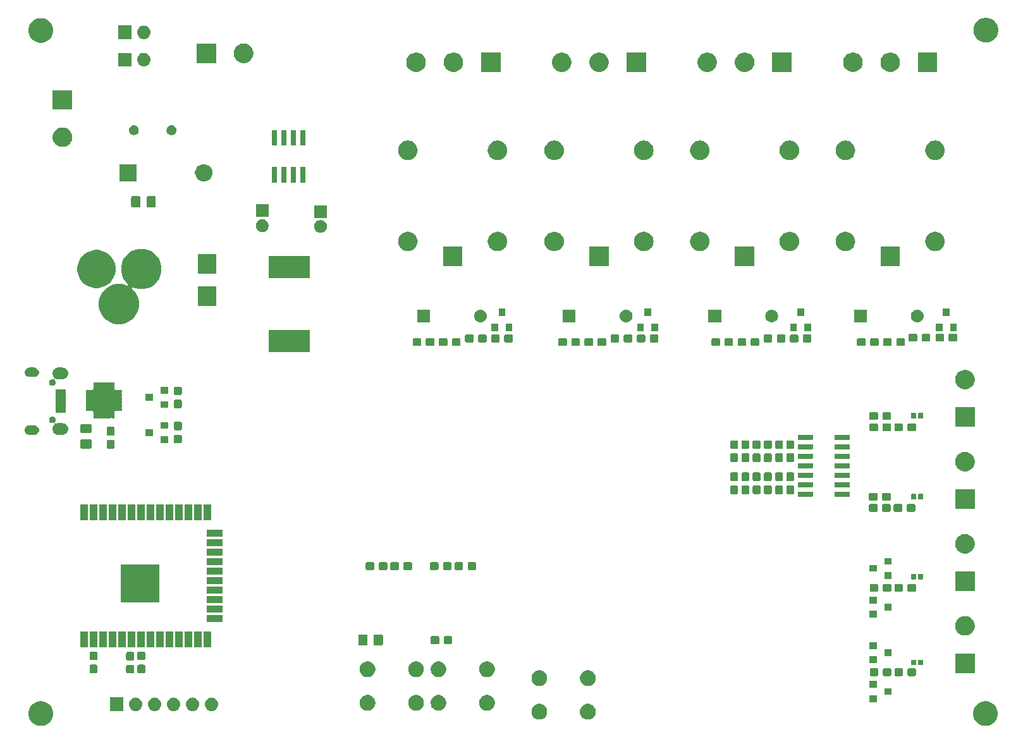
<source format=gbr>
G04 #@! TF.GenerationSoftware,KiCad,Pcbnew,(5.1.4)-1*
G04 #@! TF.CreationDate,2020-04-17T21:05:18+02:00*
G04 #@! TF.ProjectId,Aktorbaustein,416b746f-7262-4617-9573-7465696e2e6b,rev?*
G04 #@! TF.SameCoordinates,Original*
G04 #@! TF.FileFunction,Soldermask,Top*
G04 #@! TF.FilePolarity,Negative*
%FSLAX46Y46*%
G04 Gerber Fmt 4.6, Leading zero omitted, Abs format (unit mm)*
G04 Created by KiCad (PCBNEW (5.1.4)-1) date 2020-04-17 21:05:18*
%MOMM*%
%LPD*%
G04 APERTURE LIST*
%ADD10C,0.100000*%
G04 APERTURE END LIST*
D10*
G36*
X183125256Y-134141298D02*
G01*
X183231579Y-134162447D01*
X183532042Y-134286903D01*
X183802451Y-134467585D01*
X184032415Y-134697549D01*
X184213097Y-134967958D01*
X184331074Y-135252779D01*
X184337553Y-135268422D01*
X184401000Y-135587389D01*
X184401000Y-135912611D01*
X184337553Y-136231578D01*
X184221975Y-136510610D01*
X184213097Y-136532042D01*
X184032415Y-136802451D01*
X183802451Y-137032415D01*
X183532042Y-137213097D01*
X183231579Y-137337553D01*
X183125256Y-137358702D01*
X182912611Y-137401000D01*
X182587389Y-137401000D01*
X182374744Y-137358702D01*
X182268421Y-137337553D01*
X181967958Y-137213097D01*
X181697549Y-137032415D01*
X181467585Y-136802451D01*
X181286903Y-136532042D01*
X181278026Y-136510610D01*
X181162447Y-136231578D01*
X181099000Y-135912611D01*
X181099000Y-135587389D01*
X181162447Y-135268422D01*
X181168927Y-135252779D01*
X181286903Y-134967958D01*
X181467585Y-134697549D01*
X181697549Y-134467585D01*
X181967958Y-134286903D01*
X182268421Y-134162447D01*
X182374744Y-134141298D01*
X182587389Y-134099000D01*
X182912611Y-134099000D01*
X183125256Y-134141298D01*
X183125256Y-134141298D01*
G37*
G36*
X56625256Y-134141298D02*
G01*
X56731579Y-134162447D01*
X57032042Y-134286903D01*
X57302451Y-134467585D01*
X57532415Y-134697549D01*
X57713097Y-134967958D01*
X57831074Y-135252779D01*
X57837553Y-135268422D01*
X57901000Y-135587389D01*
X57901000Y-135912611D01*
X57837553Y-136231578D01*
X57721975Y-136510610D01*
X57713097Y-136532042D01*
X57532415Y-136802451D01*
X57302451Y-137032415D01*
X57032042Y-137213097D01*
X56731579Y-137337553D01*
X56625256Y-137358702D01*
X56412611Y-137401000D01*
X56087389Y-137401000D01*
X55874744Y-137358702D01*
X55768421Y-137337553D01*
X55467958Y-137213097D01*
X55197549Y-137032415D01*
X54967585Y-136802451D01*
X54786903Y-136532042D01*
X54778026Y-136510610D01*
X54662447Y-136231578D01*
X54599000Y-135912611D01*
X54599000Y-135587389D01*
X54662447Y-135268422D01*
X54668927Y-135252779D01*
X54786903Y-134967958D01*
X54967585Y-134697549D01*
X55197549Y-134467585D01*
X55467958Y-134286903D01*
X55768421Y-134162447D01*
X55874744Y-134141298D01*
X56087389Y-134099000D01*
X56412611Y-134099000D01*
X56625256Y-134141298D01*
X56625256Y-134141298D01*
G37*
G36*
X129806564Y-134489389D02*
G01*
X129997833Y-134568615D01*
X129997835Y-134568616D01*
X130169973Y-134683635D01*
X130316365Y-134830027D01*
X130408528Y-134967958D01*
X130431385Y-135002167D01*
X130510611Y-135193436D01*
X130551000Y-135396484D01*
X130551000Y-135603516D01*
X130510611Y-135806564D01*
X130466685Y-135912611D01*
X130431384Y-135997835D01*
X130316365Y-136169973D01*
X130169973Y-136316365D01*
X129997835Y-136431384D01*
X129997834Y-136431385D01*
X129997833Y-136431385D01*
X129806564Y-136510611D01*
X129603516Y-136551000D01*
X129396484Y-136551000D01*
X129193436Y-136510611D01*
X129002167Y-136431385D01*
X129002166Y-136431385D01*
X129002165Y-136431384D01*
X128830027Y-136316365D01*
X128683635Y-136169973D01*
X128568616Y-135997835D01*
X128533315Y-135912611D01*
X128489389Y-135806564D01*
X128449000Y-135603516D01*
X128449000Y-135396484D01*
X128489389Y-135193436D01*
X128568615Y-135002167D01*
X128591473Y-134967958D01*
X128683635Y-134830027D01*
X128830027Y-134683635D01*
X129002165Y-134568616D01*
X129002167Y-134568615D01*
X129193436Y-134489389D01*
X129396484Y-134449000D01*
X129603516Y-134449000D01*
X129806564Y-134489389D01*
X129806564Y-134489389D01*
G37*
G36*
X123306564Y-134489389D02*
G01*
X123497833Y-134568615D01*
X123497835Y-134568616D01*
X123669973Y-134683635D01*
X123816365Y-134830027D01*
X123908528Y-134967958D01*
X123931385Y-135002167D01*
X124010611Y-135193436D01*
X124051000Y-135396484D01*
X124051000Y-135603516D01*
X124010611Y-135806564D01*
X123966685Y-135912611D01*
X123931384Y-135997835D01*
X123816365Y-136169973D01*
X123669973Y-136316365D01*
X123497835Y-136431384D01*
X123497834Y-136431385D01*
X123497833Y-136431385D01*
X123306564Y-136510611D01*
X123103516Y-136551000D01*
X122896484Y-136551000D01*
X122693436Y-136510611D01*
X122502167Y-136431385D01*
X122502166Y-136431385D01*
X122502165Y-136431384D01*
X122330027Y-136316365D01*
X122183635Y-136169973D01*
X122068616Y-135997835D01*
X122033315Y-135912611D01*
X121989389Y-135806564D01*
X121949000Y-135603516D01*
X121949000Y-135396484D01*
X121989389Y-135193436D01*
X122068615Y-135002167D01*
X122091473Y-134967958D01*
X122183635Y-134830027D01*
X122330027Y-134683635D01*
X122502165Y-134568616D01*
X122502167Y-134568615D01*
X122693436Y-134489389D01*
X122896484Y-134449000D01*
X123103516Y-134449000D01*
X123306564Y-134489389D01*
X123306564Y-134489389D01*
G37*
G36*
X79210442Y-133605518D02*
G01*
X79276627Y-133612037D01*
X79446466Y-133663557D01*
X79602991Y-133747222D01*
X79638729Y-133776552D01*
X79740186Y-133859814D01*
X79823448Y-133961271D01*
X79852778Y-133997009D01*
X79936443Y-134153534D01*
X79987963Y-134323373D01*
X80005359Y-134500000D01*
X79987963Y-134676627D01*
X79936443Y-134846466D01*
X79852778Y-135002991D01*
X79823448Y-135038729D01*
X79740186Y-135140186D01*
X79638729Y-135223448D01*
X79602991Y-135252778D01*
X79446466Y-135336443D01*
X79276627Y-135387963D01*
X79210443Y-135394481D01*
X79144260Y-135401000D01*
X79055740Y-135401000D01*
X78989557Y-135394481D01*
X78923373Y-135387963D01*
X78753534Y-135336443D01*
X78597009Y-135252778D01*
X78561271Y-135223448D01*
X78459814Y-135140186D01*
X78376552Y-135038729D01*
X78347222Y-135002991D01*
X78263557Y-134846466D01*
X78212037Y-134676627D01*
X78194641Y-134500000D01*
X78212037Y-134323373D01*
X78263557Y-134153534D01*
X78347222Y-133997009D01*
X78376552Y-133961271D01*
X78459814Y-133859814D01*
X78561271Y-133776552D01*
X78597009Y-133747222D01*
X78753534Y-133663557D01*
X78923373Y-133612037D01*
X78989558Y-133605518D01*
X79055740Y-133599000D01*
X79144260Y-133599000D01*
X79210442Y-133605518D01*
X79210442Y-133605518D01*
G37*
G36*
X76670442Y-133605518D02*
G01*
X76736627Y-133612037D01*
X76906466Y-133663557D01*
X77062991Y-133747222D01*
X77098729Y-133776552D01*
X77200186Y-133859814D01*
X77283448Y-133961271D01*
X77312778Y-133997009D01*
X77396443Y-134153534D01*
X77447963Y-134323373D01*
X77465359Y-134500000D01*
X77447963Y-134676627D01*
X77396443Y-134846466D01*
X77312778Y-135002991D01*
X77283448Y-135038729D01*
X77200186Y-135140186D01*
X77098729Y-135223448D01*
X77062991Y-135252778D01*
X76906466Y-135336443D01*
X76736627Y-135387963D01*
X76670443Y-135394481D01*
X76604260Y-135401000D01*
X76515740Y-135401000D01*
X76449557Y-135394481D01*
X76383373Y-135387963D01*
X76213534Y-135336443D01*
X76057009Y-135252778D01*
X76021271Y-135223448D01*
X75919814Y-135140186D01*
X75836552Y-135038729D01*
X75807222Y-135002991D01*
X75723557Y-134846466D01*
X75672037Y-134676627D01*
X75654641Y-134500000D01*
X75672037Y-134323373D01*
X75723557Y-134153534D01*
X75807222Y-133997009D01*
X75836552Y-133961271D01*
X75919814Y-133859814D01*
X76021271Y-133776552D01*
X76057009Y-133747222D01*
X76213534Y-133663557D01*
X76383373Y-133612037D01*
X76449558Y-133605518D01*
X76515740Y-133599000D01*
X76604260Y-133599000D01*
X76670442Y-133605518D01*
X76670442Y-133605518D01*
G37*
G36*
X74130442Y-133605518D02*
G01*
X74196627Y-133612037D01*
X74366466Y-133663557D01*
X74522991Y-133747222D01*
X74558729Y-133776552D01*
X74660186Y-133859814D01*
X74743448Y-133961271D01*
X74772778Y-133997009D01*
X74856443Y-134153534D01*
X74907963Y-134323373D01*
X74925359Y-134500000D01*
X74907963Y-134676627D01*
X74856443Y-134846466D01*
X74772778Y-135002991D01*
X74743448Y-135038729D01*
X74660186Y-135140186D01*
X74558729Y-135223448D01*
X74522991Y-135252778D01*
X74366466Y-135336443D01*
X74196627Y-135387963D01*
X74130443Y-135394481D01*
X74064260Y-135401000D01*
X73975740Y-135401000D01*
X73909557Y-135394481D01*
X73843373Y-135387963D01*
X73673534Y-135336443D01*
X73517009Y-135252778D01*
X73481271Y-135223448D01*
X73379814Y-135140186D01*
X73296552Y-135038729D01*
X73267222Y-135002991D01*
X73183557Y-134846466D01*
X73132037Y-134676627D01*
X73114641Y-134500000D01*
X73132037Y-134323373D01*
X73183557Y-134153534D01*
X73267222Y-133997009D01*
X73296552Y-133961271D01*
X73379814Y-133859814D01*
X73481271Y-133776552D01*
X73517009Y-133747222D01*
X73673534Y-133663557D01*
X73843373Y-133612037D01*
X73909558Y-133605518D01*
X73975740Y-133599000D01*
X74064260Y-133599000D01*
X74130442Y-133605518D01*
X74130442Y-133605518D01*
G37*
G36*
X69050442Y-133605518D02*
G01*
X69116627Y-133612037D01*
X69286466Y-133663557D01*
X69442991Y-133747222D01*
X69478729Y-133776552D01*
X69580186Y-133859814D01*
X69663448Y-133961271D01*
X69692778Y-133997009D01*
X69776443Y-134153534D01*
X69827963Y-134323373D01*
X69845359Y-134500000D01*
X69827963Y-134676627D01*
X69776443Y-134846466D01*
X69692778Y-135002991D01*
X69663448Y-135038729D01*
X69580186Y-135140186D01*
X69478729Y-135223448D01*
X69442991Y-135252778D01*
X69286466Y-135336443D01*
X69116627Y-135387963D01*
X69050443Y-135394481D01*
X68984260Y-135401000D01*
X68895740Y-135401000D01*
X68829557Y-135394481D01*
X68763373Y-135387963D01*
X68593534Y-135336443D01*
X68437009Y-135252778D01*
X68401271Y-135223448D01*
X68299814Y-135140186D01*
X68216552Y-135038729D01*
X68187222Y-135002991D01*
X68103557Y-134846466D01*
X68052037Y-134676627D01*
X68034641Y-134500000D01*
X68052037Y-134323373D01*
X68103557Y-134153534D01*
X68187222Y-133997009D01*
X68216552Y-133961271D01*
X68299814Y-133859814D01*
X68401271Y-133776552D01*
X68437009Y-133747222D01*
X68593534Y-133663557D01*
X68763373Y-133612037D01*
X68829558Y-133605518D01*
X68895740Y-133599000D01*
X68984260Y-133599000D01*
X69050442Y-133605518D01*
X69050442Y-133605518D01*
G37*
G36*
X67301000Y-135401000D02*
G01*
X65499000Y-135401000D01*
X65499000Y-133599000D01*
X67301000Y-133599000D01*
X67301000Y-135401000D01*
X67301000Y-135401000D01*
G37*
G36*
X71590442Y-133605518D02*
G01*
X71656627Y-133612037D01*
X71826466Y-133663557D01*
X71982991Y-133747222D01*
X72018729Y-133776552D01*
X72120186Y-133859814D01*
X72203448Y-133961271D01*
X72232778Y-133997009D01*
X72316443Y-134153534D01*
X72367963Y-134323373D01*
X72385359Y-134500000D01*
X72367963Y-134676627D01*
X72316443Y-134846466D01*
X72232778Y-135002991D01*
X72203448Y-135038729D01*
X72120186Y-135140186D01*
X72018729Y-135223448D01*
X71982991Y-135252778D01*
X71826466Y-135336443D01*
X71656627Y-135387963D01*
X71590443Y-135394481D01*
X71524260Y-135401000D01*
X71435740Y-135401000D01*
X71369557Y-135394481D01*
X71303373Y-135387963D01*
X71133534Y-135336443D01*
X70977009Y-135252778D01*
X70941271Y-135223448D01*
X70839814Y-135140186D01*
X70756552Y-135038729D01*
X70727222Y-135002991D01*
X70643557Y-134846466D01*
X70592037Y-134676627D01*
X70574641Y-134500000D01*
X70592037Y-134323373D01*
X70643557Y-134153534D01*
X70727222Y-133997009D01*
X70756552Y-133961271D01*
X70839814Y-133859814D01*
X70941271Y-133776552D01*
X70977009Y-133747222D01*
X71133534Y-133663557D01*
X71303373Y-133612037D01*
X71369558Y-133605518D01*
X71435740Y-133599000D01*
X71524260Y-133599000D01*
X71590442Y-133605518D01*
X71590442Y-133605518D01*
G37*
G36*
X109806564Y-133289389D02*
G01*
X109997833Y-133368615D01*
X109997835Y-133368616D01*
X110169973Y-133483635D01*
X110316365Y-133630027D01*
X110394672Y-133747221D01*
X110431385Y-133802167D01*
X110510611Y-133993436D01*
X110551000Y-134196484D01*
X110551000Y-134403516D01*
X110510611Y-134606564D01*
X110472923Y-134697551D01*
X110431384Y-134797835D01*
X110316365Y-134969973D01*
X110169973Y-135116365D01*
X109997835Y-135231384D01*
X109997834Y-135231385D01*
X109997833Y-135231385D01*
X109806564Y-135310611D01*
X109603516Y-135351000D01*
X109396484Y-135351000D01*
X109193436Y-135310611D01*
X109002167Y-135231385D01*
X109002166Y-135231385D01*
X109002165Y-135231384D01*
X108830027Y-135116365D01*
X108683635Y-134969973D01*
X108568616Y-134797835D01*
X108527077Y-134697551D01*
X108489389Y-134606564D01*
X108449000Y-134403516D01*
X108449000Y-134196484D01*
X108489389Y-133993436D01*
X108568615Y-133802167D01*
X108605329Y-133747221D01*
X108683635Y-133630027D01*
X108830027Y-133483635D01*
X109002165Y-133368616D01*
X109002167Y-133368615D01*
X109193436Y-133289389D01*
X109396484Y-133249000D01*
X109603516Y-133249000D01*
X109806564Y-133289389D01*
X109806564Y-133289389D01*
G37*
G36*
X116306564Y-133289389D02*
G01*
X116497833Y-133368615D01*
X116497835Y-133368616D01*
X116669973Y-133483635D01*
X116816365Y-133630027D01*
X116894672Y-133747221D01*
X116931385Y-133802167D01*
X117010611Y-133993436D01*
X117051000Y-134196484D01*
X117051000Y-134403516D01*
X117010611Y-134606564D01*
X116972923Y-134697551D01*
X116931384Y-134797835D01*
X116816365Y-134969973D01*
X116669973Y-135116365D01*
X116497835Y-135231384D01*
X116497834Y-135231385D01*
X116497833Y-135231385D01*
X116306564Y-135310611D01*
X116103516Y-135351000D01*
X115896484Y-135351000D01*
X115693436Y-135310611D01*
X115502167Y-135231385D01*
X115502166Y-135231385D01*
X115502165Y-135231384D01*
X115330027Y-135116365D01*
X115183635Y-134969973D01*
X115068616Y-134797835D01*
X115027077Y-134697551D01*
X114989389Y-134606564D01*
X114949000Y-134403516D01*
X114949000Y-134196484D01*
X114989389Y-133993436D01*
X115068615Y-133802167D01*
X115105329Y-133747221D01*
X115183635Y-133630027D01*
X115330027Y-133483635D01*
X115502165Y-133368616D01*
X115502167Y-133368615D01*
X115693436Y-133289389D01*
X115896484Y-133249000D01*
X116103516Y-133249000D01*
X116306564Y-133289389D01*
X116306564Y-133289389D01*
G37*
G36*
X100306564Y-133289389D02*
G01*
X100497833Y-133368615D01*
X100497835Y-133368616D01*
X100669973Y-133483635D01*
X100816365Y-133630027D01*
X100894672Y-133747221D01*
X100931385Y-133802167D01*
X101010611Y-133993436D01*
X101051000Y-134196484D01*
X101051000Y-134403516D01*
X101010611Y-134606564D01*
X100972923Y-134697551D01*
X100931384Y-134797835D01*
X100816365Y-134969973D01*
X100669973Y-135116365D01*
X100497835Y-135231384D01*
X100497834Y-135231385D01*
X100497833Y-135231385D01*
X100306564Y-135310611D01*
X100103516Y-135351000D01*
X99896484Y-135351000D01*
X99693436Y-135310611D01*
X99502167Y-135231385D01*
X99502166Y-135231385D01*
X99502165Y-135231384D01*
X99330027Y-135116365D01*
X99183635Y-134969973D01*
X99068616Y-134797835D01*
X99027077Y-134697551D01*
X98989389Y-134606564D01*
X98949000Y-134403516D01*
X98949000Y-134196484D01*
X98989389Y-133993436D01*
X99068615Y-133802167D01*
X99105329Y-133747221D01*
X99183635Y-133630027D01*
X99330027Y-133483635D01*
X99502165Y-133368616D01*
X99502167Y-133368615D01*
X99693436Y-133289389D01*
X99896484Y-133249000D01*
X100103516Y-133249000D01*
X100306564Y-133289389D01*
X100306564Y-133289389D01*
G37*
G36*
X106806564Y-133289389D02*
G01*
X106997833Y-133368615D01*
X106997835Y-133368616D01*
X107169973Y-133483635D01*
X107316365Y-133630027D01*
X107394672Y-133747221D01*
X107431385Y-133802167D01*
X107510611Y-133993436D01*
X107551000Y-134196484D01*
X107551000Y-134403516D01*
X107510611Y-134606564D01*
X107472923Y-134697551D01*
X107431384Y-134797835D01*
X107316365Y-134969973D01*
X107169973Y-135116365D01*
X106997835Y-135231384D01*
X106997834Y-135231385D01*
X106997833Y-135231385D01*
X106806564Y-135310611D01*
X106603516Y-135351000D01*
X106396484Y-135351000D01*
X106193436Y-135310611D01*
X106002167Y-135231385D01*
X106002166Y-135231385D01*
X106002165Y-135231384D01*
X105830027Y-135116365D01*
X105683635Y-134969973D01*
X105568616Y-134797835D01*
X105527077Y-134697551D01*
X105489389Y-134606564D01*
X105449000Y-134403516D01*
X105449000Y-134196484D01*
X105489389Y-133993436D01*
X105568615Y-133802167D01*
X105605329Y-133747221D01*
X105683635Y-133630027D01*
X105830027Y-133483635D01*
X106002165Y-133368616D01*
X106002167Y-133368615D01*
X106193436Y-133289389D01*
X106396484Y-133249000D01*
X106603516Y-133249000D01*
X106806564Y-133289389D01*
X106806564Y-133289389D01*
G37*
G36*
X168201000Y-134201000D02*
G01*
X167199000Y-134201000D01*
X167199000Y-133299000D01*
X168201000Y-133299000D01*
X168201000Y-134201000D01*
X168201000Y-134201000D01*
G37*
G36*
X170201000Y-133251000D02*
G01*
X169199000Y-133251000D01*
X169199000Y-132349000D01*
X170201000Y-132349000D01*
X170201000Y-133251000D01*
X170201000Y-133251000D01*
G37*
G36*
X168201000Y-132301000D02*
G01*
X167199000Y-132301000D01*
X167199000Y-131399000D01*
X168201000Y-131399000D01*
X168201000Y-132301000D01*
X168201000Y-132301000D01*
G37*
G36*
X129806564Y-129989389D02*
G01*
X129997833Y-130068615D01*
X129997835Y-130068616D01*
X130064260Y-130113000D01*
X130169973Y-130183635D01*
X130316365Y-130330027D01*
X130431385Y-130502167D01*
X130510611Y-130693436D01*
X130551000Y-130896484D01*
X130551000Y-131103516D01*
X130510611Y-131306564D01*
X130431385Y-131497833D01*
X130431384Y-131497835D01*
X130316365Y-131669973D01*
X130169973Y-131816365D01*
X129997835Y-131931384D01*
X129997834Y-131931385D01*
X129997833Y-131931385D01*
X129806564Y-132010611D01*
X129603516Y-132051000D01*
X129396484Y-132051000D01*
X129193436Y-132010611D01*
X129002167Y-131931385D01*
X129002166Y-131931385D01*
X129002165Y-131931384D01*
X128830027Y-131816365D01*
X128683635Y-131669973D01*
X128568616Y-131497835D01*
X128568615Y-131497833D01*
X128489389Y-131306564D01*
X128449000Y-131103516D01*
X128449000Y-130896484D01*
X128489389Y-130693436D01*
X128568615Y-130502167D01*
X128683635Y-130330027D01*
X128830027Y-130183635D01*
X128935740Y-130113000D01*
X129002165Y-130068616D01*
X129002167Y-130068615D01*
X129193436Y-129989389D01*
X129396484Y-129949000D01*
X129603516Y-129949000D01*
X129806564Y-129989389D01*
X129806564Y-129989389D01*
G37*
G36*
X123306564Y-129989389D02*
G01*
X123497833Y-130068615D01*
X123497835Y-130068616D01*
X123564260Y-130113000D01*
X123669973Y-130183635D01*
X123816365Y-130330027D01*
X123931385Y-130502167D01*
X124010611Y-130693436D01*
X124051000Y-130896484D01*
X124051000Y-131103516D01*
X124010611Y-131306564D01*
X123931385Y-131497833D01*
X123931384Y-131497835D01*
X123816365Y-131669973D01*
X123669973Y-131816365D01*
X123497835Y-131931384D01*
X123497834Y-131931385D01*
X123497833Y-131931385D01*
X123306564Y-132010611D01*
X123103516Y-132051000D01*
X122896484Y-132051000D01*
X122693436Y-132010611D01*
X122502167Y-131931385D01*
X122502166Y-131931385D01*
X122502165Y-131931384D01*
X122330027Y-131816365D01*
X122183635Y-131669973D01*
X122068616Y-131497835D01*
X122068615Y-131497833D01*
X121989389Y-131306564D01*
X121949000Y-131103516D01*
X121949000Y-130896484D01*
X121989389Y-130693436D01*
X122068615Y-130502167D01*
X122183635Y-130330027D01*
X122330027Y-130183635D01*
X122435740Y-130113000D01*
X122502165Y-130068616D01*
X122502167Y-130068615D01*
X122693436Y-129989389D01*
X122896484Y-129949000D01*
X123103516Y-129949000D01*
X123306564Y-129989389D01*
X123306564Y-129989389D01*
G37*
G36*
X106806564Y-128789389D02*
G01*
X106997833Y-128868615D01*
X106997835Y-128868616D01*
X107169973Y-128983635D01*
X107316365Y-129130027D01*
X107418681Y-129283153D01*
X107431385Y-129302167D01*
X107510611Y-129493436D01*
X107551000Y-129696484D01*
X107551000Y-129903516D01*
X107510611Y-130106564D01*
X107447422Y-130259115D01*
X107431384Y-130297835D01*
X107316365Y-130469973D01*
X107169973Y-130616365D01*
X106997835Y-130731384D01*
X106997834Y-130731385D01*
X106997833Y-130731385D01*
X106806564Y-130810611D01*
X106603516Y-130851000D01*
X106396484Y-130851000D01*
X106193436Y-130810611D01*
X106002167Y-130731385D01*
X106002166Y-130731385D01*
X106002165Y-130731384D01*
X105830027Y-130616365D01*
X105683635Y-130469973D01*
X105568616Y-130297835D01*
X105552578Y-130259115D01*
X105489389Y-130106564D01*
X105449000Y-129903516D01*
X105449000Y-129696484D01*
X105489389Y-129493436D01*
X105568615Y-129302167D01*
X105581320Y-129283153D01*
X105683635Y-129130027D01*
X105830027Y-128983635D01*
X106002165Y-128868616D01*
X106002167Y-128868615D01*
X106193436Y-128789389D01*
X106396484Y-128749000D01*
X106603516Y-128749000D01*
X106806564Y-128789389D01*
X106806564Y-128789389D01*
G37*
G36*
X116306564Y-128789389D02*
G01*
X116497833Y-128868615D01*
X116497835Y-128868616D01*
X116669973Y-128983635D01*
X116816365Y-129130027D01*
X116918681Y-129283153D01*
X116931385Y-129302167D01*
X117010611Y-129493436D01*
X117051000Y-129696484D01*
X117051000Y-129903516D01*
X117010611Y-130106564D01*
X116947422Y-130259115D01*
X116931384Y-130297835D01*
X116816365Y-130469973D01*
X116669973Y-130616365D01*
X116497835Y-130731384D01*
X116497834Y-130731385D01*
X116497833Y-130731385D01*
X116306564Y-130810611D01*
X116103516Y-130851000D01*
X115896484Y-130851000D01*
X115693436Y-130810611D01*
X115502167Y-130731385D01*
X115502166Y-130731385D01*
X115502165Y-130731384D01*
X115330027Y-130616365D01*
X115183635Y-130469973D01*
X115068616Y-130297835D01*
X115052578Y-130259115D01*
X114989389Y-130106564D01*
X114949000Y-129903516D01*
X114949000Y-129696484D01*
X114989389Y-129493436D01*
X115068615Y-129302167D01*
X115081320Y-129283153D01*
X115183635Y-129130027D01*
X115330027Y-128983635D01*
X115502165Y-128868616D01*
X115502167Y-128868615D01*
X115693436Y-128789389D01*
X115896484Y-128749000D01*
X116103516Y-128749000D01*
X116306564Y-128789389D01*
X116306564Y-128789389D01*
G37*
G36*
X109806564Y-128789389D02*
G01*
X109997833Y-128868615D01*
X109997835Y-128868616D01*
X110169973Y-128983635D01*
X110316365Y-129130027D01*
X110418681Y-129283153D01*
X110431385Y-129302167D01*
X110510611Y-129493436D01*
X110551000Y-129696484D01*
X110551000Y-129903516D01*
X110510611Y-130106564D01*
X110447422Y-130259115D01*
X110431384Y-130297835D01*
X110316365Y-130469973D01*
X110169973Y-130616365D01*
X109997835Y-130731384D01*
X109997834Y-130731385D01*
X109997833Y-130731385D01*
X109806564Y-130810611D01*
X109603516Y-130851000D01*
X109396484Y-130851000D01*
X109193436Y-130810611D01*
X109002167Y-130731385D01*
X109002166Y-130731385D01*
X109002165Y-130731384D01*
X108830027Y-130616365D01*
X108683635Y-130469973D01*
X108568616Y-130297835D01*
X108552578Y-130259115D01*
X108489389Y-130106564D01*
X108449000Y-129903516D01*
X108449000Y-129696484D01*
X108489389Y-129493436D01*
X108568615Y-129302167D01*
X108581320Y-129283153D01*
X108683635Y-129130027D01*
X108830027Y-128983635D01*
X109002165Y-128868616D01*
X109002167Y-128868615D01*
X109193436Y-128789389D01*
X109396484Y-128749000D01*
X109603516Y-128749000D01*
X109806564Y-128789389D01*
X109806564Y-128789389D01*
G37*
G36*
X100306564Y-128789389D02*
G01*
X100497833Y-128868615D01*
X100497835Y-128868616D01*
X100669973Y-128983635D01*
X100816365Y-129130027D01*
X100918681Y-129283153D01*
X100931385Y-129302167D01*
X101010611Y-129493436D01*
X101051000Y-129696484D01*
X101051000Y-129903516D01*
X101010611Y-130106564D01*
X100947422Y-130259115D01*
X100931384Y-130297835D01*
X100816365Y-130469973D01*
X100669973Y-130616365D01*
X100497835Y-130731384D01*
X100497834Y-130731385D01*
X100497833Y-130731385D01*
X100306564Y-130810611D01*
X100103516Y-130851000D01*
X99896484Y-130851000D01*
X99693436Y-130810611D01*
X99502167Y-130731385D01*
X99502166Y-130731385D01*
X99502165Y-130731384D01*
X99330027Y-130616365D01*
X99183635Y-130469973D01*
X99068616Y-130297835D01*
X99052578Y-130259115D01*
X98989389Y-130106564D01*
X98949000Y-129903516D01*
X98949000Y-129696484D01*
X98989389Y-129493436D01*
X99068615Y-129302167D01*
X99081320Y-129283153D01*
X99183635Y-129130027D01*
X99330027Y-128983635D01*
X99502165Y-128868616D01*
X99502167Y-128868615D01*
X99693436Y-128789389D01*
X99896484Y-128749000D01*
X100103516Y-128749000D01*
X100306564Y-128789389D01*
X100306564Y-128789389D01*
G37*
G36*
X169989499Y-129678445D02*
G01*
X170026995Y-129689820D01*
X170061554Y-129708292D01*
X170091847Y-129733153D01*
X170116708Y-129763446D01*
X170135180Y-129798005D01*
X170146555Y-129835501D01*
X170151000Y-129880638D01*
X170151000Y-130519362D01*
X170146555Y-130564499D01*
X170135180Y-130601995D01*
X170116708Y-130636554D01*
X170091847Y-130666847D01*
X170061554Y-130691708D01*
X170026995Y-130710180D01*
X169989499Y-130721555D01*
X169944362Y-130726000D01*
X169205638Y-130726000D01*
X169160501Y-130721555D01*
X169123005Y-130710180D01*
X169088446Y-130691708D01*
X169058153Y-130666847D01*
X169033292Y-130636554D01*
X169014820Y-130601995D01*
X169003445Y-130564499D01*
X168999000Y-130519362D01*
X168999000Y-129880638D01*
X169003445Y-129835501D01*
X169014820Y-129798005D01*
X169033292Y-129763446D01*
X169058153Y-129733153D01*
X169088446Y-129708292D01*
X169123005Y-129689820D01*
X169160501Y-129678445D01*
X169205638Y-129674000D01*
X169944362Y-129674000D01*
X169989499Y-129678445D01*
X169989499Y-129678445D01*
G37*
G36*
X168239499Y-129678445D02*
G01*
X168276995Y-129689820D01*
X168311554Y-129708292D01*
X168341847Y-129733153D01*
X168366708Y-129763446D01*
X168385180Y-129798005D01*
X168396555Y-129835501D01*
X168401000Y-129880638D01*
X168401000Y-130519362D01*
X168396555Y-130564499D01*
X168385180Y-130601995D01*
X168366708Y-130636554D01*
X168341847Y-130666847D01*
X168311554Y-130691708D01*
X168276995Y-130710180D01*
X168239499Y-130721555D01*
X168194362Y-130726000D01*
X167455638Y-130726000D01*
X167410501Y-130721555D01*
X167373005Y-130710180D01*
X167338446Y-130691708D01*
X167308153Y-130666847D01*
X167283292Y-130636554D01*
X167264820Y-130601995D01*
X167253445Y-130564499D01*
X167249000Y-130519362D01*
X167249000Y-129880638D01*
X167253445Y-129835501D01*
X167264820Y-129798005D01*
X167283292Y-129763446D01*
X167308153Y-129733153D01*
X167338446Y-129708292D01*
X167373005Y-129689820D01*
X167410501Y-129678445D01*
X167455638Y-129674000D01*
X168194362Y-129674000D01*
X168239499Y-129678445D01*
X168239499Y-129678445D01*
G37*
G36*
X171539499Y-129678445D02*
G01*
X171576995Y-129689820D01*
X171611554Y-129708292D01*
X171641847Y-129733153D01*
X171666708Y-129763446D01*
X171685180Y-129798005D01*
X171696555Y-129835501D01*
X171701000Y-129880638D01*
X171701000Y-130519362D01*
X171696555Y-130564499D01*
X171685180Y-130601995D01*
X171666708Y-130636554D01*
X171641847Y-130666847D01*
X171611554Y-130691708D01*
X171576995Y-130710180D01*
X171539499Y-130721555D01*
X171494362Y-130726000D01*
X170755638Y-130726000D01*
X170710501Y-130721555D01*
X170673005Y-130710180D01*
X170638446Y-130691708D01*
X170608153Y-130666847D01*
X170583292Y-130636554D01*
X170564820Y-130601995D01*
X170553445Y-130564499D01*
X170549000Y-130519362D01*
X170549000Y-129880638D01*
X170553445Y-129835501D01*
X170564820Y-129798005D01*
X170583292Y-129763446D01*
X170608153Y-129733153D01*
X170638446Y-129708292D01*
X170673005Y-129689820D01*
X170710501Y-129678445D01*
X170755638Y-129674000D01*
X171494362Y-129674000D01*
X171539499Y-129678445D01*
X171539499Y-129678445D01*
G37*
G36*
X173289499Y-129678445D02*
G01*
X173326995Y-129689820D01*
X173361554Y-129708292D01*
X173391847Y-129733153D01*
X173416708Y-129763446D01*
X173435180Y-129798005D01*
X173446555Y-129835501D01*
X173451000Y-129880638D01*
X173451000Y-130519362D01*
X173446555Y-130564499D01*
X173435180Y-130601995D01*
X173416708Y-130636554D01*
X173391847Y-130666847D01*
X173361554Y-130691708D01*
X173326995Y-130710180D01*
X173289499Y-130721555D01*
X173244362Y-130726000D01*
X172505638Y-130726000D01*
X172460501Y-130721555D01*
X172423005Y-130710180D01*
X172388446Y-130691708D01*
X172358153Y-130666847D01*
X172333292Y-130636554D01*
X172314820Y-130601995D01*
X172303445Y-130564499D01*
X172299000Y-130519362D01*
X172299000Y-129880638D01*
X172303445Y-129835501D01*
X172314820Y-129798005D01*
X172333292Y-129763446D01*
X172358153Y-129733153D01*
X172388446Y-129708292D01*
X172423005Y-129689820D01*
X172460501Y-129678445D01*
X172505638Y-129674000D01*
X173244362Y-129674000D01*
X173289499Y-129678445D01*
X173289499Y-129678445D01*
G37*
G36*
X68564499Y-129228445D02*
G01*
X68601995Y-129239820D01*
X68636554Y-129258292D01*
X68666847Y-129283153D01*
X68691708Y-129313446D01*
X68710180Y-129348005D01*
X68721555Y-129385501D01*
X68726000Y-129430638D01*
X68726000Y-130169362D01*
X68721555Y-130214499D01*
X68710180Y-130251995D01*
X68691708Y-130286554D01*
X68666847Y-130316847D01*
X68636554Y-130341708D01*
X68601995Y-130360180D01*
X68564499Y-130371555D01*
X68519362Y-130376000D01*
X67880638Y-130376000D01*
X67835501Y-130371555D01*
X67798005Y-130360180D01*
X67763446Y-130341708D01*
X67733153Y-130316847D01*
X67708292Y-130286554D01*
X67689820Y-130251995D01*
X67678445Y-130214499D01*
X67674000Y-130169362D01*
X67674000Y-129430638D01*
X67678445Y-129385501D01*
X67689820Y-129348005D01*
X67708292Y-129313446D01*
X67733153Y-129283153D01*
X67763446Y-129258292D01*
X67798005Y-129239820D01*
X67835501Y-129228445D01*
X67880638Y-129224000D01*
X68519362Y-129224000D01*
X68564499Y-129228445D01*
X68564499Y-129228445D01*
G37*
G36*
X70064499Y-129203445D02*
G01*
X70101995Y-129214820D01*
X70136554Y-129233292D01*
X70166847Y-129258153D01*
X70191708Y-129288446D01*
X70210180Y-129323005D01*
X70221555Y-129360501D01*
X70226000Y-129405638D01*
X70226000Y-130144362D01*
X70221555Y-130189499D01*
X70210180Y-130226995D01*
X70191708Y-130261554D01*
X70166847Y-130291847D01*
X70136554Y-130316708D01*
X70101995Y-130335180D01*
X70064499Y-130346555D01*
X70019362Y-130351000D01*
X69380638Y-130351000D01*
X69335501Y-130346555D01*
X69298005Y-130335180D01*
X69263446Y-130316708D01*
X69233153Y-130291847D01*
X69208292Y-130261554D01*
X69189820Y-130226995D01*
X69178445Y-130189499D01*
X69174000Y-130144362D01*
X69174000Y-129405638D01*
X69178445Y-129360501D01*
X69189820Y-129323005D01*
X69208292Y-129288446D01*
X69233153Y-129258153D01*
X69263446Y-129233292D01*
X69298005Y-129214820D01*
X69335501Y-129203445D01*
X69380638Y-129199000D01*
X70019362Y-129199000D01*
X70064499Y-129203445D01*
X70064499Y-129203445D01*
G37*
G36*
X63664499Y-129203445D02*
G01*
X63701995Y-129214820D01*
X63736554Y-129233292D01*
X63766847Y-129258153D01*
X63791708Y-129288446D01*
X63810180Y-129323005D01*
X63821555Y-129360501D01*
X63826000Y-129405638D01*
X63826000Y-130144362D01*
X63821555Y-130189499D01*
X63810180Y-130226995D01*
X63791708Y-130261554D01*
X63766847Y-130291847D01*
X63736554Y-130316708D01*
X63701995Y-130335180D01*
X63664499Y-130346555D01*
X63619362Y-130351000D01*
X62980638Y-130351000D01*
X62935501Y-130346555D01*
X62898005Y-130335180D01*
X62863446Y-130316708D01*
X62833153Y-130291847D01*
X62808292Y-130261554D01*
X62789820Y-130226995D01*
X62778445Y-130189499D01*
X62774000Y-130144362D01*
X62774000Y-129405638D01*
X62778445Y-129360501D01*
X62789820Y-129323005D01*
X62808292Y-129288446D01*
X62833153Y-129258153D01*
X62863446Y-129233292D01*
X62898005Y-129214820D01*
X62935501Y-129203445D01*
X62980638Y-129199000D01*
X63619362Y-129199000D01*
X63664499Y-129203445D01*
X63664499Y-129203445D01*
G37*
G36*
X181301000Y-130301000D02*
G01*
X178699000Y-130301000D01*
X178699000Y-127699000D01*
X181301000Y-127699000D01*
X181301000Y-130301000D01*
X181301000Y-130301000D01*
G37*
G36*
X174341938Y-128531716D02*
G01*
X174362557Y-128537971D01*
X174381553Y-128548124D01*
X174398208Y-128561792D01*
X174411876Y-128578447D01*
X174422029Y-128597443D01*
X174428284Y-128618062D01*
X174431000Y-128645640D01*
X174431000Y-129154360D01*
X174428284Y-129181938D01*
X174422029Y-129202557D01*
X174411876Y-129221553D01*
X174398208Y-129238208D01*
X174381553Y-129251876D01*
X174362557Y-129262029D01*
X174341938Y-129268284D01*
X174314360Y-129271000D01*
X173855640Y-129271000D01*
X173828062Y-129268284D01*
X173807443Y-129262029D01*
X173788447Y-129251876D01*
X173771792Y-129238208D01*
X173758124Y-129221553D01*
X173747971Y-129202557D01*
X173741716Y-129181938D01*
X173739000Y-129154360D01*
X173739000Y-128645640D01*
X173741716Y-128618062D01*
X173747971Y-128597443D01*
X173758124Y-128578447D01*
X173771792Y-128561792D01*
X173788447Y-128548124D01*
X173807443Y-128537971D01*
X173828062Y-128531716D01*
X173855640Y-128529000D01*
X174314360Y-128529000D01*
X174341938Y-128531716D01*
X174341938Y-128531716D01*
G37*
G36*
X173371938Y-128531716D02*
G01*
X173392557Y-128537971D01*
X173411553Y-128548124D01*
X173428208Y-128561792D01*
X173441876Y-128578447D01*
X173452029Y-128597443D01*
X173458284Y-128618062D01*
X173461000Y-128645640D01*
X173461000Y-129154360D01*
X173458284Y-129181938D01*
X173452029Y-129202557D01*
X173441876Y-129221553D01*
X173428208Y-129238208D01*
X173411553Y-129251876D01*
X173392557Y-129262029D01*
X173371938Y-129268284D01*
X173344360Y-129271000D01*
X172885640Y-129271000D01*
X172858062Y-129268284D01*
X172837443Y-129262029D01*
X172818447Y-129251876D01*
X172801792Y-129238208D01*
X172788124Y-129221553D01*
X172777971Y-129202557D01*
X172771716Y-129181938D01*
X172769000Y-129154360D01*
X172769000Y-128645640D01*
X172771716Y-128618062D01*
X172777971Y-128597443D01*
X172788124Y-128578447D01*
X172801792Y-128561792D01*
X172818447Y-128548124D01*
X172837443Y-128537971D01*
X172858062Y-128531716D01*
X172885640Y-128529000D01*
X173344360Y-128529000D01*
X173371938Y-128531716D01*
X173371938Y-128531716D01*
G37*
G36*
X168201000Y-129001000D02*
G01*
X167199000Y-129001000D01*
X167199000Y-128099000D01*
X168201000Y-128099000D01*
X168201000Y-129001000D01*
X168201000Y-129001000D01*
G37*
G36*
X68564499Y-127478445D02*
G01*
X68601995Y-127489820D01*
X68636554Y-127508292D01*
X68666847Y-127533153D01*
X68691708Y-127563446D01*
X68710180Y-127598005D01*
X68721555Y-127635501D01*
X68726000Y-127680638D01*
X68726000Y-128419362D01*
X68721555Y-128464499D01*
X68710180Y-128501995D01*
X68691708Y-128536554D01*
X68666847Y-128566847D01*
X68636554Y-128591708D01*
X68601995Y-128610180D01*
X68564499Y-128621555D01*
X68519362Y-128626000D01*
X67880638Y-128626000D01*
X67835501Y-128621555D01*
X67798005Y-128610180D01*
X67763446Y-128591708D01*
X67733153Y-128566847D01*
X67708292Y-128536554D01*
X67689820Y-128501995D01*
X67678445Y-128464499D01*
X67674000Y-128419362D01*
X67674000Y-127680638D01*
X67678445Y-127635501D01*
X67689820Y-127598005D01*
X67708292Y-127563446D01*
X67733153Y-127533153D01*
X67763446Y-127508292D01*
X67798005Y-127489820D01*
X67835501Y-127478445D01*
X67880638Y-127474000D01*
X68519362Y-127474000D01*
X68564499Y-127478445D01*
X68564499Y-127478445D01*
G37*
G36*
X63664499Y-127453445D02*
G01*
X63701995Y-127464820D01*
X63736554Y-127483292D01*
X63766847Y-127508153D01*
X63791708Y-127538446D01*
X63810180Y-127573005D01*
X63821555Y-127610501D01*
X63826000Y-127655638D01*
X63826000Y-128394362D01*
X63821555Y-128439499D01*
X63810180Y-128476995D01*
X63791708Y-128511554D01*
X63766847Y-128541847D01*
X63736554Y-128566708D01*
X63701995Y-128585180D01*
X63664499Y-128596555D01*
X63619362Y-128601000D01*
X62980638Y-128601000D01*
X62935501Y-128596555D01*
X62898005Y-128585180D01*
X62863446Y-128566708D01*
X62833153Y-128541847D01*
X62808292Y-128511554D01*
X62789820Y-128476995D01*
X62778445Y-128439499D01*
X62774000Y-128394362D01*
X62774000Y-127655638D01*
X62778445Y-127610501D01*
X62789820Y-127573005D01*
X62808292Y-127538446D01*
X62833153Y-127508153D01*
X62863446Y-127483292D01*
X62898005Y-127464820D01*
X62935501Y-127453445D01*
X62980638Y-127449000D01*
X63619362Y-127449000D01*
X63664499Y-127453445D01*
X63664499Y-127453445D01*
G37*
G36*
X70064499Y-127453445D02*
G01*
X70101995Y-127464820D01*
X70136554Y-127483292D01*
X70166847Y-127508153D01*
X70191708Y-127538446D01*
X70210180Y-127573005D01*
X70221555Y-127610501D01*
X70226000Y-127655638D01*
X70226000Y-128394362D01*
X70221555Y-128439499D01*
X70210180Y-128476995D01*
X70191708Y-128511554D01*
X70166847Y-128541847D01*
X70136554Y-128566708D01*
X70101995Y-128585180D01*
X70064499Y-128596555D01*
X70019362Y-128601000D01*
X69380638Y-128601000D01*
X69335501Y-128596555D01*
X69298005Y-128585180D01*
X69263446Y-128566708D01*
X69233153Y-128541847D01*
X69208292Y-128511554D01*
X69189820Y-128476995D01*
X69178445Y-128439499D01*
X69174000Y-128394362D01*
X69174000Y-127655638D01*
X69178445Y-127610501D01*
X69189820Y-127573005D01*
X69208292Y-127538446D01*
X69233153Y-127508153D01*
X69263446Y-127483292D01*
X69298005Y-127464820D01*
X69335501Y-127453445D01*
X69380638Y-127449000D01*
X70019362Y-127449000D01*
X70064499Y-127453445D01*
X70064499Y-127453445D01*
G37*
G36*
X170201000Y-128051000D02*
G01*
X169199000Y-128051000D01*
X169199000Y-127149000D01*
X170201000Y-127149000D01*
X170201000Y-128051000D01*
X170201000Y-128051000D01*
G37*
G36*
X168201000Y-127101000D02*
G01*
X167199000Y-127101000D01*
X167199000Y-126199000D01*
X168201000Y-126199000D01*
X168201000Y-127101000D01*
X168201000Y-127101000D01*
G37*
G36*
X63816000Y-126851000D02*
G01*
X62814000Y-126851000D01*
X62814000Y-124749000D01*
X63816000Y-124749000D01*
X63816000Y-126851000D01*
X63816000Y-126851000D01*
G37*
G36*
X62546000Y-126851000D02*
G01*
X61544000Y-126851000D01*
X61544000Y-124749000D01*
X62546000Y-124749000D01*
X62546000Y-126851000D01*
X62546000Y-126851000D01*
G37*
G36*
X66356000Y-126851000D02*
G01*
X65354000Y-126851000D01*
X65354000Y-124749000D01*
X66356000Y-124749000D01*
X66356000Y-126851000D01*
X66356000Y-126851000D01*
G37*
G36*
X79056000Y-126851000D02*
G01*
X78054000Y-126851000D01*
X78054000Y-124749000D01*
X79056000Y-124749000D01*
X79056000Y-126851000D01*
X79056000Y-126851000D01*
G37*
G36*
X67626000Y-126851000D02*
G01*
X66624000Y-126851000D01*
X66624000Y-124749000D01*
X67626000Y-124749000D01*
X67626000Y-126851000D01*
X67626000Y-126851000D01*
G37*
G36*
X68896000Y-126851000D02*
G01*
X67894000Y-126851000D01*
X67894000Y-124749000D01*
X68896000Y-124749000D01*
X68896000Y-126851000D01*
X68896000Y-126851000D01*
G37*
G36*
X70166000Y-126851000D02*
G01*
X69164000Y-126851000D01*
X69164000Y-124749000D01*
X70166000Y-124749000D01*
X70166000Y-126851000D01*
X70166000Y-126851000D01*
G37*
G36*
X72706000Y-126851000D02*
G01*
X71704000Y-126851000D01*
X71704000Y-124749000D01*
X72706000Y-124749000D01*
X72706000Y-126851000D01*
X72706000Y-126851000D01*
G37*
G36*
X71436000Y-126851000D02*
G01*
X70434000Y-126851000D01*
X70434000Y-124749000D01*
X71436000Y-124749000D01*
X71436000Y-126851000D01*
X71436000Y-126851000D01*
G37*
G36*
X75246000Y-126851000D02*
G01*
X74244000Y-126851000D01*
X74244000Y-124749000D01*
X75246000Y-124749000D01*
X75246000Y-126851000D01*
X75246000Y-126851000D01*
G37*
G36*
X76516000Y-126851000D02*
G01*
X75514000Y-126851000D01*
X75514000Y-124749000D01*
X76516000Y-124749000D01*
X76516000Y-126851000D01*
X76516000Y-126851000D01*
G37*
G36*
X77786000Y-126851000D02*
G01*
X76784000Y-126851000D01*
X76784000Y-124749000D01*
X77786000Y-124749000D01*
X77786000Y-126851000D01*
X77786000Y-126851000D01*
G37*
G36*
X65086000Y-126851000D02*
G01*
X64084000Y-126851000D01*
X64084000Y-124749000D01*
X65086000Y-124749000D01*
X65086000Y-126851000D01*
X65086000Y-126851000D01*
G37*
G36*
X73976000Y-126851000D02*
G01*
X72974000Y-126851000D01*
X72974000Y-124749000D01*
X73976000Y-124749000D01*
X73976000Y-126851000D01*
X73976000Y-126851000D01*
G37*
G36*
X99838674Y-125153465D02*
G01*
X99876367Y-125164899D01*
X99911103Y-125183466D01*
X99941548Y-125208452D01*
X99966534Y-125238897D01*
X99985101Y-125273633D01*
X99996535Y-125311326D01*
X100001000Y-125356661D01*
X100001000Y-126443339D01*
X99996535Y-126488674D01*
X99985101Y-126526367D01*
X99966534Y-126561103D01*
X99941548Y-126591548D01*
X99911103Y-126616534D01*
X99876367Y-126635101D01*
X99838674Y-126646535D01*
X99793339Y-126651000D01*
X98956661Y-126651000D01*
X98911326Y-126646535D01*
X98873633Y-126635101D01*
X98838897Y-126616534D01*
X98808452Y-126591548D01*
X98783466Y-126561103D01*
X98764899Y-126526367D01*
X98753465Y-126488674D01*
X98749000Y-126443339D01*
X98749000Y-125356661D01*
X98753465Y-125311326D01*
X98764899Y-125273633D01*
X98783466Y-125238897D01*
X98808452Y-125208452D01*
X98838897Y-125183466D01*
X98873633Y-125164899D01*
X98911326Y-125153465D01*
X98956661Y-125149000D01*
X99793339Y-125149000D01*
X99838674Y-125153465D01*
X99838674Y-125153465D01*
G37*
G36*
X101888674Y-125153465D02*
G01*
X101926367Y-125164899D01*
X101961103Y-125183466D01*
X101991548Y-125208452D01*
X102016534Y-125238897D01*
X102035101Y-125273633D01*
X102046535Y-125311326D01*
X102051000Y-125356661D01*
X102051000Y-126443339D01*
X102046535Y-126488674D01*
X102035101Y-126526367D01*
X102016534Y-126561103D01*
X101991548Y-126591548D01*
X101961103Y-126616534D01*
X101926367Y-126635101D01*
X101888674Y-126646535D01*
X101843339Y-126651000D01*
X101006661Y-126651000D01*
X100961326Y-126646535D01*
X100923633Y-126635101D01*
X100888897Y-126616534D01*
X100858452Y-126591548D01*
X100833466Y-126561103D01*
X100814899Y-126526367D01*
X100803465Y-126488674D01*
X100799000Y-126443339D01*
X100799000Y-125356661D01*
X100803465Y-125311326D01*
X100814899Y-125273633D01*
X100833466Y-125238897D01*
X100858452Y-125208452D01*
X100888897Y-125183466D01*
X100923633Y-125164899D01*
X100961326Y-125153465D01*
X101006661Y-125149000D01*
X101843339Y-125149000D01*
X101888674Y-125153465D01*
X101888674Y-125153465D01*
G37*
G36*
X109439499Y-125378445D02*
G01*
X109476995Y-125389820D01*
X109511554Y-125408292D01*
X109541847Y-125433153D01*
X109566708Y-125463446D01*
X109585180Y-125498005D01*
X109596555Y-125535501D01*
X109601000Y-125580638D01*
X109601000Y-126219362D01*
X109596555Y-126264499D01*
X109585180Y-126301995D01*
X109566708Y-126336554D01*
X109541847Y-126366847D01*
X109511554Y-126391708D01*
X109476995Y-126410180D01*
X109439499Y-126421555D01*
X109394362Y-126426000D01*
X108655638Y-126426000D01*
X108610501Y-126421555D01*
X108573005Y-126410180D01*
X108538446Y-126391708D01*
X108508153Y-126366847D01*
X108483292Y-126336554D01*
X108464820Y-126301995D01*
X108453445Y-126264499D01*
X108449000Y-126219362D01*
X108449000Y-125580638D01*
X108453445Y-125535501D01*
X108464820Y-125498005D01*
X108483292Y-125463446D01*
X108508153Y-125433153D01*
X108538446Y-125408292D01*
X108573005Y-125389820D01*
X108610501Y-125378445D01*
X108655638Y-125374000D01*
X109394362Y-125374000D01*
X109439499Y-125378445D01*
X109439499Y-125378445D01*
G37*
G36*
X111189499Y-125378445D02*
G01*
X111226995Y-125389820D01*
X111261554Y-125408292D01*
X111291847Y-125433153D01*
X111316708Y-125463446D01*
X111335180Y-125498005D01*
X111346555Y-125535501D01*
X111351000Y-125580638D01*
X111351000Y-126219362D01*
X111346555Y-126264499D01*
X111335180Y-126301995D01*
X111316708Y-126336554D01*
X111291847Y-126366847D01*
X111261554Y-126391708D01*
X111226995Y-126410180D01*
X111189499Y-126421555D01*
X111144362Y-126426000D01*
X110405638Y-126426000D01*
X110360501Y-126421555D01*
X110323005Y-126410180D01*
X110288446Y-126391708D01*
X110258153Y-126366847D01*
X110233292Y-126336554D01*
X110214820Y-126301995D01*
X110203445Y-126264499D01*
X110199000Y-126219362D01*
X110199000Y-125580638D01*
X110203445Y-125535501D01*
X110214820Y-125498005D01*
X110233292Y-125463446D01*
X110258153Y-125433153D01*
X110288446Y-125408292D01*
X110323005Y-125389820D01*
X110360501Y-125378445D01*
X110405638Y-125374000D01*
X111144362Y-125374000D01*
X111189499Y-125378445D01*
X111189499Y-125378445D01*
G37*
G36*
X180379487Y-122748996D02*
G01*
X180616253Y-122847068D01*
X180616255Y-122847069D01*
X180829339Y-122989447D01*
X181010553Y-123170661D01*
X181152932Y-123383747D01*
X181251004Y-123620513D01*
X181301000Y-123871861D01*
X181301000Y-124128139D01*
X181251004Y-124379487D01*
X181152932Y-124616253D01*
X181152931Y-124616255D01*
X181010553Y-124829339D01*
X180829339Y-125010553D01*
X180616255Y-125152931D01*
X180616254Y-125152932D01*
X180616253Y-125152932D01*
X180379487Y-125251004D01*
X180128139Y-125301000D01*
X179871861Y-125301000D01*
X179620513Y-125251004D01*
X179383747Y-125152932D01*
X179383746Y-125152932D01*
X179383745Y-125152931D01*
X179170661Y-125010553D01*
X178989447Y-124829339D01*
X178847069Y-124616255D01*
X178847068Y-124616253D01*
X178748996Y-124379487D01*
X178699000Y-124128139D01*
X178699000Y-123871861D01*
X178748996Y-123620513D01*
X178847068Y-123383747D01*
X178989447Y-123170661D01*
X179170661Y-122989447D01*
X179383745Y-122847069D01*
X179383747Y-122847068D01*
X179620513Y-122748996D01*
X179871861Y-122699000D01*
X180128139Y-122699000D01*
X180379487Y-122748996D01*
X180379487Y-122748996D01*
G37*
G36*
X80606000Y-123516000D02*
G01*
X78504000Y-123516000D01*
X78504000Y-122514000D01*
X80606000Y-122514000D01*
X80606000Y-123516000D01*
X80606000Y-123516000D01*
G37*
G36*
X168201000Y-122901000D02*
G01*
X167199000Y-122901000D01*
X167199000Y-121999000D01*
X168201000Y-121999000D01*
X168201000Y-122901000D01*
X168201000Y-122901000D01*
G37*
G36*
X80606000Y-122246000D02*
G01*
X78504000Y-122246000D01*
X78504000Y-121244000D01*
X80606000Y-121244000D01*
X80606000Y-122246000D01*
X80606000Y-122246000D01*
G37*
G36*
X170201000Y-121951000D02*
G01*
X169199000Y-121951000D01*
X169199000Y-121049000D01*
X170201000Y-121049000D01*
X170201000Y-121951000D01*
X170201000Y-121951000D01*
G37*
G36*
X168201000Y-121001000D02*
G01*
X167199000Y-121001000D01*
X167199000Y-120099000D01*
X168201000Y-120099000D01*
X168201000Y-121001000D01*
X168201000Y-121001000D01*
G37*
G36*
X80606000Y-120976000D02*
G01*
X78504000Y-120976000D01*
X78504000Y-119974000D01*
X80606000Y-119974000D01*
X80606000Y-120976000D01*
X80606000Y-120976000D01*
G37*
G36*
X72096000Y-120851000D02*
G01*
X66994000Y-120851000D01*
X66994000Y-115749000D01*
X72096000Y-115749000D01*
X72096000Y-120851000D01*
X72096000Y-120851000D01*
G37*
G36*
X80606000Y-119706000D02*
G01*
X78504000Y-119706000D01*
X78504000Y-118704000D01*
X80606000Y-118704000D01*
X80606000Y-119706000D01*
X80606000Y-119706000D01*
G37*
G36*
X169989499Y-118378445D02*
G01*
X170026995Y-118389820D01*
X170061554Y-118408292D01*
X170091847Y-118433153D01*
X170116708Y-118463446D01*
X170135180Y-118498005D01*
X170146555Y-118535501D01*
X170151000Y-118580638D01*
X170151000Y-119219362D01*
X170146555Y-119264499D01*
X170135180Y-119301995D01*
X170116708Y-119336554D01*
X170091847Y-119366847D01*
X170061554Y-119391708D01*
X170026995Y-119410180D01*
X169989499Y-119421555D01*
X169944362Y-119426000D01*
X169205638Y-119426000D01*
X169160501Y-119421555D01*
X169123005Y-119410180D01*
X169088446Y-119391708D01*
X169058153Y-119366847D01*
X169033292Y-119336554D01*
X169014820Y-119301995D01*
X169003445Y-119264499D01*
X168999000Y-119219362D01*
X168999000Y-118580638D01*
X169003445Y-118535501D01*
X169014820Y-118498005D01*
X169033292Y-118463446D01*
X169058153Y-118433153D01*
X169088446Y-118408292D01*
X169123005Y-118389820D01*
X169160501Y-118378445D01*
X169205638Y-118374000D01*
X169944362Y-118374000D01*
X169989499Y-118378445D01*
X169989499Y-118378445D01*
G37*
G36*
X171539499Y-118378445D02*
G01*
X171576995Y-118389820D01*
X171611554Y-118408292D01*
X171641847Y-118433153D01*
X171666708Y-118463446D01*
X171685180Y-118498005D01*
X171696555Y-118535501D01*
X171701000Y-118580638D01*
X171701000Y-119219362D01*
X171696555Y-119264499D01*
X171685180Y-119301995D01*
X171666708Y-119336554D01*
X171641847Y-119366847D01*
X171611554Y-119391708D01*
X171576995Y-119410180D01*
X171539499Y-119421555D01*
X171494362Y-119426000D01*
X170755638Y-119426000D01*
X170710501Y-119421555D01*
X170673005Y-119410180D01*
X170638446Y-119391708D01*
X170608153Y-119366847D01*
X170583292Y-119336554D01*
X170564820Y-119301995D01*
X170553445Y-119264499D01*
X170549000Y-119219362D01*
X170549000Y-118580638D01*
X170553445Y-118535501D01*
X170564820Y-118498005D01*
X170583292Y-118463446D01*
X170608153Y-118433153D01*
X170638446Y-118408292D01*
X170673005Y-118389820D01*
X170710501Y-118378445D01*
X170755638Y-118374000D01*
X171494362Y-118374000D01*
X171539499Y-118378445D01*
X171539499Y-118378445D01*
G37*
G36*
X173289499Y-118378445D02*
G01*
X173326995Y-118389820D01*
X173361554Y-118408292D01*
X173391847Y-118433153D01*
X173416708Y-118463446D01*
X173435180Y-118498005D01*
X173446555Y-118535501D01*
X173451000Y-118580638D01*
X173451000Y-119219362D01*
X173446555Y-119264499D01*
X173435180Y-119301995D01*
X173416708Y-119336554D01*
X173391847Y-119366847D01*
X173361554Y-119391708D01*
X173326995Y-119410180D01*
X173289499Y-119421555D01*
X173244362Y-119426000D01*
X172505638Y-119426000D01*
X172460501Y-119421555D01*
X172423005Y-119410180D01*
X172388446Y-119391708D01*
X172358153Y-119366847D01*
X172333292Y-119336554D01*
X172314820Y-119301995D01*
X172303445Y-119264499D01*
X172299000Y-119219362D01*
X172299000Y-118580638D01*
X172303445Y-118535501D01*
X172314820Y-118498005D01*
X172333292Y-118463446D01*
X172358153Y-118433153D01*
X172388446Y-118408292D01*
X172423005Y-118389820D01*
X172460501Y-118378445D01*
X172505638Y-118374000D01*
X173244362Y-118374000D01*
X173289499Y-118378445D01*
X173289499Y-118378445D01*
G37*
G36*
X168239499Y-118378445D02*
G01*
X168276995Y-118389820D01*
X168311554Y-118408292D01*
X168341847Y-118433153D01*
X168366708Y-118463446D01*
X168385180Y-118498005D01*
X168396555Y-118535501D01*
X168401000Y-118580638D01*
X168401000Y-119219362D01*
X168396555Y-119264499D01*
X168385180Y-119301995D01*
X168366708Y-119336554D01*
X168341847Y-119366847D01*
X168311554Y-119391708D01*
X168276995Y-119410180D01*
X168239499Y-119421555D01*
X168194362Y-119426000D01*
X167455638Y-119426000D01*
X167410501Y-119421555D01*
X167373005Y-119410180D01*
X167338446Y-119391708D01*
X167308153Y-119366847D01*
X167283292Y-119336554D01*
X167264820Y-119301995D01*
X167253445Y-119264499D01*
X167249000Y-119219362D01*
X167249000Y-118580638D01*
X167253445Y-118535501D01*
X167264820Y-118498005D01*
X167283292Y-118463446D01*
X167308153Y-118433153D01*
X167338446Y-118408292D01*
X167373005Y-118389820D01*
X167410501Y-118378445D01*
X167455638Y-118374000D01*
X168194362Y-118374000D01*
X168239499Y-118378445D01*
X168239499Y-118378445D01*
G37*
G36*
X181301000Y-119301000D02*
G01*
X178699000Y-119301000D01*
X178699000Y-116699000D01*
X181301000Y-116699000D01*
X181301000Y-119301000D01*
X181301000Y-119301000D01*
G37*
G36*
X80606000Y-118436000D02*
G01*
X78504000Y-118436000D01*
X78504000Y-117434000D01*
X80606000Y-117434000D01*
X80606000Y-118436000D01*
X80606000Y-118436000D01*
G37*
G36*
X173371938Y-117031716D02*
G01*
X173392557Y-117037971D01*
X173411553Y-117048124D01*
X173428208Y-117061792D01*
X173441876Y-117078447D01*
X173452029Y-117097443D01*
X173458284Y-117118062D01*
X173461000Y-117145640D01*
X173461000Y-117654360D01*
X173458284Y-117681938D01*
X173452029Y-117702557D01*
X173441876Y-117721553D01*
X173428208Y-117738208D01*
X173411553Y-117751876D01*
X173392557Y-117762029D01*
X173371938Y-117768284D01*
X173344360Y-117771000D01*
X172885640Y-117771000D01*
X172858062Y-117768284D01*
X172837443Y-117762029D01*
X172818447Y-117751876D01*
X172801792Y-117738208D01*
X172788124Y-117721553D01*
X172777971Y-117702557D01*
X172771716Y-117681938D01*
X172769000Y-117654360D01*
X172769000Y-117145640D01*
X172771716Y-117118062D01*
X172777971Y-117097443D01*
X172788124Y-117078447D01*
X172801792Y-117061792D01*
X172818447Y-117048124D01*
X172837443Y-117037971D01*
X172858062Y-117031716D01*
X172885640Y-117029000D01*
X173344360Y-117029000D01*
X173371938Y-117031716D01*
X173371938Y-117031716D01*
G37*
G36*
X174341938Y-117031716D02*
G01*
X174362557Y-117037971D01*
X174381553Y-117048124D01*
X174398208Y-117061792D01*
X174411876Y-117078447D01*
X174422029Y-117097443D01*
X174428284Y-117118062D01*
X174431000Y-117145640D01*
X174431000Y-117654360D01*
X174428284Y-117681938D01*
X174422029Y-117702557D01*
X174411876Y-117721553D01*
X174398208Y-117738208D01*
X174381553Y-117751876D01*
X174362557Y-117762029D01*
X174341938Y-117768284D01*
X174314360Y-117771000D01*
X173855640Y-117771000D01*
X173828062Y-117768284D01*
X173807443Y-117762029D01*
X173788447Y-117751876D01*
X173771792Y-117738208D01*
X173758124Y-117721553D01*
X173747971Y-117702557D01*
X173741716Y-117681938D01*
X173739000Y-117654360D01*
X173739000Y-117145640D01*
X173741716Y-117118062D01*
X173747971Y-117097443D01*
X173758124Y-117078447D01*
X173771792Y-117061792D01*
X173788447Y-117048124D01*
X173807443Y-117037971D01*
X173828062Y-117031716D01*
X173855640Y-117029000D01*
X174314360Y-117029000D01*
X174341938Y-117031716D01*
X174341938Y-117031716D01*
G37*
G36*
X170201000Y-117701000D02*
G01*
X169199000Y-117701000D01*
X169199000Y-116799000D01*
X170201000Y-116799000D01*
X170201000Y-117701000D01*
X170201000Y-117701000D01*
G37*
G36*
X80606000Y-117166000D02*
G01*
X78504000Y-117166000D01*
X78504000Y-116164000D01*
X80606000Y-116164000D01*
X80606000Y-117166000D01*
X80606000Y-117166000D01*
G37*
G36*
X168201000Y-116751000D02*
G01*
X167199000Y-116751000D01*
X167199000Y-115849000D01*
X168201000Y-115849000D01*
X168201000Y-116751000D01*
X168201000Y-116751000D01*
G37*
G36*
X104039499Y-115478445D02*
G01*
X104076995Y-115489820D01*
X104111554Y-115508292D01*
X104141847Y-115533153D01*
X104166708Y-115563446D01*
X104185180Y-115598005D01*
X104196555Y-115635501D01*
X104201000Y-115680638D01*
X104201000Y-116319362D01*
X104196555Y-116364499D01*
X104185180Y-116401995D01*
X104166708Y-116436554D01*
X104141847Y-116466847D01*
X104111554Y-116491708D01*
X104076995Y-116510180D01*
X104039499Y-116521555D01*
X103994362Y-116526000D01*
X103255638Y-116526000D01*
X103210501Y-116521555D01*
X103173005Y-116510180D01*
X103138446Y-116491708D01*
X103108153Y-116466847D01*
X103083292Y-116436554D01*
X103064820Y-116401995D01*
X103053445Y-116364499D01*
X103049000Y-116319362D01*
X103049000Y-115680638D01*
X103053445Y-115635501D01*
X103064820Y-115598005D01*
X103083292Y-115563446D01*
X103108153Y-115533153D01*
X103138446Y-115508292D01*
X103173005Y-115489820D01*
X103210501Y-115478445D01*
X103255638Y-115474000D01*
X103994362Y-115474000D01*
X104039499Y-115478445D01*
X104039499Y-115478445D01*
G37*
G36*
X100739499Y-115478445D02*
G01*
X100776995Y-115489820D01*
X100811554Y-115508292D01*
X100841847Y-115533153D01*
X100866708Y-115563446D01*
X100885180Y-115598005D01*
X100896555Y-115635501D01*
X100901000Y-115680638D01*
X100901000Y-116319362D01*
X100896555Y-116364499D01*
X100885180Y-116401995D01*
X100866708Y-116436554D01*
X100841847Y-116466847D01*
X100811554Y-116491708D01*
X100776995Y-116510180D01*
X100739499Y-116521555D01*
X100694362Y-116526000D01*
X99955638Y-116526000D01*
X99910501Y-116521555D01*
X99873005Y-116510180D01*
X99838446Y-116491708D01*
X99808153Y-116466847D01*
X99783292Y-116436554D01*
X99764820Y-116401995D01*
X99753445Y-116364499D01*
X99749000Y-116319362D01*
X99749000Y-115680638D01*
X99753445Y-115635501D01*
X99764820Y-115598005D01*
X99783292Y-115563446D01*
X99808153Y-115533153D01*
X99838446Y-115508292D01*
X99873005Y-115489820D01*
X99910501Y-115478445D01*
X99955638Y-115474000D01*
X100694362Y-115474000D01*
X100739499Y-115478445D01*
X100739499Y-115478445D01*
G37*
G36*
X102489499Y-115478445D02*
G01*
X102526995Y-115489820D01*
X102561554Y-115508292D01*
X102591847Y-115533153D01*
X102616708Y-115563446D01*
X102635180Y-115598005D01*
X102646555Y-115635501D01*
X102651000Y-115680638D01*
X102651000Y-116319362D01*
X102646555Y-116364499D01*
X102635180Y-116401995D01*
X102616708Y-116436554D01*
X102591847Y-116466847D01*
X102561554Y-116491708D01*
X102526995Y-116510180D01*
X102489499Y-116521555D01*
X102444362Y-116526000D01*
X101705638Y-116526000D01*
X101660501Y-116521555D01*
X101623005Y-116510180D01*
X101588446Y-116491708D01*
X101558153Y-116466847D01*
X101533292Y-116436554D01*
X101514820Y-116401995D01*
X101503445Y-116364499D01*
X101499000Y-116319362D01*
X101499000Y-115680638D01*
X101503445Y-115635501D01*
X101514820Y-115598005D01*
X101533292Y-115563446D01*
X101558153Y-115533153D01*
X101588446Y-115508292D01*
X101623005Y-115489820D01*
X101660501Y-115478445D01*
X101705638Y-115474000D01*
X102444362Y-115474000D01*
X102489499Y-115478445D01*
X102489499Y-115478445D01*
G37*
G36*
X111089499Y-115478445D02*
G01*
X111126995Y-115489820D01*
X111161554Y-115508292D01*
X111191847Y-115533153D01*
X111216708Y-115563446D01*
X111235180Y-115598005D01*
X111246555Y-115635501D01*
X111251000Y-115680638D01*
X111251000Y-116319362D01*
X111246555Y-116364499D01*
X111235180Y-116401995D01*
X111216708Y-116436554D01*
X111191847Y-116466847D01*
X111161554Y-116491708D01*
X111126995Y-116510180D01*
X111089499Y-116521555D01*
X111044362Y-116526000D01*
X110305638Y-116526000D01*
X110260501Y-116521555D01*
X110223005Y-116510180D01*
X110188446Y-116491708D01*
X110158153Y-116466847D01*
X110133292Y-116436554D01*
X110114820Y-116401995D01*
X110103445Y-116364499D01*
X110099000Y-116319362D01*
X110099000Y-115680638D01*
X110103445Y-115635501D01*
X110114820Y-115598005D01*
X110133292Y-115563446D01*
X110158153Y-115533153D01*
X110188446Y-115508292D01*
X110223005Y-115489820D01*
X110260501Y-115478445D01*
X110305638Y-115474000D01*
X111044362Y-115474000D01*
X111089499Y-115478445D01*
X111089499Y-115478445D01*
G37*
G36*
X114389499Y-115478445D02*
G01*
X114426995Y-115489820D01*
X114461554Y-115508292D01*
X114491847Y-115533153D01*
X114516708Y-115563446D01*
X114535180Y-115598005D01*
X114546555Y-115635501D01*
X114551000Y-115680638D01*
X114551000Y-116319362D01*
X114546555Y-116364499D01*
X114535180Y-116401995D01*
X114516708Y-116436554D01*
X114491847Y-116466847D01*
X114461554Y-116491708D01*
X114426995Y-116510180D01*
X114389499Y-116521555D01*
X114344362Y-116526000D01*
X113605638Y-116526000D01*
X113560501Y-116521555D01*
X113523005Y-116510180D01*
X113488446Y-116491708D01*
X113458153Y-116466847D01*
X113433292Y-116436554D01*
X113414820Y-116401995D01*
X113403445Y-116364499D01*
X113399000Y-116319362D01*
X113399000Y-115680638D01*
X113403445Y-115635501D01*
X113414820Y-115598005D01*
X113433292Y-115563446D01*
X113458153Y-115533153D01*
X113488446Y-115508292D01*
X113523005Y-115489820D01*
X113560501Y-115478445D01*
X113605638Y-115474000D01*
X114344362Y-115474000D01*
X114389499Y-115478445D01*
X114389499Y-115478445D01*
G37*
G36*
X112639499Y-115478445D02*
G01*
X112676995Y-115489820D01*
X112711554Y-115508292D01*
X112741847Y-115533153D01*
X112766708Y-115563446D01*
X112785180Y-115598005D01*
X112796555Y-115635501D01*
X112801000Y-115680638D01*
X112801000Y-116319362D01*
X112796555Y-116364499D01*
X112785180Y-116401995D01*
X112766708Y-116436554D01*
X112741847Y-116466847D01*
X112711554Y-116491708D01*
X112676995Y-116510180D01*
X112639499Y-116521555D01*
X112594362Y-116526000D01*
X111855638Y-116526000D01*
X111810501Y-116521555D01*
X111773005Y-116510180D01*
X111738446Y-116491708D01*
X111708153Y-116466847D01*
X111683292Y-116436554D01*
X111664820Y-116401995D01*
X111653445Y-116364499D01*
X111649000Y-116319362D01*
X111649000Y-115680638D01*
X111653445Y-115635501D01*
X111664820Y-115598005D01*
X111683292Y-115563446D01*
X111708153Y-115533153D01*
X111738446Y-115508292D01*
X111773005Y-115489820D01*
X111810501Y-115478445D01*
X111855638Y-115474000D01*
X112594362Y-115474000D01*
X112639499Y-115478445D01*
X112639499Y-115478445D01*
G37*
G36*
X105789499Y-115478445D02*
G01*
X105826995Y-115489820D01*
X105861554Y-115508292D01*
X105891847Y-115533153D01*
X105916708Y-115563446D01*
X105935180Y-115598005D01*
X105946555Y-115635501D01*
X105951000Y-115680638D01*
X105951000Y-116319362D01*
X105946555Y-116364499D01*
X105935180Y-116401995D01*
X105916708Y-116436554D01*
X105891847Y-116466847D01*
X105861554Y-116491708D01*
X105826995Y-116510180D01*
X105789499Y-116521555D01*
X105744362Y-116526000D01*
X105005638Y-116526000D01*
X104960501Y-116521555D01*
X104923005Y-116510180D01*
X104888446Y-116491708D01*
X104858153Y-116466847D01*
X104833292Y-116436554D01*
X104814820Y-116401995D01*
X104803445Y-116364499D01*
X104799000Y-116319362D01*
X104799000Y-115680638D01*
X104803445Y-115635501D01*
X104814820Y-115598005D01*
X104833292Y-115563446D01*
X104858153Y-115533153D01*
X104888446Y-115508292D01*
X104923005Y-115489820D01*
X104960501Y-115478445D01*
X105005638Y-115474000D01*
X105744362Y-115474000D01*
X105789499Y-115478445D01*
X105789499Y-115478445D01*
G37*
G36*
X109339499Y-115478445D02*
G01*
X109376995Y-115489820D01*
X109411554Y-115508292D01*
X109441847Y-115533153D01*
X109466708Y-115563446D01*
X109485180Y-115598005D01*
X109496555Y-115635501D01*
X109501000Y-115680638D01*
X109501000Y-116319362D01*
X109496555Y-116364499D01*
X109485180Y-116401995D01*
X109466708Y-116436554D01*
X109441847Y-116466847D01*
X109411554Y-116491708D01*
X109376995Y-116510180D01*
X109339499Y-116521555D01*
X109294362Y-116526000D01*
X108555638Y-116526000D01*
X108510501Y-116521555D01*
X108473005Y-116510180D01*
X108438446Y-116491708D01*
X108408153Y-116466847D01*
X108383292Y-116436554D01*
X108364820Y-116401995D01*
X108353445Y-116364499D01*
X108349000Y-116319362D01*
X108349000Y-115680638D01*
X108353445Y-115635501D01*
X108364820Y-115598005D01*
X108383292Y-115563446D01*
X108408153Y-115533153D01*
X108438446Y-115508292D01*
X108473005Y-115489820D01*
X108510501Y-115478445D01*
X108555638Y-115474000D01*
X109294362Y-115474000D01*
X109339499Y-115478445D01*
X109339499Y-115478445D01*
G37*
G36*
X80606000Y-115896000D02*
G01*
X78504000Y-115896000D01*
X78504000Y-114894000D01*
X80606000Y-114894000D01*
X80606000Y-115896000D01*
X80606000Y-115896000D01*
G37*
G36*
X170201000Y-115801000D02*
G01*
X169199000Y-115801000D01*
X169199000Y-114899000D01*
X170201000Y-114899000D01*
X170201000Y-115801000D01*
X170201000Y-115801000D01*
G37*
G36*
X80606000Y-114626000D02*
G01*
X78504000Y-114626000D01*
X78504000Y-113624000D01*
X80606000Y-113624000D01*
X80606000Y-114626000D01*
X80606000Y-114626000D01*
G37*
G36*
X180379487Y-111748996D02*
G01*
X180616253Y-111847068D01*
X180616255Y-111847069D01*
X180829339Y-111989447D01*
X181010553Y-112170661D01*
X181152932Y-112383747D01*
X181251004Y-112620513D01*
X181301000Y-112871861D01*
X181301000Y-113128139D01*
X181251004Y-113379487D01*
X181152932Y-113616253D01*
X181152931Y-113616255D01*
X181010553Y-113829339D01*
X180829339Y-114010553D01*
X180616255Y-114152931D01*
X180616254Y-114152932D01*
X180616253Y-114152932D01*
X180379487Y-114251004D01*
X180128139Y-114301000D01*
X179871861Y-114301000D01*
X179620513Y-114251004D01*
X179383747Y-114152932D01*
X179383746Y-114152932D01*
X179383745Y-114152931D01*
X179170661Y-114010553D01*
X178989447Y-113829339D01*
X178847069Y-113616255D01*
X178847068Y-113616253D01*
X178748996Y-113379487D01*
X178699000Y-113128139D01*
X178699000Y-112871861D01*
X178748996Y-112620513D01*
X178847068Y-112383747D01*
X178989447Y-112170661D01*
X179170661Y-111989447D01*
X179383745Y-111847069D01*
X179383747Y-111847068D01*
X179620513Y-111748996D01*
X179871861Y-111699000D01*
X180128139Y-111699000D01*
X180379487Y-111748996D01*
X180379487Y-111748996D01*
G37*
G36*
X80606000Y-113356000D02*
G01*
X78504000Y-113356000D01*
X78504000Y-112354000D01*
X80606000Y-112354000D01*
X80606000Y-113356000D01*
X80606000Y-113356000D01*
G37*
G36*
X80606000Y-112086000D02*
G01*
X78504000Y-112086000D01*
X78504000Y-111084000D01*
X80606000Y-111084000D01*
X80606000Y-112086000D01*
X80606000Y-112086000D01*
G37*
G36*
X70166000Y-109851000D02*
G01*
X69164000Y-109851000D01*
X69164000Y-107749000D01*
X70166000Y-107749000D01*
X70166000Y-109851000D01*
X70166000Y-109851000D01*
G37*
G36*
X65086000Y-109851000D02*
G01*
X64084000Y-109851000D01*
X64084000Y-107749000D01*
X65086000Y-107749000D01*
X65086000Y-109851000D01*
X65086000Y-109851000D01*
G37*
G36*
X66356000Y-109851000D02*
G01*
X65354000Y-109851000D01*
X65354000Y-107749000D01*
X66356000Y-107749000D01*
X66356000Y-109851000D01*
X66356000Y-109851000D01*
G37*
G36*
X67626000Y-109851000D02*
G01*
X66624000Y-109851000D01*
X66624000Y-107749000D01*
X67626000Y-107749000D01*
X67626000Y-109851000D01*
X67626000Y-109851000D01*
G37*
G36*
X68896000Y-109851000D02*
G01*
X67894000Y-109851000D01*
X67894000Y-107749000D01*
X68896000Y-107749000D01*
X68896000Y-109851000D01*
X68896000Y-109851000D01*
G37*
G36*
X63816000Y-109851000D02*
G01*
X62814000Y-109851000D01*
X62814000Y-107749000D01*
X63816000Y-107749000D01*
X63816000Y-109851000D01*
X63816000Y-109851000D01*
G37*
G36*
X62546000Y-109851000D02*
G01*
X61544000Y-109851000D01*
X61544000Y-107749000D01*
X62546000Y-107749000D01*
X62546000Y-109851000D01*
X62546000Y-109851000D01*
G37*
G36*
X73976000Y-109851000D02*
G01*
X72974000Y-109851000D01*
X72974000Y-107749000D01*
X73976000Y-107749000D01*
X73976000Y-109851000D01*
X73976000Y-109851000D01*
G37*
G36*
X79056000Y-109851000D02*
G01*
X78054000Y-109851000D01*
X78054000Y-107749000D01*
X79056000Y-107749000D01*
X79056000Y-109851000D01*
X79056000Y-109851000D01*
G37*
G36*
X71436000Y-109851000D02*
G01*
X70434000Y-109851000D01*
X70434000Y-107749000D01*
X71436000Y-107749000D01*
X71436000Y-109851000D01*
X71436000Y-109851000D01*
G37*
G36*
X75246000Y-109851000D02*
G01*
X74244000Y-109851000D01*
X74244000Y-107749000D01*
X75246000Y-107749000D01*
X75246000Y-109851000D01*
X75246000Y-109851000D01*
G37*
G36*
X76516000Y-109851000D02*
G01*
X75514000Y-109851000D01*
X75514000Y-107749000D01*
X76516000Y-107749000D01*
X76516000Y-109851000D01*
X76516000Y-109851000D01*
G37*
G36*
X77786000Y-109851000D02*
G01*
X76784000Y-109851000D01*
X76784000Y-107749000D01*
X77786000Y-107749000D01*
X77786000Y-109851000D01*
X77786000Y-109851000D01*
G37*
G36*
X72706000Y-109851000D02*
G01*
X71704000Y-109851000D01*
X71704000Y-107749000D01*
X72706000Y-107749000D01*
X72706000Y-109851000D01*
X72706000Y-109851000D01*
G37*
G36*
X169889499Y-107678445D02*
G01*
X169926995Y-107689820D01*
X169961554Y-107708292D01*
X169991847Y-107733153D01*
X170016708Y-107763446D01*
X170035180Y-107798005D01*
X170046555Y-107835501D01*
X170051000Y-107880638D01*
X170051000Y-108519362D01*
X170046555Y-108564499D01*
X170035180Y-108601995D01*
X170016708Y-108636554D01*
X169991847Y-108666847D01*
X169961554Y-108691708D01*
X169926995Y-108710180D01*
X169889499Y-108721555D01*
X169844362Y-108726000D01*
X169105638Y-108726000D01*
X169060501Y-108721555D01*
X169023005Y-108710180D01*
X168988446Y-108691708D01*
X168958153Y-108666847D01*
X168933292Y-108636554D01*
X168914820Y-108601995D01*
X168903445Y-108564499D01*
X168899000Y-108519362D01*
X168899000Y-107880638D01*
X168903445Y-107835501D01*
X168914820Y-107798005D01*
X168933292Y-107763446D01*
X168958153Y-107733153D01*
X168988446Y-107708292D01*
X169023005Y-107689820D01*
X169060501Y-107678445D01*
X169105638Y-107674000D01*
X169844362Y-107674000D01*
X169889499Y-107678445D01*
X169889499Y-107678445D01*
G37*
G36*
X168139499Y-107678445D02*
G01*
X168176995Y-107689820D01*
X168211554Y-107708292D01*
X168241847Y-107733153D01*
X168266708Y-107763446D01*
X168285180Y-107798005D01*
X168296555Y-107835501D01*
X168301000Y-107880638D01*
X168301000Y-108519362D01*
X168296555Y-108564499D01*
X168285180Y-108601995D01*
X168266708Y-108636554D01*
X168241847Y-108666847D01*
X168211554Y-108691708D01*
X168176995Y-108710180D01*
X168139499Y-108721555D01*
X168094362Y-108726000D01*
X167355638Y-108726000D01*
X167310501Y-108721555D01*
X167273005Y-108710180D01*
X167238446Y-108691708D01*
X167208153Y-108666847D01*
X167183292Y-108636554D01*
X167164820Y-108601995D01*
X167153445Y-108564499D01*
X167149000Y-108519362D01*
X167149000Y-107880638D01*
X167153445Y-107835501D01*
X167164820Y-107798005D01*
X167183292Y-107763446D01*
X167208153Y-107733153D01*
X167238446Y-107708292D01*
X167273005Y-107689820D01*
X167310501Y-107678445D01*
X167355638Y-107674000D01*
X168094362Y-107674000D01*
X168139499Y-107678445D01*
X168139499Y-107678445D01*
G37*
G36*
X173189499Y-107678445D02*
G01*
X173226995Y-107689820D01*
X173261554Y-107708292D01*
X173291847Y-107733153D01*
X173316708Y-107763446D01*
X173335180Y-107798005D01*
X173346555Y-107835501D01*
X173351000Y-107880638D01*
X173351000Y-108519362D01*
X173346555Y-108564499D01*
X173335180Y-108601995D01*
X173316708Y-108636554D01*
X173291847Y-108666847D01*
X173261554Y-108691708D01*
X173226995Y-108710180D01*
X173189499Y-108721555D01*
X173144362Y-108726000D01*
X172405638Y-108726000D01*
X172360501Y-108721555D01*
X172323005Y-108710180D01*
X172288446Y-108691708D01*
X172258153Y-108666847D01*
X172233292Y-108636554D01*
X172214820Y-108601995D01*
X172203445Y-108564499D01*
X172199000Y-108519362D01*
X172199000Y-107880638D01*
X172203445Y-107835501D01*
X172214820Y-107798005D01*
X172233292Y-107763446D01*
X172258153Y-107733153D01*
X172288446Y-107708292D01*
X172323005Y-107689820D01*
X172360501Y-107678445D01*
X172405638Y-107674000D01*
X173144362Y-107674000D01*
X173189499Y-107678445D01*
X173189499Y-107678445D01*
G37*
G36*
X171439499Y-107678445D02*
G01*
X171476995Y-107689820D01*
X171511554Y-107708292D01*
X171541847Y-107733153D01*
X171566708Y-107763446D01*
X171585180Y-107798005D01*
X171596555Y-107835501D01*
X171601000Y-107880638D01*
X171601000Y-108519362D01*
X171596555Y-108564499D01*
X171585180Y-108601995D01*
X171566708Y-108636554D01*
X171541847Y-108666847D01*
X171511554Y-108691708D01*
X171476995Y-108710180D01*
X171439499Y-108721555D01*
X171394362Y-108726000D01*
X170655638Y-108726000D01*
X170610501Y-108721555D01*
X170573005Y-108710180D01*
X170538446Y-108691708D01*
X170508153Y-108666847D01*
X170483292Y-108636554D01*
X170464820Y-108601995D01*
X170453445Y-108564499D01*
X170449000Y-108519362D01*
X170449000Y-107880638D01*
X170453445Y-107835501D01*
X170464820Y-107798005D01*
X170483292Y-107763446D01*
X170508153Y-107733153D01*
X170538446Y-107708292D01*
X170573005Y-107689820D01*
X170610501Y-107678445D01*
X170655638Y-107674000D01*
X171394362Y-107674000D01*
X171439499Y-107678445D01*
X171439499Y-107678445D01*
G37*
G36*
X181301000Y-108301000D02*
G01*
X178699000Y-108301000D01*
X178699000Y-105699000D01*
X181301000Y-105699000D01*
X181301000Y-108301000D01*
X181301000Y-108301000D01*
G37*
G36*
X169889499Y-106178445D02*
G01*
X169926995Y-106189820D01*
X169961554Y-106208292D01*
X169991847Y-106233153D01*
X170016708Y-106263446D01*
X170035180Y-106298005D01*
X170046555Y-106335501D01*
X170051000Y-106380638D01*
X170051000Y-107019362D01*
X170046555Y-107064499D01*
X170035180Y-107101995D01*
X170016708Y-107136554D01*
X169991847Y-107166847D01*
X169961554Y-107191708D01*
X169926995Y-107210180D01*
X169889499Y-107221555D01*
X169844362Y-107226000D01*
X169105638Y-107226000D01*
X169060501Y-107221555D01*
X169023005Y-107210180D01*
X168988446Y-107191708D01*
X168958153Y-107166847D01*
X168933292Y-107136554D01*
X168914820Y-107101995D01*
X168903445Y-107064499D01*
X168899000Y-107019362D01*
X168899000Y-106380638D01*
X168903445Y-106335501D01*
X168914820Y-106298005D01*
X168933292Y-106263446D01*
X168958153Y-106233153D01*
X168988446Y-106208292D01*
X169023005Y-106189820D01*
X169060501Y-106178445D01*
X169105638Y-106174000D01*
X169844362Y-106174000D01*
X169889499Y-106178445D01*
X169889499Y-106178445D01*
G37*
G36*
X168139499Y-106178445D02*
G01*
X168176995Y-106189820D01*
X168211554Y-106208292D01*
X168241847Y-106233153D01*
X168266708Y-106263446D01*
X168285180Y-106298005D01*
X168296555Y-106335501D01*
X168301000Y-106380638D01*
X168301000Y-107019362D01*
X168296555Y-107064499D01*
X168285180Y-107101995D01*
X168266708Y-107136554D01*
X168241847Y-107166847D01*
X168211554Y-107191708D01*
X168176995Y-107210180D01*
X168139499Y-107221555D01*
X168094362Y-107226000D01*
X167355638Y-107226000D01*
X167310501Y-107221555D01*
X167273005Y-107210180D01*
X167238446Y-107191708D01*
X167208153Y-107166847D01*
X167183292Y-107136554D01*
X167164820Y-107101995D01*
X167153445Y-107064499D01*
X167149000Y-107019362D01*
X167149000Y-106380638D01*
X167153445Y-106335501D01*
X167164820Y-106298005D01*
X167183292Y-106263446D01*
X167208153Y-106233153D01*
X167238446Y-106208292D01*
X167273005Y-106189820D01*
X167310501Y-106178445D01*
X167355638Y-106174000D01*
X168094362Y-106174000D01*
X168139499Y-106178445D01*
X168139499Y-106178445D01*
G37*
G36*
X174341938Y-106331716D02*
G01*
X174362557Y-106337971D01*
X174381553Y-106348124D01*
X174398208Y-106361792D01*
X174411876Y-106378447D01*
X174422029Y-106397443D01*
X174428284Y-106418062D01*
X174431000Y-106445640D01*
X174431000Y-106954360D01*
X174428284Y-106981938D01*
X174422029Y-107002557D01*
X174411876Y-107021553D01*
X174398208Y-107038208D01*
X174381553Y-107051876D01*
X174362557Y-107062029D01*
X174341938Y-107068284D01*
X174314360Y-107071000D01*
X173855640Y-107071000D01*
X173828062Y-107068284D01*
X173807443Y-107062029D01*
X173788447Y-107051876D01*
X173771792Y-107038208D01*
X173758124Y-107021553D01*
X173747971Y-107002557D01*
X173741716Y-106981938D01*
X173739000Y-106954360D01*
X173739000Y-106445640D01*
X173741716Y-106418062D01*
X173747971Y-106397443D01*
X173758124Y-106378447D01*
X173771792Y-106361792D01*
X173788447Y-106348124D01*
X173807443Y-106337971D01*
X173828062Y-106331716D01*
X173855640Y-106329000D01*
X174314360Y-106329000D01*
X174341938Y-106331716D01*
X174341938Y-106331716D01*
G37*
G36*
X173371938Y-106331716D02*
G01*
X173392557Y-106337971D01*
X173411553Y-106348124D01*
X173428208Y-106361792D01*
X173441876Y-106378447D01*
X173452029Y-106397443D01*
X173458284Y-106418062D01*
X173461000Y-106445640D01*
X173461000Y-106954360D01*
X173458284Y-106981938D01*
X173452029Y-107002557D01*
X173441876Y-107021553D01*
X173428208Y-107038208D01*
X173411553Y-107051876D01*
X173392557Y-107062029D01*
X173371938Y-107068284D01*
X173344360Y-107071000D01*
X172885640Y-107071000D01*
X172858062Y-107068284D01*
X172837443Y-107062029D01*
X172818447Y-107051876D01*
X172801792Y-107038208D01*
X172788124Y-107021553D01*
X172777971Y-107002557D01*
X172771716Y-106981938D01*
X172769000Y-106954360D01*
X172769000Y-106445640D01*
X172771716Y-106418062D01*
X172777971Y-106397443D01*
X172788124Y-106378447D01*
X172801792Y-106361792D01*
X172818447Y-106348124D01*
X172837443Y-106337971D01*
X172858062Y-106331716D01*
X172885640Y-106329000D01*
X173344360Y-106329000D01*
X173371938Y-106331716D01*
X173371938Y-106331716D01*
G37*
G36*
X159559928Y-106011764D02*
G01*
X159581009Y-106018160D01*
X159600445Y-106028548D01*
X159617476Y-106042524D01*
X159631452Y-106059555D01*
X159641840Y-106078991D01*
X159648236Y-106100072D01*
X159651000Y-106128140D01*
X159651000Y-106591860D01*
X159648236Y-106619928D01*
X159641840Y-106641009D01*
X159631452Y-106660445D01*
X159617476Y-106677476D01*
X159600445Y-106691452D01*
X159581009Y-106701840D01*
X159559928Y-106708236D01*
X159531860Y-106711000D01*
X157718140Y-106711000D01*
X157690072Y-106708236D01*
X157668991Y-106701840D01*
X157649555Y-106691452D01*
X157632524Y-106677476D01*
X157618548Y-106660445D01*
X157608160Y-106641009D01*
X157601764Y-106619928D01*
X157599000Y-106591860D01*
X157599000Y-106128140D01*
X157601764Y-106100072D01*
X157608160Y-106078991D01*
X157618548Y-106059555D01*
X157632524Y-106042524D01*
X157649555Y-106028548D01*
X157668991Y-106018160D01*
X157690072Y-106011764D01*
X157718140Y-106009000D01*
X159531860Y-106009000D01*
X159559928Y-106011764D01*
X159559928Y-106011764D01*
G37*
G36*
X164509928Y-106011764D02*
G01*
X164531009Y-106018160D01*
X164550445Y-106028548D01*
X164567476Y-106042524D01*
X164581452Y-106059555D01*
X164591840Y-106078991D01*
X164598236Y-106100072D01*
X164601000Y-106128140D01*
X164601000Y-106591860D01*
X164598236Y-106619928D01*
X164591840Y-106641009D01*
X164581452Y-106660445D01*
X164567476Y-106677476D01*
X164550445Y-106691452D01*
X164531009Y-106701840D01*
X164509928Y-106708236D01*
X164481860Y-106711000D01*
X162668140Y-106711000D01*
X162640072Y-106708236D01*
X162618991Y-106701840D01*
X162599555Y-106691452D01*
X162582524Y-106677476D01*
X162568548Y-106660445D01*
X162558160Y-106641009D01*
X162551764Y-106619928D01*
X162549000Y-106591860D01*
X162549000Y-106128140D01*
X162551764Y-106100072D01*
X162558160Y-106078991D01*
X162568548Y-106059555D01*
X162582524Y-106042524D01*
X162599555Y-106028548D01*
X162618991Y-106018160D01*
X162640072Y-106011764D01*
X162668140Y-106009000D01*
X164481860Y-106009000D01*
X164509928Y-106011764D01*
X164509928Y-106011764D01*
G37*
G36*
X156964499Y-105203445D02*
G01*
X157001995Y-105214820D01*
X157036554Y-105233292D01*
X157066847Y-105258153D01*
X157091708Y-105288446D01*
X157110180Y-105323005D01*
X157121555Y-105360501D01*
X157126000Y-105405638D01*
X157126000Y-106144362D01*
X157121555Y-106189499D01*
X157110180Y-106226995D01*
X157091708Y-106261554D01*
X157066847Y-106291847D01*
X157036554Y-106316708D01*
X157001995Y-106335180D01*
X156964499Y-106346555D01*
X156919362Y-106351000D01*
X156280638Y-106351000D01*
X156235501Y-106346555D01*
X156198005Y-106335180D01*
X156163446Y-106316708D01*
X156133153Y-106291847D01*
X156108292Y-106261554D01*
X156089820Y-106226995D01*
X156078445Y-106189499D01*
X156074000Y-106144362D01*
X156074000Y-105405638D01*
X156078445Y-105360501D01*
X156089820Y-105323005D01*
X156108292Y-105288446D01*
X156133153Y-105258153D01*
X156163446Y-105233292D01*
X156198005Y-105214820D01*
X156235501Y-105203445D01*
X156280638Y-105199000D01*
X156919362Y-105199000D01*
X156964499Y-105203445D01*
X156964499Y-105203445D01*
G37*
G36*
X153964499Y-105203445D02*
G01*
X154001995Y-105214820D01*
X154036554Y-105233292D01*
X154066847Y-105258153D01*
X154091708Y-105288446D01*
X154110180Y-105323005D01*
X154121555Y-105360501D01*
X154126000Y-105405638D01*
X154126000Y-106144362D01*
X154121555Y-106189499D01*
X154110180Y-106226995D01*
X154091708Y-106261554D01*
X154066847Y-106291847D01*
X154036554Y-106316708D01*
X154001995Y-106335180D01*
X153964499Y-106346555D01*
X153919362Y-106351000D01*
X153280638Y-106351000D01*
X153235501Y-106346555D01*
X153198005Y-106335180D01*
X153163446Y-106316708D01*
X153133153Y-106291847D01*
X153108292Y-106261554D01*
X153089820Y-106226995D01*
X153078445Y-106189499D01*
X153074000Y-106144362D01*
X153074000Y-105405638D01*
X153078445Y-105360501D01*
X153089820Y-105323005D01*
X153108292Y-105288446D01*
X153133153Y-105258153D01*
X153163446Y-105233292D01*
X153198005Y-105214820D01*
X153235501Y-105203445D01*
X153280638Y-105199000D01*
X153919362Y-105199000D01*
X153964499Y-105203445D01*
X153964499Y-105203445D01*
G37*
G36*
X155464499Y-105203445D02*
G01*
X155501995Y-105214820D01*
X155536554Y-105233292D01*
X155566847Y-105258153D01*
X155591708Y-105288446D01*
X155610180Y-105323005D01*
X155621555Y-105360501D01*
X155626000Y-105405638D01*
X155626000Y-106144362D01*
X155621555Y-106189499D01*
X155610180Y-106226995D01*
X155591708Y-106261554D01*
X155566847Y-106291847D01*
X155536554Y-106316708D01*
X155501995Y-106335180D01*
X155464499Y-106346555D01*
X155419362Y-106351000D01*
X154780638Y-106351000D01*
X154735501Y-106346555D01*
X154698005Y-106335180D01*
X154663446Y-106316708D01*
X154633153Y-106291847D01*
X154608292Y-106261554D01*
X154589820Y-106226995D01*
X154578445Y-106189499D01*
X154574000Y-106144362D01*
X154574000Y-105405638D01*
X154578445Y-105360501D01*
X154589820Y-105323005D01*
X154608292Y-105288446D01*
X154633153Y-105258153D01*
X154663446Y-105233292D01*
X154698005Y-105214820D01*
X154735501Y-105203445D01*
X154780638Y-105199000D01*
X155419362Y-105199000D01*
X155464499Y-105203445D01*
X155464499Y-105203445D01*
G37*
G36*
X152464499Y-105203445D02*
G01*
X152501995Y-105214820D01*
X152536554Y-105233292D01*
X152566847Y-105258153D01*
X152591708Y-105288446D01*
X152610180Y-105323005D01*
X152621555Y-105360501D01*
X152626000Y-105405638D01*
X152626000Y-106144362D01*
X152621555Y-106189499D01*
X152610180Y-106226995D01*
X152591708Y-106261554D01*
X152566847Y-106291847D01*
X152536554Y-106316708D01*
X152501995Y-106335180D01*
X152464499Y-106346555D01*
X152419362Y-106351000D01*
X151780638Y-106351000D01*
X151735501Y-106346555D01*
X151698005Y-106335180D01*
X151663446Y-106316708D01*
X151633153Y-106291847D01*
X151608292Y-106261554D01*
X151589820Y-106226995D01*
X151578445Y-106189499D01*
X151574000Y-106144362D01*
X151574000Y-105405638D01*
X151578445Y-105360501D01*
X151589820Y-105323005D01*
X151608292Y-105288446D01*
X151633153Y-105258153D01*
X151663446Y-105233292D01*
X151698005Y-105214820D01*
X151735501Y-105203445D01*
X151780638Y-105199000D01*
X152419362Y-105199000D01*
X152464499Y-105203445D01*
X152464499Y-105203445D01*
G37*
G36*
X150964499Y-105203445D02*
G01*
X151001995Y-105214820D01*
X151036554Y-105233292D01*
X151066847Y-105258153D01*
X151091708Y-105288446D01*
X151110180Y-105323005D01*
X151121555Y-105360501D01*
X151126000Y-105405638D01*
X151126000Y-106144362D01*
X151121555Y-106189499D01*
X151110180Y-106226995D01*
X151091708Y-106261554D01*
X151066847Y-106291847D01*
X151036554Y-106316708D01*
X151001995Y-106335180D01*
X150964499Y-106346555D01*
X150919362Y-106351000D01*
X150280638Y-106351000D01*
X150235501Y-106346555D01*
X150198005Y-106335180D01*
X150163446Y-106316708D01*
X150133153Y-106291847D01*
X150108292Y-106261554D01*
X150089820Y-106226995D01*
X150078445Y-106189499D01*
X150074000Y-106144362D01*
X150074000Y-105405638D01*
X150078445Y-105360501D01*
X150089820Y-105323005D01*
X150108292Y-105288446D01*
X150133153Y-105258153D01*
X150163446Y-105233292D01*
X150198005Y-105214820D01*
X150235501Y-105203445D01*
X150280638Y-105199000D01*
X150919362Y-105199000D01*
X150964499Y-105203445D01*
X150964499Y-105203445D01*
G37*
G36*
X149464499Y-105203445D02*
G01*
X149501995Y-105214820D01*
X149536554Y-105233292D01*
X149566847Y-105258153D01*
X149591708Y-105288446D01*
X149610180Y-105323005D01*
X149621555Y-105360501D01*
X149626000Y-105405638D01*
X149626000Y-106144362D01*
X149621555Y-106189499D01*
X149610180Y-106226995D01*
X149591708Y-106261554D01*
X149566847Y-106291847D01*
X149536554Y-106316708D01*
X149501995Y-106335180D01*
X149464499Y-106346555D01*
X149419362Y-106351000D01*
X148780638Y-106351000D01*
X148735501Y-106346555D01*
X148698005Y-106335180D01*
X148663446Y-106316708D01*
X148633153Y-106291847D01*
X148608292Y-106261554D01*
X148589820Y-106226995D01*
X148578445Y-106189499D01*
X148574000Y-106144362D01*
X148574000Y-105405638D01*
X148578445Y-105360501D01*
X148589820Y-105323005D01*
X148608292Y-105288446D01*
X148633153Y-105258153D01*
X148663446Y-105233292D01*
X148698005Y-105214820D01*
X148735501Y-105203445D01*
X148780638Y-105199000D01*
X149419362Y-105199000D01*
X149464499Y-105203445D01*
X149464499Y-105203445D01*
G37*
G36*
X159559928Y-104741764D02*
G01*
X159581009Y-104748160D01*
X159600445Y-104758548D01*
X159617476Y-104772524D01*
X159631452Y-104789555D01*
X159641840Y-104808991D01*
X159648236Y-104830072D01*
X159651000Y-104858140D01*
X159651000Y-105321860D01*
X159648236Y-105349928D01*
X159641840Y-105371009D01*
X159631452Y-105390445D01*
X159617476Y-105407476D01*
X159600445Y-105421452D01*
X159581009Y-105431840D01*
X159559928Y-105438236D01*
X159531860Y-105441000D01*
X157718140Y-105441000D01*
X157690072Y-105438236D01*
X157668991Y-105431840D01*
X157649555Y-105421452D01*
X157632524Y-105407476D01*
X157618548Y-105390445D01*
X157608160Y-105371009D01*
X157601764Y-105349928D01*
X157599000Y-105321860D01*
X157599000Y-104858140D01*
X157601764Y-104830072D01*
X157608160Y-104808991D01*
X157618548Y-104789555D01*
X157632524Y-104772524D01*
X157649555Y-104758548D01*
X157668991Y-104748160D01*
X157690072Y-104741764D01*
X157718140Y-104739000D01*
X159531860Y-104739000D01*
X159559928Y-104741764D01*
X159559928Y-104741764D01*
G37*
G36*
X164509928Y-104741764D02*
G01*
X164531009Y-104748160D01*
X164550445Y-104758548D01*
X164567476Y-104772524D01*
X164581452Y-104789555D01*
X164591840Y-104808991D01*
X164598236Y-104830072D01*
X164601000Y-104858140D01*
X164601000Y-105321860D01*
X164598236Y-105349928D01*
X164591840Y-105371009D01*
X164581452Y-105390445D01*
X164567476Y-105407476D01*
X164550445Y-105421452D01*
X164531009Y-105431840D01*
X164509928Y-105438236D01*
X164481860Y-105441000D01*
X162668140Y-105441000D01*
X162640072Y-105438236D01*
X162618991Y-105431840D01*
X162599555Y-105421452D01*
X162582524Y-105407476D01*
X162568548Y-105390445D01*
X162558160Y-105371009D01*
X162551764Y-105349928D01*
X162549000Y-105321860D01*
X162549000Y-104858140D01*
X162551764Y-104830072D01*
X162558160Y-104808991D01*
X162568548Y-104789555D01*
X162582524Y-104772524D01*
X162599555Y-104758548D01*
X162618991Y-104748160D01*
X162640072Y-104741764D01*
X162668140Y-104739000D01*
X164481860Y-104739000D01*
X164509928Y-104741764D01*
X164509928Y-104741764D01*
G37*
G36*
X150964499Y-103453445D02*
G01*
X151001995Y-103464820D01*
X151036554Y-103483292D01*
X151066847Y-103508153D01*
X151091708Y-103538446D01*
X151110180Y-103573005D01*
X151121555Y-103610501D01*
X151126000Y-103655638D01*
X151126000Y-104394362D01*
X151121555Y-104439499D01*
X151110180Y-104476995D01*
X151091708Y-104511554D01*
X151066847Y-104541847D01*
X151036554Y-104566708D01*
X151001995Y-104585180D01*
X150964499Y-104596555D01*
X150919362Y-104601000D01*
X150280638Y-104601000D01*
X150235501Y-104596555D01*
X150198005Y-104585180D01*
X150163446Y-104566708D01*
X150133153Y-104541847D01*
X150108292Y-104511554D01*
X150089820Y-104476995D01*
X150078445Y-104439499D01*
X150074000Y-104394362D01*
X150074000Y-103655638D01*
X150078445Y-103610501D01*
X150089820Y-103573005D01*
X150108292Y-103538446D01*
X150133153Y-103508153D01*
X150163446Y-103483292D01*
X150198005Y-103464820D01*
X150235501Y-103453445D01*
X150280638Y-103449000D01*
X150919362Y-103449000D01*
X150964499Y-103453445D01*
X150964499Y-103453445D01*
G37*
G36*
X149464499Y-103453445D02*
G01*
X149501995Y-103464820D01*
X149536554Y-103483292D01*
X149566847Y-103508153D01*
X149591708Y-103538446D01*
X149610180Y-103573005D01*
X149621555Y-103610501D01*
X149626000Y-103655638D01*
X149626000Y-104394362D01*
X149621555Y-104439499D01*
X149610180Y-104476995D01*
X149591708Y-104511554D01*
X149566847Y-104541847D01*
X149536554Y-104566708D01*
X149501995Y-104585180D01*
X149464499Y-104596555D01*
X149419362Y-104601000D01*
X148780638Y-104601000D01*
X148735501Y-104596555D01*
X148698005Y-104585180D01*
X148663446Y-104566708D01*
X148633153Y-104541847D01*
X148608292Y-104511554D01*
X148589820Y-104476995D01*
X148578445Y-104439499D01*
X148574000Y-104394362D01*
X148574000Y-103655638D01*
X148578445Y-103610501D01*
X148589820Y-103573005D01*
X148608292Y-103538446D01*
X148633153Y-103508153D01*
X148663446Y-103483292D01*
X148698005Y-103464820D01*
X148735501Y-103453445D01*
X148780638Y-103449000D01*
X149419362Y-103449000D01*
X149464499Y-103453445D01*
X149464499Y-103453445D01*
G37*
G36*
X152464499Y-103453445D02*
G01*
X152501995Y-103464820D01*
X152536554Y-103483292D01*
X152566847Y-103508153D01*
X152591708Y-103538446D01*
X152610180Y-103573005D01*
X152621555Y-103610501D01*
X152626000Y-103655638D01*
X152626000Y-104394362D01*
X152621555Y-104439499D01*
X152610180Y-104476995D01*
X152591708Y-104511554D01*
X152566847Y-104541847D01*
X152536554Y-104566708D01*
X152501995Y-104585180D01*
X152464499Y-104596555D01*
X152419362Y-104601000D01*
X151780638Y-104601000D01*
X151735501Y-104596555D01*
X151698005Y-104585180D01*
X151663446Y-104566708D01*
X151633153Y-104541847D01*
X151608292Y-104511554D01*
X151589820Y-104476995D01*
X151578445Y-104439499D01*
X151574000Y-104394362D01*
X151574000Y-103655638D01*
X151578445Y-103610501D01*
X151589820Y-103573005D01*
X151608292Y-103538446D01*
X151633153Y-103508153D01*
X151663446Y-103483292D01*
X151698005Y-103464820D01*
X151735501Y-103453445D01*
X151780638Y-103449000D01*
X152419362Y-103449000D01*
X152464499Y-103453445D01*
X152464499Y-103453445D01*
G37*
G36*
X153964499Y-103453445D02*
G01*
X154001995Y-103464820D01*
X154036554Y-103483292D01*
X154066847Y-103508153D01*
X154091708Y-103538446D01*
X154110180Y-103573005D01*
X154121555Y-103610501D01*
X154126000Y-103655638D01*
X154126000Y-104394362D01*
X154121555Y-104439499D01*
X154110180Y-104476995D01*
X154091708Y-104511554D01*
X154066847Y-104541847D01*
X154036554Y-104566708D01*
X154001995Y-104585180D01*
X153964499Y-104596555D01*
X153919362Y-104601000D01*
X153280638Y-104601000D01*
X153235501Y-104596555D01*
X153198005Y-104585180D01*
X153163446Y-104566708D01*
X153133153Y-104541847D01*
X153108292Y-104511554D01*
X153089820Y-104476995D01*
X153078445Y-104439499D01*
X153074000Y-104394362D01*
X153074000Y-103655638D01*
X153078445Y-103610501D01*
X153089820Y-103573005D01*
X153108292Y-103538446D01*
X153133153Y-103508153D01*
X153163446Y-103483292D01*
X153198005Y-103464820D01*
X153235501Y-103453445D01*
X153280638Y-103449000D01*
X153919362Y-103449000D01*
X153964499Y-103453445D01*
X153964499Y-103453445D01*
G37*
G36*
X155464499Y-103453445D02*
G01*
X155501995Y-103464820D01*
X155536554Y-103483292D01*
X155566847Y-103508153D01*
X155591708Y-103538446D01*
X155610180Y-103573005D01*
X155621555Y-103610501D01*
X155626000Y-103655638D01*
X155626000Y-104394362D01*
X155621555Y-104439499D01*
X155610180Y-104476995D01*
X155591708Y-104511554D01*
X155566847Y-104541847D01*
X155536554Y-104566708D01*
X155501995Y-104585180D01*
X155464499Y-104596555D01*
X155419362Y-104601000D01*
X154780638Y-104601000D01*
X154735501Y-104596555D01*
X154698005Y-104585180D01*
X154663446Y-104566708D01*
X154633153Y-104541847D01*
X154608292Y-104511554D01*
X154589820Y-104476995D01*
X154578445Y-104439499D01*
X154574000Y-104394362D01*
X154574000Y-103655638D01*
X154578445Y-103610501D01*
X154589820Y-103573005D01*
X154608292Y-103538446D01*
X154633153Y-103508153D01*
X154663446Y-103483292D01*
X154698005Y-103464820D01*
X154735501Y-103453445D01*
X154780638Y-103449000D01*
X155419362Y-103449000D01*
X155464499Y-103453445D01*
X155464499Y-103453445D01*
G37*
G36*
X156964499Y-103453445D02*
G01*
X157001995Y-103464820D01*
X157036554Y-103483292D01*
X157066847Y-103508153D01*
X157091708Y-103538446D01*
X157110180Y-103573005D01*
X157121555Y-103610501D01*
X157126000Y-103655638D01*
X157126000Y-104394362D01*
X157121555Y-104439499D01*
X157110180Y-104476995D01*
X157091708Y-104511554D01*
X157066847Y-104541847D01*
X157036554Y-104566708D01*
X157001995Y-104585180D01*
X156964499Y-104596555D01*
X156919362Y-104601000D01*
X156280638Y-104601000D01*
X156235501Y-104596555D01*
X156198005Y-104585180D01*
X156163446Y-104566708D01*
X156133153Y-104541847D01*
X156108292Y-104511554D01*
X156089820Y-104476995D01*
X156078445Y-104439499D01*
X156074000Y-104394362D01*
X156074000Y-103655638D01*
X156078445Y-103610501D01*
X156089820Y-103573005D01*
X156108292Y-103538446D01*
X156133153Y-103508153D01*
X156163446Y-103483292D01*
X156198005Y-103464820D01*
X156235501Y-103453445D01*
X156280638Y-103449000D01*
X156919362Y-103449000D01*
X156964499Y-103453445D01*
X156964499Y-103453445D01*
G37*
G36*
X159559928Y-103471764D02*
G01*
X159581009Y-103478160D01*
X159600445Y-103488548D01*
X159617476Y-103502524D01*
X159631452Y-103519555D01*
X159641840Y-103538991D01*
X159648236Y-103560072D01*
X159651000Y-103588140D01*
X159651000Y-104051860D01*
X159648236Y-104079928D01*
X159641840Y-104101009D01*
X159631452Y-104120445D01*
X159617476Y-104137476D01*
X159600445Y-104151452D01*
X159581009Y-104161840D01*
X159559928Y-104168236D01*
X159531860Y-104171000D01*
X157718140Y-104171000D01*
X157690072Y-104168236D01*
X157668991Y-104161840D01*
X157649555Y-104151452D01*
X157632524Y-104137476D01*
X157618548Y-104120445D01*
X157608160Y-104101009D01*
X157601764Y-104079928D01*
X157599000Y-104051860D01*
X157599000Y-103588140D01*
X157601764Y-103560072D01*
X157608160Y-103538991D01*
X157618548Y-103519555D01*
X157632524Y-103502524D01*
X157649555Y-103488548D01*
X157668991Y-103478160D01*
X157690072Y-103471764D01*
X157718140Y-103469000D01*
X159531860Y-103469000D01*
X159559928Y-103471764D01*
X159559928Y-103471764D01*
G37*
G36*
X164509928Y-103471764D02*
G01*
X164531009Y-103478160D01*
X164550445Y-103488548D01*
X164567476Y-103502524D01*
X164581452Y-103519555D01*
X164591840Y-103538991D01*
X164598236Y-103560072D01*
X164601000Y-103588140D01*
X164601000Y-104051860D01*
X164598236Y-104079928D01*
X164591840Y-104101009D01*
X164581452Y-104120445D01*
X164567476Y-104137476D01*
X164550445Y-104151452D01*
X164531009Y-104161840D01*
X164509928Y-104168236D01*
X164481860Y-104171000D01*
X162668140Y-104171000D01*
X162640072Y-104168236D01*
X162618991Y-104161840D01*
X162599555Y-104151452D01*
X162582524Y-104137476D01*
X162568548Y-104120445D01*
X162558160Y-104101009D01*
X162551764Y-104079928D01*
X162549000Y-104051860D01*
X162549000Y-103588140D01*
X162551764Y-103560072D01*
X162558160Y-103538991D01*
X162568548Y-103519555D01*
X162582524Y-103502524D01*
X162599555Y-103488548D01*
X162618991Y-103478160D01*
X162640072Y-103471764D01*
X162668140Y-103469000D01*
X164481860Y-103469000D01*
X164509928Y-103471764D01*
X164509928Y-103471764D01*
G37*
G36*
X180379487Y-100748996D02*
G01*
X180616253Y-100847068D01*
X180616255Y-100847069D01*
X180814535Y-100979555D01*
X180829339Y-100989447D01*
X181010553Y-101170661D01*
X181152932Y-101383747D01*
X181251004Y-101620513D01*
X181301000Y-101871861D01*
X181301000Y-102128139D01*
X181251004Y-102379487D01*
X181152932Y-102616253D01*
X181152931Y-102616255D01*
X181010553Y-102829339D01*
X180829339Y-103010553D01*
X180616255Y-103152931D01*
X180616254Y-103152932D01*
X180616253Y-103152932D01*
X180379487Y-103251004D01*
X180128139Y-103301000D01*
X179871861Y-103301000D01*
X179620513Y-103251004D01*
X179383747Y-103152932D01*
X179383746Y-103152932D01*
X179383745Y-103152931D01*
X179170661Y-103010553D01*
X178989447Y-102829339D01*
X178847069Y-102616255D01*
X178847068Y-102616253D01*
X178748996Y-102379487D01*
X178699000Y-102128139D01*
X178699000Y-101871861D01*
X178748996Y-101620513D01*
X178847068Y-101383747D01*
X178989447Y-101170661D01*
X179170661Y-100989447D01*
X179185465Y-100979555D01*
X179383745Y-100847069D01*
X179383747Y-100847068D01*
X179620513Y-100748996D01*
X179871861Y-100699000D01*
X180128139Y-100699000D01*
X180379487Y-100748996D01*
X180379487Y-100748996D01*
G37*
G36*
X164509928Y-102201764D02*
G01*
X164531009Y-102208160D01*
X164550445Y-102218548D01*
X164567476Y-102232524D01*
X164581452Y-102249555D01*
X164591840Y-102268991D01*
X164598236Y-102290072D01*
X164601000Y-102318140D01*
X164601000Y-102781860D01*
X164598236Y-102809928D01*
X164591840Y-102831009D01*
X164581452Y-102850445D01*
X164567476Y-102867476D01*
X164550445Y-102881452D01*
X164531009Y-102891840D01*
X164509928Y-102898236D01*
X164481860Y-102901000D01*
X162668140Y-102901000D01*
X162640072Y-102898236D01*
X162618991Y-102891840D01*
X162599555Y-102881452D01*
X162582524Y-102867476D01*
X162568548Y-102850445D01*
X162558160Y-102831009D01*
X162551764Y-102809928D01*
X162549000Y-102781860D01*
X162549000Y-102318140D01*
X162551764Y-102290072D01*
X162558160Y-102268991D01*
X162568548Y-102249555D01*
X162582524Y-102232524D01*
X162599555Y-102218548D01*
X162618991Y-102208160D01*
X162640072Y-102201764D01*
X162668140Y-102199000D01*
X164481860Y-102199000D01*
X164509928Y-102201764D01*
X164509928Y-102201764D01*
G37*
G36*
X159559928Y-102201764D02*
G01*
X159581009Y-102208160D01*
X159600445Y-102218548D01*
X159617476Y-102232524D01*
X159631452Y-102249555D01*
X159641840Y-102268991D01*
X159648236Y-102290072D01*
X159651000Y-102318140D01*
X159651000Y-102781860D01*
X159648236Y-102809928D01*
X159641840Y-102831009D01*
X159631452Y-102850445D01*
X159617476Y-102867476D01*
X159600445Y-102881452D01*
X159581009Y-102891840D01*
X159559928Y-102898236D01*
X159531860Y-102901000D01*
X157718140Y-102901000D01*
X157690072Y-102898236D01*
X157668991Y-102891840D01*
X157649555Y-102881452D01*
X157632524Y-102867476D01*
X157618548Y-102850445D01*
X157608160Y-102831009D01*
X157601764Y-102809928D01*
X157599000Y-102781860D01*
X157599000Y-102318140D01*
X157601764Y-102290072D01*
X157608160Y-102268991D01*
X157618548Y-102249555D01*
X157632524Y-102232524D01*
X157649555Y-102218548D01*
X157668991Y-102208160D01*
X157690072Y-102201764D01*
X157718140Y-102199000D01*
X159531860Y-102199000D01*
X159559928Y-102201764D01*
X159559928Y-102201764D01*
G37*
G36*
X150964499Y-100903445D02*
G01*
X151001995Y-100914820D01*
X151036554Y-100933292D01*
X151066847Y-100958153D01*
X151091708Y-100988446D01*
X151110180Y-101023005D01*
X151121555Y-101060501D01*
X151126000Y-101105638D01*
X151126000Y-101844362D01*
X151121555Y-101889499D01*
X151110180Y-101926995D01*
X151091708Y-101961554D01*
X151066847Y-101991847D01*
X151036554Y-102016708D01*
X151001995Y-102035180D01*
X150964499Y-102046555D01*
X150919362Y-102051000D01*
X150280638Y-102051000D01*
X150235501Y-102046555D01*
X150198005Y-102035180D01*
X150163446Y-102016708D01*
X150133153Y-101991847D01*
X150108292Y-101961554D01*
X150089820Y-101926995D01*
X150078445Y-101889499D01*
X150074000Y-101844362D01*
X150074000Y-101105638D01*
X150078445Y-101060501D01*
X150089820Y-101023005D01*
X150108292Y-100988446D01*
X150133153Y-100958153D01*
X150163446Y-100933292D01*
X150198005Y-100914820D01*
X150235501Y-100903445D01*
X150280638Y-100899000D01*
X150919362Y-100899000D01*
X150964499Y-100903445D01*
X150964499Y-100903445D01*
G37*
G36*
X149464499Y-100903445D02*
G01*
X149501995Y-100914820D01*
X149536554Y-100933292D01*
X149566847Y-100958153D01*
X149591708Y-100988446D01*
X149610180Y-101023005D01*
X149621555Y-101060501D01*
X149626000Y-101105638D01*
X149626000Y-101844362D01*
X149621555Y-101889499D01*
X149610180Y-101926995D01*
X149591708Y-101961554D01*
X149566847Y-101991847D01*
X149536554Y-102016708D01*
X149501995Y-102035180D01*
X149464499Y-102046555D01*
X149419362Y-102051000D01*
X148780638Y-102051000D01*
X148735501Y-102046555D01*
X148698005Y-102035180D01*
X148663446Y-102016708D01*
X148633153Y-101991847D01*
X148608292Y-101961554D01*
X148589820Y-101926995D01*
X148578445Y-101889499D01*
X148574000Y-101844362D01*
X148574000Y-101105638D01*
X148578445Y-101060501D01*
X148589820Y-101023005D01*
X148608292Y-100988446D01*
X148633153Y-100958153D01*
X148663446Y-100933292D01*
X148698005Y-100914820D01*
X148735501Y-100903445D01*
X148780638Y-100899000D01*
X149419362Y-100899000D01*
X149464499Y-100903445D01*
X149464499Y-100903445D01*
G37*
G36*
X153964499Y-100903445D02*
G01*
X154001995Y-100914820D01*
X154036554Y-100933292D01*
X154066847Y-100958153D01*
X154091708Y-100988446D01*
X154110180Y-101023005D01*
X154121555Y-101060501D01*
X154126000Y-101105638D01*
X154126000Y-101844362D01*
X154121555Y-101889499D01*
X154110180Y-101926995D01*
X154091708Y-101961554D01*
X154066847Y-101991847D01*
X154036554Y-102016708D01*
X154001995Y-102035180D01*
X153964499Y-102046555D01*
X153919362Y-102051000D01*
X153280638Y-102051000D01*
X153235501Y-102046555D01*
X153198005Y-102035180D01*
X153163446Y-102016708D01*
X153133153Y-101991847D01*
X153108292Y-101961554D01*
X153089820Y-101926995D01*
X153078445Y-101889499D01*
X153074000Y-101844362D01*
X153074000Y-101105638D01*
X153078445Y-101060501D01*
X153089820Y-101023005D01*
X153108292Y-100988446D01*
X153133153Y-100958153D01*
X153163446Y-100933292D01*
X153198005Y-100914820D01*
X153235501Y-100903445D01*
X153280638Y-100899000D01*
X153919362Y-100899000D01*
X153964499Y-100903445D01*
X153964499Y-100903445D01*
G37*
G36*
X155464499Y-100903445D02*
G01*
X155501995Y-100914820D01*
X155536554Y-100933292D01*
X155566847Y-100958153D01*
X155591708Y-100988446D01*
X155610180Y-101023005D01*
X155621555Y-101060501D01*
X155626000Y-101105638D01*
X155626000Y-101844362D01*
X155621555Y-101889499D01*
X155610180Y-101926995D01*
X155591708Y-101961554D01*
X155566847Y-101991847D01*
X155536554Y-102016708D01*
X155501995Y-102035180D01*
X155464499Y-102046555D01*
X155419362Y-102051000D01*
X154780638Y-102051000D01*
X154735501Y-102046555D01*
X154698005Y-102035180D01*
X154663446Y-102016708D01*
X154633153Y-101991847D01*
X154608292Y-101961554D01*
X154589820Y-101926995D01*
X154578445Y-101889499D01*
X154574000Y-101844362D01*
X154574000Y-101105638D01*
X154578445Y-101060501D01*
X154589820Y-101023005D01*
X154608292Y-100988446D01*
X154633153Y-100958153D01*
X154663446Y-100933292D01*
X154698005Y-100914820D01*
X154735501Y-100903445D01*
X154780638Y-100899000D01*
X155419362Y-100899000D01*
X155464499Y-100903445D01*
X155464499Y-100903445D01*
G37*
G36*
X152464499Y-100903445D02*
G01*
X152501995Y-100914820D01*
X152536554Y-100933292D01*
X152566847Y-100958153D01*
X152591708Y-100988446D01*
X152610180Y-101023005D01*
X152621555Y-101060501D01*
X152626000Y-101105638D01*
X152626000Y-101844362D01*
X152621555Y-101889499D01*
X152610180Y-101926995D01*
X152591708Y-101961554D01*
X152566847Y-101991847D01*
X152536554Y-102016708D01*
X152501995Y-102035180D01*
X152464499Y-102046555D01*
X152419362Y-102051000D01*
X151780638Y-102051000D01*
X151735501Y-102046555D01*
X151698005Y-102035180D01*
X151663446Y-102016708D01*
X151633153Y-101991847D01*
X151608292Y-101961554D01*
X151589820Y-101926995D01*
X151578445Y-101889499D01*
X151574000Y-101844362D01*
X151574000Y-101105638D01*
X151578445Y-101060501D01*
X151589820Y-101023005D01*
X151608292Y-100988446D01*
X151633153Y-100958153D01*
X151663446Y-100933292D01*
X151698005Y-100914820D01*
X151735501Y-100903445D01*
X151780638Y-100899000D01*
X152419362Y-100899000D01*
X152464499Y-100903445D01*
X152464499Y-100903445D01*
G37*
G36*
X156964499Y-100903445D02*
G01*
X157001995Y-100914820D01*
X157036554Y-100933292D01*
X157066847Y-100958153D01*
X157091708Y-100988446D01*
X157110180Y-101023005D01*
X157121555Y-101060501D01*
X157126000Y-101105638D01*
X157126000Y-101844362D01*
X157121555Y-101889499D01*
X157110180Y-101926995D01*
X157091708Y-101961554D01*
X157066847Y-101991847D01*
X157036554Y-102016708D01*
X157001995Y-102035180D01*
X156964499Y-102046555D01*
X156919362Y-102051000D01*
X156280638Y-102051000D01*
X156235501Y-102046555D01*
X156198005Y-102035180D01*
X156163446Y-102016708D01*
X156133153Y-101991847D01*
X156108292Y-101961554D01*
X156089820Y-101926995D01*
X156078445Y-101889499D01*
X156074000Y-101844362D01*
X156074000Y-101105638D01*
X156078445Y-101060501D01*
X156089820Y-101023005D01*
X156108292Y-100988446D01*
X156133153Y-100958153D01*
X156163446Y-100933292D01*
X156198005Y-100914820D01*
X156235501Y-100903445D01*
X156280638Y-100899000D01*
X156919362Y-100899000D01*
X156964499Y-100903445D01*
X156964499Y-100903445D01*
G37*
G36*
X159559928Y-100931764D02*
G01*
X159581009Y-100938160D01*
X159600445Y-100948548D01*
X159617476Y-100962524D01*
X159631452Y-100979555D01*
X159641840Y-100998991D01*
X159648236Y-101020072D01*
X159651000Y-101048140D01*
X159651000Y-101511860D01*
X159648236Y-101539928D01*
X159641840Y-101561009D01*
X159631452Y-101580445D01*
X159617476Y-101597476D01*
X159600445Y-101611452D01*
X159581009Y-101621840D01*
X159559928Y-101628236D01*
X159531860Y-101631000D01*
X157718140Y-101631000D01*
X157690072Y-101628236D01*
X157668991Y-101621840D01*
X157649555Y-101611452D01*
X157632524Y-101597476D01*
X157618548Y-101580445D01*
X157608160Y-101561009D01*
X157601764Y-101539928D01*
X157599000Y-101511860D01*
X157599000Y-101048140D01*
X157601764Y-101020072D01*
X157608160Y-100998991D01*
X157618548Y-100979555D01*
X157632524Y-100962524D01*
X157649555Y-100948548D01*
X157668991Y-100938160D01*
X157690072Y-100931764D01*
X157718140Y-100929000D01*
X159531860Y-100929000D01*
X159559928Y-100931764D01*
X159559928Y-100931764D01*
G37*
G36*
X164509928Y-100931764D02*
G01*
X164531009Y-100938160D01*
X164550445Y-100948548D01*
X164567476Y-100962524D01*
X164581452Y-100979555D01*
X164591840Y-100998991D01*
X164598236Y-101020072D01*
X164601000Y-101048140D01*
X164601000Y-101511860D01*
X164598236Y-101539928D01*
X164591840Y-101561009D01*
X164581452Y-101580445D01*
X164567476Y-101597476D01*
X164550445Y-101611452D01*
X164531009Y-101621840D01*
X164509928Y-101628236D01*
X164481860Y-101631000D01*
X162668140Y-101631000D01*
X162640072Y-101628236D01*
X162618991Y-101621840D01*
X162599555Y-101611452D01*
X162582524Y-101597476D01*
X162568548Y-101580445D01*
X162558160Y-101561009D01*
X162551764Y-101539928D01*
X162549000Y-101511860D01*
X162549000Y-101048140D01*
X162551764Y-101020072D01*
X162558160Y-100998991D01*
X162568548Y-100979555D01*
X162582524Y-100962524D01*
X162599555Y-100948548D01*
X162618991Y-100938160D01*
X162640072Y-100931764D01*
X162668140Y-100929000D01*
X164481860Y-100929000D01*
X164509928Y-100931764D01*
X164509928Y-100931764D01*
G37*
G36*
X159559928Y-99661764D02*
G01*
X159581009Y-99668160D01*
X159600445Y-99678548D01*
X159617476Y-99692524D01*
X159631452Y-99709555D01*
X159641840Y-99728991D01*
X159648236Y-99750072D01*
X159651000Y-99778140D01*
X159651000Y-100241860D01*
X159648236Y-100269928D01*
X159641840Y-100291009D01*
X159631452Y-100310445D01*
X159617476Y-100327476D01*
X159600445Y-100341452D01*
X159581009Y-100351840D01*
X159559928Y-100358236D01*
X159531860Y-100361000D01*
X157718140Y-100361000D01*
X157690072Y-100358236D01*
X157668991Y-100351840D01*
X157649555Y-100341452D01*
X157632524Y-100327476D01*
X157618548Y-100310445D01*
X157608160Y-100291009D01*
X157601764Y-100269928D01*
X157599000Y-100241860D01*
X157599000Y-99778140D01*
X157601764Y-99750072D01*
X157608160Y-99728991D01*
X157618548Y-99709555D01*
X157632524Y-99692524D01*
X157649555Y-99678548D01*
X157668991Y-99668160D01*
X157690072Y-99661764D01*
X157718140Y-99659000D01*
X159531860Y-99659000D01*
X159559928Y-99661764D01*
X159559928Y-99661764D01*
G37*
G36*
X164509928Y-99661764D02*
G01*
X164531009Y-99668160D01*
X164550445Y-99678548D01*
X164567476Y-99692524D01*
X164581452Y-99709555D01*
X164591840Y-99728991D01*
X164598236Y-99750072D01*
X164601000Y-99778140D01*
X164601000Y-100241860D01*
X164598236Y-100269928D01*
X164591840Y-100291009D01*
X164581452Y-100310445D01*
X164567476Y-100327476D01*
X164550445Y-100341452D01*
X164531009Y-100351840D01*
X164509928Y-100358236D01*
X164481860Y-100361000D01*
X162668140Y-100361000D01*
X162640072Y-100358236D01*
X162618991Y-100351840D01*
X162599555Y-100341452D01*
X162582524Y-100327476D01*
X162568548Y-100310445D01*
X162558160Y-100291009D01*
X162551764Y-100269928D01*
X162549000Y-100241860D01*
X162549000Y-99778140D01*
X162551764Y-99750072D01*
X162558160Y-99728991D01*
X162568548Y-99709555D01*
X162582524Y-99692524D01*
X162599555Y-99678548D01*
X162618991Y-99668160D01*
X162640072Y-99661764D01*
X162668140Y-99659000D01*
X164481860Y-99659000D01*
X164509928Y-99661764D01*
X164509928Y-99661764D01*
G37*
G36*
X152464499Y-99153445D02*
G01*
X152501995Y-99164820D01*
X152536554Y-99183292D01*
X152566847Y-99208153D01*
X152591708Y-99238446D01*
X152610180Y-99273005D01*
X152621555Y-99310501D01*
X152626000Y-99355638D01*
X152626000Y-100094362D01*
X152621555Y-100139499D01*
X152610180Y-100176995D01*
X152591708Y-100211554D01*
X152566847Y-100241847D01*
X152536554Y-100266708D01*
X152501995Y-100285180D01*
X152464499Y-100296555D01*
X152419362Y-100301000D01*
X151780638Y-100301000D01*
X151735501Y-100296555D01*
X151698005Y-100285180D01*
X151663446Y-100266708D01*
X151633153Y-100241847D01*
X151608292Y-100211554D01*
X151589820Y-100176995D01*
X151578445Y-100139499D01*
X151574000Y-100094362D01*
X151574000Y-99355638D01*
X151578445Y-99310501D01*
X151589820Y-99273005D01*
X151608292Y-99238446D01*
X151633153Y-99208153D01*
X151663446Y-99183292D01*
X151698005Y-99164820D01*
X151735501Y-99153445D01*
X151780638Y-99149000D01*
X152419362Y-99149000D01*
X152464499Y-99153445D01*
X152464499Y-99153445D01*
G37*
G36*
X155464499Y-99153445D02*
G01*
X155501995Y-99164820D01*
X155536554Y-99183292D01*
X155566847Y-99208153D01*
X155591708Y-99238446D01*
X155610180Y-99273005D01*
X155621555Y-99310501D01*
X155626000Y-99355638D01*
X155626000Y-100094362D01*
X155621555Y-100139499D01*
X155610180Y-100176995D01*
X155591708Y-100211554D01*
X155566847Y-100241847D01*
X155536554Y-100266708D01*
X155501995Y-100285180D01*
X155464499Y-100296555D01*
X155419362Y-100301000D01*
X154780638Y-100301000D01*
X154735501Y-100296555D01*
X154698005Y-100285180D01*
X154663446Y-100266708D01*
X154633153Y-100241847D01*
X154608292Y-100211554D01*
X154589820Y-100176995D01*
X154578445Y-100139499D01*
X154574000Y-100094362D01*
X154574000Y-99355638D01*
X154578445Y-99310501D01*
X154589820Y-99273005D01*
X154608292Y-99238446D01*
X154633153Y-99208153D01*
X154663446Y-99183292D01*
X154698005Y-99164820D01*
X154735501Y-99153445D01*
X154780638Y-99149000D01*
X155419362Y-99149000D01*
X155464499Y-99153445D01*
X155464499Y-99153445D01*
G37*
G36*
X149464499Y-99153445D02*
G01*
X149501995Y-99164820D01*
X149536554Y-99183292D01*
X149566847Y-99208153D01*
X149591708Y-99238446D01*
X149610180Y-99273005D01*
X149621555Y-99310501D01*
X149626000Y-99355638D01*
X149626000Y-100094362D01*
X149621555Y-100139499D01*
X149610180Y-100176995D01*
X149591708Y-100211554D01*
X149566847Y-100241847D01*
X149536554Y-100266708D01*
X149501995Y-100285180D01*
X149464499Y-100296555D01*
X149419362Y-100301000D01*
X148780638Y-100301000D01*
X148735501Y-100296555D01*
X148698005Y-100285180D01*
X148663446Y-100266708D01*
X148633153Y-100241847D01*
X148608292Y-100211554D01*
X148589820Y-100176995D01*
X148578445Y-100139499D01*
X148574000Y-100094362D01*
X148574000Y-99355638D01*
X148578445Y-99310501D01*
X148589820Y-99273005D01*
X148608292Y-99238446D01*
X148633153Y-99208153D01*
X148663446Y-99183292D01*
X148698005Y-99164820D01*
X148735501Y-99153445D01*
X148780638Y-99149000D01*
X149419362Y-99149000D01*
X149464499Y-99153445D01*
X149464499Y-99153445D01*
G37*
G36*
X153964499Y-99153445D02*
G01*
X154001995Y-99164820D01*
X154036554Y-99183292D01*
X154066847Y-99208153D01*
X154091708Y-99238446D01*
X154110180Y-99273005D01*
X154121555Y-99310501D01*
X154126000Y-99355638D01*
X154126000Y-100094362D01*
X154121555Y-100139499D01*
X154110180Y-100176995D01*
X154091708Y-100211554D01*
X154066847Y-100241847D01*
X154036554Y-100266708D01*
X154001995Y-100285180D01*
X153964499Y-100296555D01*
X153919362Y-100301000D01*
X153280638Y-100301000D01*
X153235501Y-100296555D01*
X153198005Y-100285180D01*
X153163446Y-100266708D01*
X153133153Y-100241847D01*
X153108292Y-100211554D01*
X153089820Y-100176995D01*
X153078445Y-100139499D01*
X153074000Y-100094362D01*
X153074000Y-99355638D01*
X153078445Y-99310501D01*
X153089820Y-99273005D01*
X153108292Y-99238446D01*
X153133153Y-99208153D01*
X153163446Y-99183292D01*
X153198005Y-99164820D01*
X153235501Y-99153445D01*
X153280638Y-99149000D01*
X153919362Y-99149000D01*
X153964499Y-99153445D01*
X153964499Y-99153445D01*
G37*
G36*
X156964499Y-99153445D02*
G01*
X157001995Y-99164820D01*
X157036554Y-99183292D01*
X157066847Y-99208153D01*
X157091708Y-99238446D01*
X157110180Y-99273005D01*
X157121555Y-99310501D01*
X157126000Y-99355638D01*
X157126000Y-100094362D01*
X157121555Y-100139499D01*
X157110180Y-100176995D01*
X157091708Y-100211554D01*
X157066847Y-100241847D01*
X157036554Y-100266708D01*
X157001995Y-100285180D01*
X156964499Y-100296555D01*
X156919362Y-100301000D01*
X156280638Y-100301000D01*
X156235501Y-100296555D01*
X156198005Y-100285180D01*
X156163446Y-100266708D01*
X156133153Y-100241847D01*
X156108292Y-100211554D01*
X156089820Y-100176995D01*
X156078445Y-100139499D01*
X156074000Y-100094362D01*
X156074000Y-99355638D01*
X156078445Y-99310501D01*
X156089820Y-99273005D01*
X156108292Y-99238446D01*
X156133153Y-99208153D01*
X156163446Y-99183292D01*
X156198005Y-99164820D01*
X156235501Y-99153445D01*
X156280638Y-99149000D01*
X156919362Y-99149000D01*
X156964499Y-99153445D01*
X156964499Y-99153445D01*
G37*
G36*
X150964499Y-99153445D02*
G01*
X151001995Y-99164820D01*
X151036554Y-99183292D01*
X151066847Y-99208153D01*
X151091708Y-99238446D01*
X151110180Y-99273005D01*
X151121555Y-99310501D01*
X151126000Y-99355638D01*
X151126000Y-100094362D01*
X151121555Y-100139499D01*
X151110180Y-100176995D01*
X151091708Y-100211554D01*
X151066847Y-100241847D01*
X151036554Y-100266708D01*
X151001995Y-100285180D01*
X150964499Y-100296555D01*
X150919362Y-100301000D01*
X150280638Y-100301000D01*
X150235501Y-100296555D01*
X150198005Y-100285180D01*
X150163446Y-100266708D01*
X150133153Y-100241847D01*
X150108292Y-100211554D01*
X150089820Y-100176995D01*
X150078445Y-100139499D01*
X150074000Y-100094362D01*
X150074000Y-99355638D01*
X150078445Y-99310501D01*
X150089820Y-99273005D01*
X150108292Y-99238446D01*
X150133153Y-99208153D01*
X150163446Y-99183292D01*
X150198005Y-99164820D01*
X150235501Y-99153445D01*
X150280638Y-99149000D01*
X150919362Y-99149000D01*
X150964499Y-99153445D01*
X150964499Y-99153445D01*
G37*
G36*
X62888674Y-99003465D02*
G01*
X62926367Y-99014899D01*
X62961103Y-99033466D01*
X62991548Y-99058452D01*
X63016534Y-99088897D01*
X63035101Y-99123633D01*
X63046535Y-99161326D01*
X63051000Y-99206661D01*
X63051000Y-100043339D01*
X63046535Y-100088674D01*
X63035101Y-100126367D01*
X63016534Y-100161103D01*
X62991548Y-100191548D01*
X62961103Y-100216534D01*
X62926367Y-100235101D01*
X62888674Y-100246535D01*
X62843339Y-100251000D01*
X61756661Y-100251000D01*
X61711326Y-100246535D01*
X61673633Y-100235101D01*
X61638897Y-100216534D01*
X61608452Y-100191548D01*
X61583466Y-100161103D01*
X61564899Y-100126367D01*
X61553465Y-100088674D01*
X61549000Y-100043339D01*
X61549000Y-99206661D01*
X61553465Y-99161326D01*
X61564899Y-99123633D01*
X61583466Y-99088897D01*
X61608452Y-99058452D01*
X61638897Y-99033466D01*
X61673633Y-99014899D01*
X61711326Y-99003465D01*
X61756661Y-98999000D01*
X62843339Y-98999000D01*
X62888674Y-99003465D01*
X62888674Y-99003465D01*
G37*
G36*
X65964499Y-99103445D02*
G01*
X66001995Y-99114820D01*
X66036554Y-99133292D01*
X66066847Y-99158153D01*
X66091708Y-99188446D01*
X66110180Y-99223005D01*
X66121555Y-99260501D01*
X66126000Y-99305638D01*
X66126000Y-100044362D01*
X66121555Y-100089499D01*
X66110180Y-100126995D01*
X66091708Y-100161554D01*
X66066847Y-100191847D01*
X66036554Y-100216708D01*
X66001995Y-100235180D01*
X65964499Y-100246555D01*
X65919362Y-100251000D01*
X65280638Y-100251000D01*
X65235501Y-100246555D01*
X65198005Y-100235180D01*
X65163446Y-100216708D01*
X65133153Y-100191847D01*
X65108292Y-100161554D01*
X65089820Y-100126995D01*
X65078445Y-100089499D01*
X65074000Y-100044362D01*
X65074000Y-99305638D01*
X65078445Y-99260501D01*
X65089820Y-99223005D01*
X65108292Y-99188446D01*
X65133153Y-99158153D01*
X65163446Y-99133292D01*
X65198005Y-99114820D01*
X65235501Y-99103445D01*
X65280638Y-99099000D01*
X65919362Y-99099000D01*
X65964499Y-99103445D01*
X65964499Y-99103445D01*
G37*
G36*
X74964499Y-98403445D02*
G01*
X75001995Y-98414820D01*
X75036554Y-98433292D01*
X75066847Y-98458153D01*
X75091708Y-98488446D01*
X75110180Y-98523005D01*
X75121555Y-98560501D01*
X75126000Y-98605638D01*
X75126000Y-99344362D01*
X75121555Y-99389499D01*
X75110180Y-99426995D01*
X75091708Y-99461554D01*
X75066847Y-99491847D01*
X75036554Y-99516708D01*
X75001995Y-99535180D01*
X74964499Y-99546555D01*
X74919362Y-99551000D01*
X74280638Y-99551000D01*
X74235501Y-99546555D01*
X74198005Y-99535180D01*
X74163446Y-99516708D01*
X74133153Y-99491847D01*
X74108292Y-99461554D01*
X74089820Y-99426995D01*
X74078445Y-99389499D01*
X74074000Y-99344362D01*
X74074000Y-98605638D01*
X74078445Y-98560501D01*
X74089820Y-98523005D01*
X74108292Y-98488446D01*
X74133153Y-98458153D01*
X74163446Y-98433292D01*
X74198005Y-98414820D01*
X74235501Y-98403445D01*
X74280638Y-98399000D01*
X74919362Y-98399000D01*
X74964499Y-98403445D01*
X74964499Y-98403445D01*
G37*
G36*
X73301000Y-99501000D02*
G01*
X72299000Y-99501000D01*
X72299000Y-98599000D01*
X73301000Y-98599000D01*
X73301000Y-99501000D01*
X73301000Y-99501000D01*
G37*
G36*
X159559928Y-98391764D02*
G01*
X159581009Y-98398160D01*
X159600445Y-98408548D01*
X159617476Y-98422524D01*
X159631452Y-98439555D01*
X159641840Y-98458991D01*
X159648236Y-98480072D01*
X159651000Y-98508140D01*
X159651000Y-98971860D01*
X159648236Y-98999928D01*
X159641840Y-99021009D01*
X159631452Y-99040445D01*
X159617476Y-99057476D01*
X159600445Y-99071452D01*
X159581009Y-99081840D01*
X159559928Y-99088236D01*
X159531860Y-99091000D01*
X157718140Y-99091000D01*
X157690072Y-99088236D01*
X157668991Y-99081840D01*
X157649555Y-99071452D01*
X157632524Y-99057476D01*
X157618548Y-99040445D01*
X157608160Y-99021009D01*
X157601764Y-98999928D01*
X157599000Y-98971860D01*
X157599000Y-98508140D01*
X157601764Y-98480072D01*
X157608160Y-98458991D01*
X157618548Y-98439555D01*
X157632524Y-98422524D01*
X157649555Y-98408548D01*
X157668991Y-98398160D01*
X157690072Y-98391764D01*
X157718140Y-98389000D01*
X159531860Y-98389000D01*
X159559928Y-98391764D01*
X159559928Y-98391764D01*
G37*
G36*
X164509928Y-98391764D02*
G01*
X164531009Y-98398160D01*
X164550445Y-98408548D01*
X164567476Y-98422524D01*
X164581452Y-98439555D01*
X164591840Y-98458991D01*
X164598236Y-98480072D01*
X164601000Y-98508140D01*
X164601000Y-98971860D01*
X164598236Y-98999928D01*
X164591840Y-99021009D01*
X164581452Y-99040445D01*
X164567476Y-99057476D01*
X164550445Y-99071452D01*
X164531009Y-99081840D01*
X164509928Y-99088236D01*
X164481860Y-99091000D01*
X162668140Y-99091000D01*
X162640072Y-99088236D01*
X162618991Y-99081840D01*
X162599555Y-99071452D01*
X162582524Y-99057476D01*
X162568548Y-99040445D01*
X162558160Y-99021009D01*
X162551764Y-98999928D01*
X162549000Y-98971860D01*
X162549000Y-98508140D01*
X162551764Y-98480072D01*
X162558160Y-98458991D01*
X162568548Y-98439555D01*
X162582524Y-98422524D01*
X162599555Y-98408548D01*
X162618991Y-98398160D01*
X162640072Y-98391764D01*
X162668140Y-98389000D01*
X164481860Y-98389000D01*
X164509928Y-98391764D01*
X164509928Y-98391764D01*
G37*
G36*
X71301000Y-98551000D02*
G01*
X70299000Y-98551000D01*
X70299000Y-97649000D01*
X71301000Y-97649000D01*
X71301000Y-98551000D01*
X71301000Y-98551000D01*
G37*
G36*
X65964499Y-97353445D02*
G01*
X66001995Y-97364820D01*
X66036554Y-97383292D01*
X66066847Y-97408153D01*
X66091708Y-97438446D01*
X66110180Y-97473005D01*
X66121555Y-97510501D01*
X66126000Y-97555638D01*
X66126000Y-98294362D01*
X66121555Y-98339499D01*
X66110180Y-98376995D01*
X66091708Y-98411554D01*
X66066847Y-98441847D01*
X66036554Y-98466708D01*
X66001995Y-98485180D01*
X65964499Y-98496555D01*
X65919362Y-98501000D01*
X65280638Y-98501000D01*
X65235501Y-98496555D01*
X65198005Y-98485180D01*
X65163446Y-98466708D01*
X65133153Y-98441847D01*
X65108292Y-98411554D01*
X65089820Y-98376995D01*
X65078445Y-98339499D01*
X65074000Y-98294362D01*
X65074000Y-97555638D01*
X65078445Y-97510501D01*
X65089820Y-97473005D01*
X65108292Y-97438446D01*
X65133153Y-97408153D01*
X65163446Y-97383292D01*
X65198005Y-97364820D01*
X65235501Y-97353445D01*
X65280638Y-97349000D01*
X65919362Y-97349000D01*
X65964499Y-97353445D01*
X65964499Y-97353445D01*
G37*
G36*
X55497715Y-97158058D02*
G01*
X55593753Y-97187191D01*
X55608935Y-97191796D01*
X55615722Y-97193855D01*
X55724468Y-97251981D01*
X55819790Y-97330210D01*
X55898019Y-97425532D01*
X55956145Y-97534278D01*
X55991942Y-97652285D01*
X56004028Y-97775000D01*
X55991942Y-97897715D01*
X55956145Y-98015722D01*
X55898019Y-98124468D01*
X55819790Y-98219790D01*
X55724468Y-98298019D01*
X55615722Y-98356145D01*
X55497715Y-98391942D01*
X55405746Y-98401000D01*
X54694254Y-98401000D01*
X54602285Y-98391942D01*
X54484278Y-98356145D01*
X54375532Y-98298019D01*
X54280210Y-98219790D01*
X54201981Y-98124468D01*
X54143855Y-98015722D01*
X54108058Y-97897715D01*
X54095972Y-97775000D01*
X54108058Y-97652285D01*
X54143855Y-97534278D01*
X54201981Y-97425532D01*
X54280210Y-97330210D01*
X54375532Y-97251981D01*
X54484278Y-97193855D01*
X54491066Y-97191796D01*
X54506247Y-97187191D01*
X54602285Y-97158058D01*
X54694254Y-97149000D01*
X55405746Y-97149000D01*
X55497715Y-97158058D01*
X55497715Y-97158058D01*
G37*
G36*
X57888410Y-95955525D02*
G01*
X57973426Y-95981314D01*
X58051775Y-96023193D01*
X58120449Y-96079551D01*
X58176807Y-96148225D01*
X58218686Y-96226574D01*
X58244475Y-96311590D01*
X58253182Y-96400000D01*
X58244475Y-96488410D01*
X58218686Y-96573426D01*
X58176807Y-96651775D01*
X58127851Y-96711428D01*
X58114238Y-96731802D01*
X58104860Y-96754441D01*
X58100080Y-96778474D01*
X58100080Y-96802978D01*
X58104861Y-96827012D01*
X58114238Y-96849650D01*
X58127852Y-96870025D01*
X58145179Y-96887352D01*
X58165553Y-96900965D01*
X58188192Y-96910343D01*
X58212225Y-96915123D01*
X58236729Y-96915123D01*
X58260763Y-96910342D01*
X58269216Y-96906841D01*
X58422879Y-96860228D01*
X58536882Y-96849000D01*
X59163118Y-96849000D01*
X59277121Y-96860228D01*
X59374672Y-96889820D01*
X59411413Y-96900965D01*
X59423402Y-96904602D01*
X59558204Y-96976655D01*
X59558207Y-96976657D01*
X59558208Y-96976658D01*
X59676369Y-97073631D01*
X59744511Y-97156661D01*
X59773345Y-97191796D01*
X59845398Y-97326598D01*
X59889772Y-97472879D01*
X59904754Y-97625000D01*
X59889772Y-97777121D01*
X59845398Y-97923402D01*
X59773345Y-98058204D01*
X59773343Y-98058207D01*
X59773342Y-98058208D01*
X59704946Y-98141548D01*
X59676369Y-98176369D01*
X59558204Y-98273345D01*
X59423402Y-98345398D01*
X59277121Y-98389772D01*
X59163118Y-98401000D01*
X58536882Y-98401000D01*
X58422879Y-98389772D01*
X58276598Y-98345398D01*
X58141796Y-98273345D01*
X58023631Y-98176369D01*
X57995054Y-98141548D01*
X57926658Y-98058208D01*
X57926657Y-98058207D01*
X57926655Y-98058204D01*
X57854602Y-97923402D01*
X57810228Y-97777121D01*
X57795246Y-97625000D01*
X57810228Y-97472879D01*
X57854602Y-97326598D01*
X57926655Y-97191796D01*
X57954343Y-97158058D01*
X58023631Y-97073631D01*
X58028102Y-97069962D01*
X58060105Y-97043697D01*
X58077432Y-97026370D01*
X58091046Y-97005996D01*
X58100423Y-96983357D01*
X58105204Y-96959324D01*
X58105204Y-96934820D01*
X58100424Y-96910787D01*
X58091047Y-96888148D01*
X58077433Y-96867773D01*
X58060106Y-96850446D01*
X58039732Y-96836832D01*
X58017093Y-96827455D01*
X57993060Y-96822674D01*
X57968556Y-96822674D01*
X57944523Y-96827454D01*
X57888412Y-96844475D01*
X57822158Y-96851000D01*
X57777842Y-96851000D01*
X57711590Y-96844475D01*
X57626574Y-96818686D01*
X57548225Y-96776807D01*
X57479551Y-96720449D01*
X57423193Y-96651775D01*
X57381314Y-96573426D01*
X57355525Y-96488410D01*
X57346818Y-96400000D01*
X57355525Y-96311590D01*
X57381314Y-96226574D01*
X57423193Y-96148225D01*
X57479551Y-96079551D01*
X57548225Y-96023193D01*
X57626574Y-95981314D01*
X57711590Y-95955525D01*
X57777842Y-95949000D01*
X57822158Y-95949000D01*
X57888410Y-95955525D01*
X57888410Y-95955525D01*
G37*
G36*
X62888674Y-96953465D02*
G01*
X62926367Y-96964899D01*
X62961103Y-96983466D01*
X62991548Y-97008452D01*
X63016534Y-97038897D01*
X63035101Y-97073633D01*
X63046535Y-97111326D01*
X63051000Y-97156661D01*
X63051000Y-97993339D01*
X63046535Y-98038674D01*
X63035101Y-98076367D01*
X63016534Y-98111103D01*
X62991548Y-98141548D01*
X62961103Y-98166534D01*
X62926367Y-98185101D01*
X62888674Y-98196535D01*
X62843339Y-98201000D01*
X61756661Y-98201000D01*
X61711326Y-98196535D01*
X61673633Y-98185101D01*
X61638897Y-98166534D01*
X61608452Y-98141548D01*
X61583466Y-98111103D01*
X61564899Y-98076367D01*
X61553465Y-98038674D01*
X61549000Y-97993339D01*
X61549000Y-97156661D01*
X61553465Y-97111326D01*
X61564899Y-97073633D01*
X61583466Y-97038897D01*
X61608452Y-97008452D01*
X61638897Y-96983466D01*
X61673633Y-96964899D01*
X61711326Y-96953465D01*
X61756661Y-96949000D01*
X62843339Y-96949000D01*
X62888674Y-96953465D01*
X62888674Y-96953465D01*
G37*
G36*
X171539499Y-96878445D02*
G01*
X171576995Y-96889820D01*
X171611554Y-96908292D01*
X171641847Y-96933153D01*
X171666708Y-96963446D01*
X171685180Y-96998005D01*
X171696555Y-97035501D01*
X171701000Y-97080638D01*
X171701000Y-97719362D01*
X171696555Y-97764499D01*
X171685180Y-97801995D01*
X171666708Y-97836554D01*
X171641847Y-97866847D01*
X171611554Y-97891708D01*
X171576995Y-97910180D01*
X171539499Y-97921555D01*
X171494362Y-97926000D01*
X170755638Y-97926000D01*
X170710501Y-97921555D01*
X170673005Y-97910180D01*
X170638446Y-97891708D01*
X170608153Y-97866847D01*
X170583292Y-97836554D01*
X170564820Y-97801995D01*
X170553445Y-97764499D01*
X170549000Y-97719362D01*
X170549000Y-97080638D01*
X170553445Y-97035501D01*
X170564820Y-96998005D01*
X170583292Y-96963446D01*
X170608153Y-96933153D01*
X170638446Y-96908292D01*
X170673005Y-96889820D01*
X170710501Y-96878445D01*
X170755638Y-96874000D01*
X171494362Y-96874000D01*
X171539499Y-96878445D01*
X171539499Y-96878445D01*
G37*
G36*
X168189499Y-96878445D02*
G01*
X168226995Y-96889820D01*
X168261554Y-96908292D01*
X168291847Y-96933153D01*
X168316708Y-96963446D01*
X168335180Y-96998005D01*
X168346555Y-97035501D01*
X168351000Y-97080638D01*
X168351000Y-97719362D01*
X168346555Y-97764499D01*
X168335180Y-97801995D01*
X168316708Y-97836554D01*
X168291847Y-97866847D01*
X168261554Y-97891708D01*
X168226995Y-97910180D01*
X168189499Y-97921555D01*
X168144362Y-97926000D01*
X167405638Y-97926000D01*
X167360501Y-97921555D01*
X167323005Y-97910180D01*
X167288446Y-97891708D01*
X167258153Y-97866847D01*
X167233292Y-97836554D01*
X167214820Y-97801995D01*
X167203445Y-97764499D01*
X167199000Y-97719362D01*
X167199000Y-97080638D01*
X167203445Y-97035501D01*
X167214820Y-96998005D01*
X167233292Y-96963446D01*
X167258153Y-96933153D01*
X167288446Y-96908292D01*
X167323005Y-96889820D01*
X167360501Y-96878445D01*
X167405638Y-96874000D01*
X168144362Y-96874000D01*
X168189499Y-96878445D01*
X168189499Y-96878445D01*
G37*
G36*
X173289499Y-96878445D02*
G01*
X173326995Y-96889820D01*
X173361554Y-96908292D01*
X173391847Y-96933153D01*
X173416708Y-96963446D01*
X173435180Y-96998005D01*
X173446555Y-97035501D01*
X173451000Y-97080638D01*
X173451000Y-97719362D01*
X173446555Y-97764499D01*
X173435180Y-97801995D01*
X173416708Y-97836554D01*
X173391847Y-97866847D01*
X173361554Y-97891708D01*
X173326995Y-97910180D01*
X173289499Y-97921555D01*
X173244362Y-97926000D01*
X172505638Y-97926000D01*
X172460501Y-97921555D01*
X172423005Y-97910180D01*
X172388446Y-97891708D01*
X172358153Y-97866847D01*
X172333292Y-97836554D01*
X172314820Y-97801995D01*
X172303445Y-97764499D01*
X172299000Y-97719362D01*
X172299000Y-97080638D01*
X172303445Y-97035501D01*
X172314820Y-96998005D01*
X172333292Y-96963446D01*
X172358153Y-96933153D01*
X172388446Y-96908292D01*
X172423005Y-96889820D01*
X172460501Y-96878445D01*
X172505638Y-96874000D01*
X173244362Y-96874000D01*
X173289499Y-96878445D01*
X173289499Y-96878445D01*
G37*
G36*
X169939499Y-96878445D02*
G01*
X169976995Y-96889820D01*
X170011554Y-96908292D01*
X170041847Y-96933153D01*
X170066708Y-96963446D01*
X170085180Y-96998005D01*
X170096555Y-97035501D01*
X170101000Y-97080638D01*
X170101000Y-97719362D01*
X170096555Y-97764499D01*
X170085180Y-97801995D01*
X170066708Y-97836554D01*
X170041847Y-97866847D01*
X170011554Y-97891708D01*
X169976995Y-97910180D01*
X169939499Y-97921555D01*
X169894362Y-97926000D01*
X169155638Y-97926000D01*
X169110501Y-97921555D01*
X169073005Y-97910180D01*
X169038446Y-97891708D01*
X169008153Y-97866847D01*
X168983292Y-97836554D01*
X168964820Y-97801995D01*
X168953445Y-97764499D01*
X168949000Y-97719362D01*
X168949000Y-97080638D01*
X168953445Y-97035501D01*
X168964820Y-96998005D01*
X168983292Y-96963446D01*
X169008153Y-96933153D01*
X169038446Y-96908292D01*
X169073005Y-96889820D01*
X169110501Y-96878445D01*
X169155638Y-96874000D01*
X169894362Y-96874000D01*
X169939499Y-96878445D01*
X169939499Y-96878445D01*
G37*
G36*
X74964499Y-96653445D02*
G01*
X75001995Y-96664820D01*
X75036554Y-96683292D01*
X75066847Y-96708153D01*
X75091708Y-96738446D01*
X75110180Y-96773005D01*
X75121555Y-96810501D01*
X75126000Y-96855638D01*
X75126000Y-97594362D01*
X75121555Y-97639499D01*
X75110180Y-97676995D01*
X75091708Y-97711554D01*
X75066847Y-97741847D01*
X75036554Y-97766708D01*
X75001995Y-97785180D01*
X74964499Y-97796555D01*
X74919362Y-97801000D01*
X74280638Y-97801000D01*
X74235501Y-97796555D01*
X74198005Y-97785180D01*
X74163446Y-97766708D01*
X74133153Y-97741847D01*
X74108292Y-97711554D01*
X74089820Y-97676995D01*
X74078445Y-97639499D01*
X74074000Y-97594362D01*
X74074000Y-96855638D01*
X74078445Y-96810501D01*
X74089820Y-96773005D01*
X74108292Y-96738446D01*
X74133153Y-96708153D01*
X74163446Y-96683292D01*
X74198005Y-96664820D01*
X74235501Y-96653445D01*
X74280638Y-96649000D01*
X74919362Y-96649000D01*
X74964499Y-96653445D01*
X74964499Y-96653445D01*
G37*
G36*
X73301000Y-97601000D02*
G01*
X72299000Y-97601000D01*
X72299000Y-96699000D01*
X73301000Y-96699000D01*
X73301000Y-97601000D01*
X73301000Y-97601000D01*
G37*
G36*
X181301000Y-97301000D02*
G01*
X178699000Y-97301000D01*
X178699000Y-94699000D01*
X181301000Y-94699000D01*
X181301000Y-97301000D01*
X181301000Y-97301000D01*
G37*
G36*
X168189499Y-95378445D02*
G01*
X168226995Y-95389820D01*
X168261554Y-95408292D01*
X168291847Y-95433153D01*
X168316708Y-95463446D01*
X168335180Y-95498005D01*
X168346555Y-95535501D01*
X168351000Y-95580638D01*
X168351000Y-96219362D01*
X168346555Y-96264499D01*
X168335180Y-96301995D01*
X168316708Y-96336554D01*
X168291847Y-96366847D01*
X168261554Y-96391708D01*
X168226995Y-96410180D01*
X168189499Y-96421555D01*
X168144362Y-96426000D01*
X167405638Y-96426000D01*
X167360501Y-96421555D01*
X167323005Y-96410180D01*
X167288446Y-96391708D01*
X167258153Y-96366847D01*
X167233292Y-96336554D01*
X167214820Y-96301995D01*
X167203445Y-96264499D01*
X167199000Y-96219362D01*
X167199000Y-95580638D01*
X167203445Y-95535501D01*
X167214820Y-95498005D01*
X167233292Y-95463446D01*
X167258153Y-95433153D01*
X167288446Y-95408292D01*
X167323005Y-95389820D01*
X167360501Y-95378445D01*
X167405638Y-95374000D01*
X168144362Y-95374000D01*
X168189499Y-95378445D01*
X168189499Y-95378445D01*
G37*
G36*
X169939499Y-95378445D02*
G01*
X169976995Y-95389820D01*
X170011554Y-95408292D01*
X170041847Y-95433153D01*
X170066708Y-95463446D01*
X170085180Y-95498005D01*
X170096555Y-95535501D01*
X170101000Y-95580638D01*
X170101000Y-96219362D01*
X170096555Y-96264499D01*
X170085180Y-96301995D01*
X170066708Y-96336554D01*
X170041847Y-96366847D01*
X170011554Y-96391708D01*
X169976995Y-96410180D01*
X169939499Y-96421555D01*
X169894362Y-96426000D01*
X169155638Y-96426000D01*
X169110501Y-96421555D01*
X169073005Y-96410180D01*
X169038446Y-96391708D01*
X169008153Y-96366847D01*
X168983292Y-96336554D01*
X168964820Y-96301995D01*
X168953445Y-96264499D01*
X168949000Y-96219362D01*
X168949000Y-95580638D01*
X168953445Y-95535501D01*
X168964820Y-95498005D01*
X168983292Y-95463446D01*
X169008153Y-95433153D01*
X169038446Y-95408292D01*
X169073005Y-95389820D01*
X169110501Y-95378445D01*
X169155638Y-95374000D01*
X169894362Y-95374000D01*
X169939499Y-95378445D01*
X169939499Y-95378445D01*
G37*
G36*
X174341938Y-95481716D02*
G01*
X174362557Y-95487971D01*
X174381553Y-95498124D01*
X174398208Y-95511792D01*
X174411876Y-95528447D01*
X174422029Y-95547443D01*
X174428284Y-95568062D01*
X174431000Y-95595640D01*
X174431000Y-96104360D01*
X174428284Y-96131938D01*
X174422029Y-96152557D01*
X174411876Y-96171553D01*
X174398208Y-96188208D01*
X174381553Y-96201876D01*
X174362557Y-96212029D01*
X174341938Y-96218284D01*
X174314360Y-96221000D01*
X173855640Y-96221000D01*
X173828062Y-96218284D01*
X173807443Y-96212029D01*
X173788447Y-96201876D01*
X173771792Y-96188208D01*
X173758124Y-96171553D01*
X173747971Y-96152557D01*
X173741716Y-96131938D01*
X173739000Y-96104360D01*
X173739000Y-95595640D01*
X173741716Y-95568062D01*
X173747971Y-95547443D01*
X173758124Y-95528447D01*
X173771792Y-95511792D01*
X173788447Y-95498124D01*
X173807443Y-95487971D01*
X173828062Y-95481716D01*
X173855640Y-95479000D01*
X174314360Y-95479000D01*
X174341938Y-95481716D01*
X174341938Y-95481716D01*
G37*
G36*
X173371938Y-95481716D02*
G01*
X173392557Y-95487971D01*
X173411553Y-95498124D01*
X173428208Y-95511792D01*
X173441876Y-95528447D01*
X173452029Y-95547443D01*
X173458284Y-95568062D01*
X173461000Y-95595640D01*
X173461000Y-96104360D01*
X173458284Y-96131938D01*
X173452029Y-96152557D01*
X173441876Y-96171553D01*
X173428208Y-96188208D01*
X173411553Y-96201876D01*
X173392557Y-96212029D01*
X173371938Y-96218284D01*
X173344360Y-96221000D01*
X172885640Y-96221000D01*
X172858062Y-96218284D01*
X172837443Y-96212029D01*
X172818447Y-96201876D01*
X172801792Y-96188208D01*
X172788124Y-96171553D01*
X172777971Y-96152557D01*
X172771716Y-96131938D01*
X172769000Y-96104360D01*
X172769000Y-95595640D01*
X172771716Y-95568062D01*
X172777971Y-95547443D01*
X172788124Y-95528447D01*
X172801792Y-95511792D01*
X172818447Y-95498124D01*
X172837443Y-95487971D01*
X172858062Y-95481716D01*
X172885640Y-95479000D01*
X173344360Y-95479000D01*
X173371938Y-95481716D01*
X173371938Y-95481716D01*
G37*
G36*
X63605355Y-91400083D02*
G01*
X63610029Y-91401501D01*
X63614330Y-91403800D01*
X63620702Y-91409029D01*
X63641076Y-91422643D01*
X63663715Y-91432020D01*
X63687749Y-91436800D01*
X63712253Y-91436800D01*
X63736286Y-91432019D01*
X63758925Y-91422642D01*
X63779298Y-91409029D01*
X63785670Y-91403800D01*
X63789971Y-91401501D01*
X63794645Y-91400083D01*
X63805641Y-91399000D01*
X64094359Y-91399000D01*
X64105355Y-91400083D01*
X64110029Y-91401501D01*
X64114330Y-91403800D01*
X64120702Y-91409029D01*
X64141076Y-91422643D01*
X64163715Y-91432020D01*
X64187749Y-91436800D01*
X64212253Y-91436800D01*
X64236286Y-91432019D01*
X64258925Y-91422642D01*
X64279298Y-91409029D01*
X64285670Y-91403800D01*
X64289971Y-91401501D01*
X64294645Y-91400083D01*
X64305641Y-91399000D01*
X64594359Y-91399000D01*
X64605355Y-91400083D01*
X64610029Y-91401501D01*
X64614330Y-91403800D01*
X64620702Y-91409029D01*
X64641076Y-91422643D01*
X64663715Y-91432020D01*
X64687749Y-91436800D01*
X64712253Y-91436800D01*
X64736286Y-91432019D01*
X64758925Y-91422642D01*
X64779298Y-91409029D01*
X64785670Y-91403800D01*
X64789971Y-91401501D01*
X64794645Y-91400083D01*
X64805641Y-91399000D01*
X65094359Y-91399000D01*
X65105355Y-91400083D01*
X65110029Y-91401501D01*
X65114330Y-91403800D01*
X65120702Y-91409029D01*
X65141076Y-91422643D01*
X65163715Y-91432020D01*
X65187749Y-91436800D01*
X65212253Y-91436800D01*
X65236286Y-91432019D01*
X65258925Y-91422642D01*
X65279298Y-91409029D01*
X65285670Y-91403800D01*
X65289971Y-91401501D01*
X65294645Y-91400083D01*
X65305641Y-91399000D01*
X65594359Y-91399000D01*
X65605355Y-91400083D01*
X65610029Y-91401501D01*
X65614330Y-91403800D01*
X65620702Y-91409029D01*
X65641076Y-91422643D01*
X65663715Y-91432020D01*
X65687749Y-91436800D01*
X65712253Y-91436800D01*
X65736286Y-91432019D01*
X65758925Y-91422642D01*
X65779298Y-91409029D01*
X65785670Y-91403800D01*
X65789971Y-91401501D01*
X65794645Y-91400083D01*
X65805641Y-91399000D01*
X66094359Y-91399000D01*
X66105355Y-91400083D01*
X66110029Y-91401501D01*
X66114331Y-91403800D01*
X66118104Y-91406896D01*
X66121200Y-91410669D01*
X66123499Y-91414971D01*
X66124917Y-91419645D01*
X66126000Y-91430641D01*
X66126000Y-92249001D01*
X66128402Y-92273387D01*
X66135515Y-92296836D01*
X66147066Y-92318447D01*
X66162611Y-92337389D01*
X66181553Y-92352934D01*
X66203164Y-92364485D01*
X66226613Y-92371598D01*
X66250999Y-92374000D01*
X67069359Y-92374000D01*
X67080355Y-92375083D01*
X67085029Y-92376501D01*
X67089331Y-92378800D01*
X67093104Y-92381896D01*
X67096200Y-92385669D01*
X67098499Y-92389971D01*
X67099917Y-92394645D01*
X67101000Y-92405641D01*
X67101000Y-92694359D01*
X67099917Y-92705355D01*
X67098499Y-92710029D01*
X67096200Y-92714330D01*
X67090971Y-92720702D01*
X67077357Y-92741076D01*
X67067980Y-92763715D01*
X67063200Y-92787749D01*
X67063200Y-92812253D01*
X67067981Y-92836286D01*
X67077358Y-92858925D01*
X67090971Y-92879298D01*
X67096200Y-92885670D01*
X67098499Y-92889971D01*
X67099917Y-92894645D01*
X67101000Y-92905641D01*
X67101000Y-93194359D01*
X67099917Y-93205355D01*
X67098499Y-93210029D01*
X67096200Y-93214330D01*
X67090971Y-93220702D01*
X67077357Y-93241076D01*
X67067980Y-93263715D01*
X67063200Y-93287749D01*
X67063200Y-93312253D01*
X67067981Y-93336286D01*
X67077358Y-93358925D01*
X67090971Y-93379298D01*
X67096200Y-93385670D01*
X67098499Y-93389971D01*
X67099917Y-93394645D01*
X67101000Y-93405641D01*
X67101000Y-93694359D01*
X67099917Y-93705355D01*
X67098499Y-93710029D01*
X67096200Y-93714330D01*
X67090971Y-93720702D01*
X67077357Y-93741076D01*
X67067980Y-93763715D01*
X67063200Y-93787749D01*
X67063200Y-93812253D01*
X67067981Y-93836286D01*
X67077358Y-93858925D01*
X67090971Y-93879298D01*
X67096200Y-93885670D01*
X67098499Y-93889971D01*
X67099917Y-93894645D01*
X67101000Y-93905641D01*
X67101000Y-94194359D01*
X67099917Y-94205355D01*
X67098499Y-94210029D01*
X67096200Y-94214330D01*
X67090971Y-94220702D01*
X67077357Y-94241076D01*
X67067980Y-94263715D01*
X67063200Y-94287749D01*
X67063200Y-94312253D01*
X67067981Y-94336286D01*
X67077358Y-94358925D01*
X67090971Y-94379298D01*
X67096200Y-94385670D01*
X67098499Y-94389971D01*
X67099917Y-94394645D01*
X67101000Y-94405641D01*
X67101000Y-94694359D01*
X67099917Y-94705355D01*
X67098499Y-94710029D01*
X67096200Y-94714330D01*
X67090971Y-94720702D01*
X67077357Y-94741076D01*
X67067980Y-94763715D01*
X67063200Y-94787749D01*
X67063200Y-94812253D01*
X67067981Y-94836286D01*
X67077358Y-94858925D01*
X67090971Y-94879298D01*
X67096200Y-94885670D01*
X67098499Y-94889971D01*
X67099917Y-94894645D01*
X67101000Y-94905641D01*
X67101000Y-95194359D01*
X67099917Y-95205355D01*
X67098499Y-95210029D01*
X67096200Y-95214331D01*
X67093104Y-95218104D01*
X67089331Y-95221200D01*
X67085029Y-95223499D01*
X67080355Y-95224917D01*
X67069359Y-95226000D01*
X66250999Y-95226000D01*
X66226613Y-95228402D01*
X66203164Y-95235515D01*
X66181553Y-95247066D01*
X66162611Y-95262611D01*
X66147066Y-95281553D01*
X66135515Y-95303164D01*
X66128402Y-95326613D01*
X66126000Y-95350999D01*
X66126000Y-96169359D01*
X66124917Y-96180355D01*
X66123499Y-96185029D01*
X66121200Y-96189331D01*
X66118104Y-96193104D01*
X66114331Y-96196200D01*
X66110029Y-96198499D01*
X66105355Y-96199917D01*
X66094359Y-96201000D01*
X65805641Y-96201000D01*
X65794645Y-96199917D01*
X65789971Y-96198499D01*
X65785670Y-96196200D01*
X65779298Y-96190971D01*
X65758924Y-96177357D01*
X65736285Y-96167980D01*
X65712251Y-96163200D01*
X65687747Y-96163200D01*
X65663714Y-96167981D01*
X65641075Y-96177358D01*
X65620702Y-96190971D01*
X65614330Y-96196200D01*
X65610029Y-96198499D01*
X65605355Y-96199917D01*
X65594359Y-96201000D01*
X65305641Y-96201000D01*
X65294645Y-96199917D01*
X65289971Y-96198499D01*
X65285670Y-96196200D01*
X65279298Y-96190971D01*
X65258924Y-96177357D01*
X65236285Y-96167980D01*
X65212251Y-96163200D01*
X65187747Y-96163200D01*
X65163714Y-96167981D01*
X65141075Y-96177358D01*
X65120702Y-96190971D01*
X65114330Y-96196200D01*
X65110029Y-96198499D01*
X65105355Y-96199917D01*
X65094359Y-96201000D01*
X64805641Y-96201000D01*
X64794645Y-96199917D01*
X64789971Y-96198499D01*
X64785670Y-96196200D01*
X64779298Y-96190971D01*
X64758924Y-96177357D01*
X64736285Y-96167980D01*
X64712251Y-96163200D01*
X64687747Y-96163200D01*
X64663714Y-96167981D01*
X64641075Y-96177358D01*
X64620702Y-96190971D01*
X64614330Y-96196200D01*
X64610029Y-96198499D01*
X64605355Y-96199917D01*
X64594359Y-96201000D01*
X64305641Y-96201000D01*
X64294645Y-96199917D01*
X64289971Y-96198499D01*
X64285670Y-96196200D01*
X64279298Y-96190971D01*
X64258924Y-96177357D01*
X64236285Y-96167980D01*
X64212251Y-96163200D01*
X64187747Y-96163200D01*
X64163714Y-96167981D01*
X64141075Y-96177358D01*
X64120702Y-96190971D01*
X64114330Y-96196200D01*
X64110029Y-96198499D01*
X64105355Y-96199917D01*
X64094359Y-96201000D01*
X63805641Y-96201000D01*
X63794645Y-96199917D01*
X63789971Y-96198499D01*
X63785670Y-96196200D01*
X63779298Y-96190971D01*
X63758924Y-96177357D01*
X63736285Y-96167980D01*
X63712251Y-96163200D01*
X63687747Y-96163200D01*
X63663714Y-96167981D01*
X63641075Y-96177358D01*
X63620702Y-96190971D01*
X63614330Y-96196200D01*
X63610029Y-96198499D01*
X63605355Y-96199917D01*
X63594359Y-96201000D01*
X63305641Y-96201000D01*
X63294645Y-96199917D01*
X63289971Y-96198499D01*
X63285669Y-96196200D01*
X63281896Y-96193104D01*
X63278800Y-96189331D01*
X63276501Y-96185029D01*
X63275083Y-96180355D01*
X63274000Y-96169359D01*
X63274000Y-95350999D01*
X63271598Y-95326613D01*
X63264485Y-95303164D01*
X63252934Y-95281553D01*
X63237389Y-95262611D01*
X63218447Y-95247066D01*
X63196836Y-95235515D01*
X63173387Y-95228402D01*
X63149001Y-95226000D01*
X62330641Y-95226000D01*
X62319645Y-95224917D01*
X62314971Y-95223499D01*
X62310669Y-95221200D01*
X62306896Y-95218104D01*
X62303800Y-95214331D01*
X62301501Y-95210029D01*
X62300083Y-95205355D01*
X62299000Y-95194359D01*
X62299000Y-94905641D01*
X62300083Y-94894645D01*
X62301501Y-94889971D01*
X62303800Y-94885670D01*
X62309029Y-94879298D01*
X62322643Y-94858924D01*
X62332020Y-94836285D01*
X62336800Y-94812251D01*
X62336800Y-94787747D01*
X62332019Y-94763714D01*
X62322642Y-94741075D01*
X62309029Y-94720702D01*
X62303800Y-94714330D01*
X62301501Y-94710029D01*
X62300083Y-94705355D01*
X62299000Y-94694359D01*
X62299000Y-94405641D01*
X62300083Y-94394645D01*
X62301501Y-94389971D01*
X62303800Y-94385670D01*
X62309029Y-94379298D01*
X62322643Y-94358924D01*
X62332020Y-94336285D01*
X62336800Y-94312251D01*
X62336800Y-94287747D01*
X62332019Y-94263714D01*
X62322642Y-94241075D01*
X62309029Y-94220702D01*
X62303800Y-94214330D01*
X62301501Y-94210029D01*
X62300083Y-94205355D01*
X62299000Y-94194359D01*
X62299000Y-93905641D01*
X62300083Y-93894645D01*
X62301501Y-93889971D01*
X62303800Y-93885670D01*
X62309029Y-93879298D01*
X62322643Y-93858924D01*
X62332020Y-93836285D01*
X62336800Y-93812251D01*
X62336800Y-93787747D01*
X62332019Y-93763714D01*
X62322642Y-93741075D01*
X62309029Y-93720702D01*
X62303800Y-93714330D01*
X62301501Y-93710029D01*
X62300083Y-93705355D01*
X62299000Y-93694359D01*
X62299000Y-93405641D01*
X62300083Y-93394645D01*
X62301501Y-93389971D01*
X62303800Y-93385670D01*
X62309029Y-93379298D01*
X62322643Y-93358924D01*
X62332020Y-93336285D01*
X62336800Y-93312251D01*
X62336800Y-93287747D01*
X62332019Y-93263714D01*
X62322642Y-93241075D01*
X62309029Y-93220702D01*
X62303800Y-93214330D01*
X62301501Y-93210029D01*
X62300083Y-93205355D01*
X62299000Y-93194359D01*
X62299000Y-92905641D01*
X62300083Y-92894645D01*
X62301501Y-92889971D01*
X62303800Y-92885670D01*
X62309029Y-92879298D01*
X62322643Y-92858924D01*
X62332020Y-92836285D01*
X62336800Y-92812251D01*
X62336800Y-92787747D01*
X62332019Y-92763714D01*
X62322642Y-92741075D01*
X62309029Y-92720702D01*
X62303800Y-92714330D01*
X62301501Y-92710029D01*
X62300083Y-92705355D01*
X62299000Y-92694359D01*
X62299000Y-92405641D01*
X62300083Y-92394645D01*
X62301501Y-92389971D01*
X62303800Y-92385669D01*
X62306896Y-92381896D01*
X62310669Y-92378800D01*
X62314971Y-92376501D01*
X62319645Y-92375083D01*
X62330641Y-92374000D01*
X63149001Y-92374000D01*
X63173387Y-92371598D01*
X63196836Y-92364485D01*
X63218447Y-92352934D01*
X63237389Y-92337389D01*
X63252934Y-92318447D01*
X63264485Y-92296836D01*
X63271598Y-92273387D01*
X63274000Y-92249001D01*
X63274000Y-91430641D01*
X63275083Y-91419645D01*
X63276501Y-91414971D01*
X63278800Y-91410669D01*
X63281896Y-91406896D01*
X63285669Y-91403800D01*
X63289971Y-91401501D01*
X63294645Y-91400083D01*
X63305641Y-91399000D01*
X63594359Y-91399000D01*
X63605355Y-91400083D01*
X63605355Y-91400083D01*
G37*
G36*
X59601000Y-95476000D02*
G01*
X58199000Y-95476000D01*
X58199000Y-92324000D01*
X59601000Y-92324000D01*
X59601000Y-95476000D01*
X59601000Y-95476000D01*
G37*
G36*
X74964499Y-93703445D02*
G01*
X75001995Y-93714820D01*
X75036554Y-93733292D01*
X75066847Y-93758153D01*
X75091708Y-93788446D01*
X75110180Y-93823005D01*
X75121555Y-93860501D01*
X75126000Y-93905638D01*
X75126000Y-94644362D01*
X75121555Y-94689499D01*
X75110180Y-94726995D01*
X75091708Y-94761554D01*
X75066847Y-94791847D01*
X75036554Y-94816708D01*
X75001995Y-94835180D01*
X74964499Y-94846555D01*
X74919362Y-94851000D01*
X74280638Y-94851000D01*
X74235501Y-94846555D01*
X74198005Y-94835180D01*
X74163446Y-94816708D01*
X74133153Y-94791847D01*
X74108292Y-94761554D01*
X74089820Y-94726995D01*
X74078445Y-94689499D01*
X74074000Y-94644362D01*
X74074000Y-93905638D01*
X74078445Y-93860501D01*
X74089820Y-93823005D01*
X74108292Y-93788446D01*
X74133153Y-93758153D01*
X74163446Y-93733292D01*
X74198005Y-93714820D01*
X74235501Y-93703445D01*
X74280638Y-93699000D01*
X74919362Y-93699000D01*
X74964499Y-93703445D01*
X74964499Y-93703445D01*
G37*
G36*
X73301000Y-94801000D02*
G01*
X72299000Y-94801000D01*
X72299000Y-93899000D01*
X73301000Y-93899000D01*
X73301000Y-94801000D01*
X73301000Y-94801000D01*
G37*
G36*
X71301000Y-93851000D02*
G01*
X70299000Y-93851000D01*
X70299000Y-92949000D01*
X71301000Y-92949000D01*
X71301000Y-93851000D01*
X71301000Y-93851000D01*
G37*
G36*
X74964499Y-91953445D02*
G01*
X75001995Y-91964820D01*
X75036554Y-91983292D01*
X75066847Y-92008153D01*
X75091708Y-92038446D01*
X75110180Y-92073005D01*
X75121555Y-92110501D01*
X75126000Y-92155638D01*
X75126000Y-92894362D01*
X75121555Y-92939499D01*
X75110180Y-92976995D01*
X75091708Y-93011554D01*
X75066847Y-93041847D01*
X75036554Y-93066708D01*
X75001995Y-93085180D01*
X74964499Y-93096555D01*
X74919362Y-93101000D01*
X74280638Y-93101000D01*
X74235501Y-93096555D01*
X74198005Y-93085180D01*
X74163446Y-93066708D01*
X74133153Y-93041847D01*
X74108292Y-93011554D01*
X74089820Y-92976995D01*
X74078445Y-92939499D01*
X74074000Y-92894362D01*
X74074000Y-92155638D01*
X74078445Y-92110501D01*
X74089820Y-92073005D01*
X74108292Y-92038446D01*
X74133153Y-92008153D01*
X74163446Y-91983292D01*
X74198005Y-91964820D01*
X74235501Y-91953445D01*
X74280638Y-91949000D01*
X74919362Y-91949000D01*
X74964499Y-91953445D01*
X74964499Y-91953445D01*
G37*
G36*
X73301000Y-92901000D02*
G01*
X72299000Y-92901000D01*
X72299000Y-91999000D01*
X73301000Y-91999000D01*
X73301000Y-92901000D01*
X73301000Y-92901000D01*
G37*
G36*
X180379487Y-89748996D02*
G01*
X180616253Y-89847068D01*
X180616255Y-89847069D01*
X180829339Y-89989447D01*
X181010553Y-90170661D01*
X181074069Y-90265719D01*
X181152932Y-90383747D01*
X181251004Y-90620513D01*
X181301000Y-90871861D01*
X181301000Y-91128139D01*
X181251004Y-91379487D01*
X181152932Y-91616253D01*
X181152931Y-91616255D01*
X181010553Y-91829339D01*
X180829339Y-92010553D01*
X180616255Y-92152931D01*
X180616254Y-92152932D01*
X180616253Y-92152932D01*
X180379487Y-92251004D01*
X180128139Y-92301000D01*
X179871861Y-92301000D01*
X179620513Y-92251004D01*
X179383747Y-92152932D01*
X179383746Y-92152932D01*
X179383745Y-92152931D01*
X179170661Y-92010553D01*
X178989447Y-91829339D01*
X178847069Y-91616255D01*
X178847068Y-91616253D01*
X178748996Y-91379487D01*
X178699000Y-91128139D01*
X178699000Y-90871861D01*
X178748996Y-90620513D01*
X178847068Y-90383747D01*
X178925932Y-90265719D01*
X178989447Y-90170661D01*
X179170661Y-89989447D01*
X179383745Y-89847069D01*
X179383747Y-89847068D01*
X179620513Y-89748996D01*
X179871861Y-89699000D01*
X180128139Y-89699000D01*
X180379487Y-89748996D01*
X180379487Y-89748996D01*
G37*
G36*
X59277121Y-89410228D02*
G01*
X59423402Y-89454602D01*
X59558204Y-89526655D01*
X59558207Y-89526657D01*
X59558208Y-89526658D01*
X59676369Y-89623631D01*
X59718963Y-89675531D01*
X59773345Y-89741796D01*
X59845398Y-89876598D01*
X59889772Y-90022879D01*
X59904754Y-90175000D01*
X59889772Y-90327121D01*
X59845398Y-90473402D01*
X59773345Y-90608204D01*
X59773343Y-90608207D01*
X59773342Y-90608208D01*
X59676369Y-90726369D01*
X59566371Y-90816643D01*
X59558204Y-90823345D01*
X59423402Y-90895398D01*
X59277121Y-90939772D01*
X59163118Y-90951000D01*
X58536882Y-90951000D01*
X58422879Y-90939772D01*
X58269210Y-90893157D01*
X58260751Y-90889654D01*
X58236717Y-90884876D01*
X58212213Y-90884878D01*
X58188180Y-90889661D01*
X58165542Y-90899041D01*
X58145169Y-90912656D01*
X58127844Y-90929985D01*
X58114232Y-90950361D01*
X58104857Y-90973000D01*
X58100079Y-90997034D01*
X58100081Y-91021538D01*
X58104864Y-91045571D01*
X58114244Y-91068209D01*
X58127851Y-91088572D01*
X58176807Y-91148225D01*
X58218686Y-91226574D01*
X58244475Y-91311590D01*
X58253182Y-91400000D01*
X58244475Y-91488410D01*
X58218686Y-91573426D01*
X58176807Y-91651775D01*
X58120449Y-91720449D01*
X58051775Y-91776807D01*
X57973426Y-91818686D01*
X57888410Y-91844475D01*
X57822158Y-91851000D01*
X57777842Y-91851000D01*
X57711590Y-91844475D01*
X57626574Y-91818686D01*
X57548225Y-91776807D01*
X57479551Y-91720449D01*
X57423193Y-91651775D01*
X57381314Y-91573426D01*
X57355525Y-91488410D01*
X57346818Y-91400000D01*
X57355525Y-91311590D01*
X57381314Y-91226574D01*
X57423193Y-91148225D01*
X57479551Y-91079551D01*
X57548225Y-91023193D01*
X57626574Y-90981314D01*
X57711590Y-90955525D01*
X57777842Y-90949000D01*
X57822158Y-90949000D01*
X57888412Y-90955525D01*
X57944523Y-90972546D01*
X57968556Y-90977326D01*
X57993060Y-90977326D01*
X58017093Y-90972545D01*
X58039732Y-90963168D01*
X58060106Y-90949554D01*
X58077433Y-90932227D01*
X58091047Y-90911852D01*
X58100424Y-90889213D01*
X58105204Y-90865180D01*
X58105204Y-90840676D01*
X58100423Y-90816643D01*
X58091046Y-90794004D01*
X58077432Y-90773630D01*
X58060105Y-90756303D01*
X58023633Y-90726371D01*
X57926655Y-90608204D01*
X57854602Y-90473402D01*
X57810228Y-90327121D01*
X57795246Y-90175000D01*
X57810228Y-90022879D01*
X57854602Y-89876598D01*
X57926655Y-89741796D01*
X57981038Y-89675531D01*
X58023631Y-89623631D01*
X58141792Y-89526658D01*
X58141793Y-89526657D01*
X58141796Y-89526655D01*
X58276598Y-89454602D01*
X58422879Y-89410228D01*
X58536882Y-89399000D01*
X59163118Y-89399000D01*
X59277121Y-89410228D01*
X59277121Y-89410228D01*
G37*
G36*
X55497715Y-89408058D02*
G01*
X55615722Y-89443855D01*
X55724468Y-89501981D01*
X55819790Y-89580210D01*
X55898019Y-89675532D01*
X55956145Y-89784278D01*
X55991942Y-89902285D01*
X56004028Y-90025000D01*
X55991942Y-90147715D01*
X55956145Y-90265722D01*
X55898019Y-90374468D01*
X55819790Y-90469790D01*
X55724468Y-90548019D01*
X55615722Y-90606145D01*
X55615719Y-90606146D01*
X55608921Y-90608208D01*
X55497715Y-90641942D01*
X55405746Y-90651000D01*
X54694254Y-90651000D01*
X54602285Y-90641942D01*
X54491079Y-90608208D01*
X54484281Y-90606146D01*
X54484278Y-90606145D01*
X54375532Y-90548019D01*
X54280210Y-90469790D01*
X54201981Y-90374468D01*
X54143855Y-90265722D01*
X54108058Y-90147715D01*
X54095972Y-90025000D01*
X54108058Y-89902285D01*
X54143855Y-89784278D01*
X54201981Y-89675532D01*
X54280210Y-89580210D01*
X54375532Y-89501981D01*
X54484278Y-89443855D01*
X54602285Y-89408058D01*
X54694254Y-89399000D01*
X55405746Y-89399000D01*
X55497715Y-89408058D01*
X55497715Y-89408058D01*
G37*
G36*
X92251000Y-87351000D02*
G01*
X86749000Y-87351000D01*
X86749000Y-84349000D01*
X92251000Y-84349000D01*
X92251000Y-87351000D01*
X92251000Y-87351000D01*
G37*
G36*
X170039499Y-85478445D02*
G01*
X170076995Y-85489820D01*
X170111554Y-85508292D01*
X170141847Y-85533153D01*
X170166708Y-85563446D01*
X170185180Y-85598005D01*
X170196555Y-85635501D01*
X170201000Y-85680638D01*
X170201000Y-86319362D01*
X170196555Y-86364499D01*
X170185180Y-86401995D01*
X170166708Y-86436554D01*
X170141847Y-86466847D01*
X170111554Y-86491708D01*
X170076995Y-86510180D01*
X170039499Y-86521555D01*
X169994362Y-86526000D01*
X169255638Y-86526000D01*
X169210501Y-86521555D01*
X169173005Y-86510180D01*
X169138446Y-86491708D01*
X169108153Y-86466847D01*
X169083292Y-86436554D01*
X169064820Y-86401995D01*
X169053445Y-86364499D01*
X169049000Y-86319362D01*
X169049000Y-85680638D01*
X169053445Y-85635501D01*
X169064820Y-85598005D01*
X169083292Y-85563446D01*
X169108153Y-85533153D01*
X169138446Y-85508292D01*
X169173005Y-85489820D01*
X169210501Y-85478445D01*
X169255638Y-85474000D01*
X169994362Y-85474000D01*
X170039499Y-85478445D01*
X170039499Y-85478445D01*
G37*
G36*
X147039499Y-85478445D02*
G01*
X147076995Y-85489820D01*
X147111554Y-85508292D01*
X147141847Y-85533153D01*
X147166708Y-85563446D01*
X147185180Y-85598005D01*
X147196555Y-85635501D01*
X147201000Y-85680638D01*
X147201000Y-86319362D01*
X147196555Y-86364499D01*
X147185180Y-86401995D01*
X147166708Y-86436554D01*
X147141847Y-86466847D01*
X147111554Y-86491708D01*
X147076995Y-86510180D01*
X147039499Y-86521555D01*
X146994362Y-86526000D01*
X146255638Y-86526000D01*
X146210501Y-86521555D01*
X146173005Y-86510180D01*
X146138446Y-86491708D01*
X146108153Y-86466847D01*
X146083292Y-86436554D01*
X146064820Y-86401995D01*
X146053445Y-86364499D01*
X146049000Y-86319362D01*
X146049000Y-85680638D01*
X146053445Y-85635501D01*
X146064820Y-85598005D01*
X146083292Y-85563446D01*
X146108153Y-85533153D01*
X146138446Y-85508292D01*
X146173005Y-85489820D01*
X146210501Y-85478445D01*
X146255638Y-85474000D01*
X146994362Y-85474000D01*
X147039499Y-85478445D01*
X147039499Y-85478445D01*
G37*
G36*
X168289499Y-85478445D02*
G01*
X168326995Y-85489820D01*
X168361554Y-85508292D01*
X168391847Y-85533153D01*
X168416708Y-85563446D01*
X168435180Y-85598005D01*
X168446555Y-85635501D01*
X168451000Y-85680638D01*
X168451000Y-86319362D01*
X168446555Y-86364499D01*
X168435180Y-86401995D01*
X168416708Y-86436554D01*
X168391847Y-86466847D01*
X168361554Y-86491708D01*
X168326995Y-86510180D01*
X168289499Y-86521555D01*
X168244362Y-86526000D01*
X167505638Y-86526000D01*
X167460501Y-86521555D01*
X167423005Y-86510180D01*
X167388446Y-86491708D01*
X167358153Y-86466847D01*
X167333292Y-86436554D01*
X167314820Y-86401995D01*
X167303445Y-86364499D01*
X167299000Y-86319362D01*
X167299000Y-85680638D01*
X167303445Y-85635501D01*
X167314820Y-85598005D01*
X167333292Y-85563446D01*
X167358153Y-85533153D01*
X167388446Y-85508292D01*
X167423005Y-85489820D01*
X167460501Y-85478445D01*
X167505638Y-85474000D01*
X168244362Y-85474000D01*
X168289499Y-85478445D01*
X168289499Y-85478445D01*
G37*
G36*
X166539499Y-85478445D02*
G01*
X166576995Y-85489820D01*
X166611554Y-85508292D01*
X166641847Y-85533153D01*
X166666708Y-85563446D01*
X166685180Y-85598005D01*
X166696555Y-85635501D01*
X166701000Y-85680638D01*
X166701000Y-86319362D01*
X166696555Y-86364499D01*
X166685180Y-86401995D01*
X166666708Y-86436554D01*
X166641847Y-86466847D01*
X166611554Y-86491708D01*
X166576995Y-86510180D01*
X166539499Y-86521555D01*
X166494362Y-86526000D01*
X165755638Y-86526000D01*
X165710501Y-86521555D01*
X165673005Y-86510180D01*
X165638446Y-86491708D01*
X165608153Y-86466847D01*
X165583292Y-86436554D01*
X165564820Y-86401995D01*
X165553445Y-86364499D01*
X165549000Y-86319362D01*
X165549000Y-85680638D01*
X165553445Y-85635501D01*
X165564820Y-85598005D01*
X165583292Y-85563446D01*
X165608153Y-85533153D01*
X165638446Y-85508292D01*
X165673005Y-85489820D01*
X165710501Y-85478445D01*
X165755638Y-85474000D01*
X166494362Y-85474000D01*
X166539499Y-85478445D01*
X166539499Y-85478445D01*
G37*
G36*
X152289499Y-85478445D02*
G01*
X152326995Y-85489820D01*
X152361554Y-85508292D01*
X152391847Y-85533153D01*
X152416708Y-85563446D01*
X152435180Y-85598005D01*
X152446555Y-85635501D01*
X152451000Y-85680638D01*
X152451000Y-86319362D01*
X152446555Y-86364499D01*
X152435180Y-86401995D01*
X152416708Y-86436554D01*
X152391847Y-86466847D01*
X152361554Y-86491708D01*
X152326995Y-86510180D01*
X152289499Y-86521555D01*
X152244362Y-86526000D01*
X151505638Y-86526000D01*
X151460501Y-86521555D01*
X151423005Y-86510180D01*
X151388446Y-86491708D01*
X151358153Y-86466847D01*
X151333292Y-86436554D01*
X151314820Y-86401995D01*
X151303445Y-86364499D01*
X151299000Y-86319362D01*
X151299000Y-85680638D01*
X151303445Y-85635501D01*
X151314820Y-85598005D01*
X151333292Y-85563446D01*
X151358153Y-85533153D01*
X151388446Y-85508292D01*
X151423005Y-85489820D01*
X151460501Y-85478445D01*
X151505638Y-85474000D01*
X152244362Y-85474000D01*
X152289499Y-85478445D01*
X152289499Y-85478445D01*
G37*
G36*
X131789499Y-85478445D02*
G01*
X131826995Y-85489820D01*
X131861554Y-85508292D01*
X131891847Y-85533153D01*
X131916708Y-85563446D01*
X131935180Y-85598005D01*
X131946555Y-85635501D01*
X131951000Y-85680638D01*
X131951000Y-86319362D01*
X131946555Y-86364499D01*
X131935180Y-86401995D01*
X131916708Y-86436554D01*
X131891847Y-86466847D01*
X131861554Y-86491708D01*
X131826995Y-86510180D01*
X131789499Y-86521555D01*
X131744362Y-86526000D01*
X131005638Y-86526000D01*
X130960501Y-86521555D01*
X130923005Y-86510180D01*
X130888446Y-86491708D01*
X130858153Y-86466847D01*
X130833292Y-86436554D01*
X130814820Y-86401995D01*
X130803445Y-86364499D01*
X130799000Y-86319362D01*
X130799000Y-85680638D01*
X130803445Y-85635501D01*
X130814820Y-85598005D01*
X130833292Y-85563446D01*
X130858153Y-85533153D01*
X130888446Y-85508292D01*
X130923005Y-85489820D01*
X130960501Y-85478445D01*
X131005638Y-85474000D01*
X131744362Y-85474000D01*
X131789499Y-85478445D01*
X131789499Y-85478445D01*
G37*
G36*
X130039499Y-85478445D02*
G01*
X130076995Y-85489820D01*
X130111554Y-85508292D01*
X130141847Y-85533153D01*
X130166708Y-85563446D01*
X130185180Y-85598005D01*
X130196555Y-85635501D01*
X130201000Y-85680638D01*
X130201000Y-86319362D01*
X130196555Y-86364499D01*
X130185180Y-86401995D01*
X130166708Y-86436554D01*
X130141847Y-86466847D01*
X130111554Y-86491708D01*
X130076995Y-86510180D01*
X130039499Y-86521555D01*
X129994362Y-86526000D01*
X129255638Y-86526000D01*
X129210501Y-86521555D01*
X129173005Y-86510180D01*
X129138446Y-86491708D01*
X129108153Y-86466847D01*
X129083292Y-86436554D01*
X129064820Y-86401995D01*
X129053445Y-86364499D01*
X129049000Y-86319362D01*
X129049000Y-85680638D01*
X129053445Y-85635501D01*
X129064820Y-85598005D01*
X129083292Y-85563446D01*
X129108153Y-85533153D01*
X129138446Y-85508292D01*
X129173005Y-85489820D01*
X129210501Y-85478445D01*
X129255638Y-85474000D01*
X129994362Y-85474000D01*
X130039499Y-85478445D01*
X130039499Y-85478445D01*
G37*
G36*
X128289499Y-85478445D02*
G01*
X128326995Y-85489820D01*
X128361554Y-85508292D01*
X128391847Y-85533153D01*
X128416708Y-85563446D01*
X128435180Y-85598005D01*
X128446555Y-85635501D01*
X128451000Y-85680638D01*
X128451000Y-86319362D01*
X128446555Y-86364499D01*
X128435180Y-86401995D01*
X128416708Y-86436554D01*
X128391847Y-86466847D01*
X128361554Y-86491708D01*
X128326995Y-86510180D01*
X128289499Y-86521555D01*
X128244362Y-86526000D01*
X127505638Y-86526000D01*
X127460501Y-86521555D01*
X127423005Y-86510180D01*
X127388446Y-86491708D01*
X127358153Y-86466847D01*
X127333292Y-86436554D01*
X127314820Y-86401995D01*
X127303445Y-86364499D01*
X127299000Y-86319362D01*
X127299000Y-85680638D01*
X127303445Y-85635501D01*
X127314820Y-85598005D01*
X127333292Y-85563446D01*
X127358153Y-85533153D01*
X127388446Y-85508292D01*
X127423005Y-85489820D01*
X127460501Y-85478445D01*
X127505638Y-85474000D01*
X128244362Y-85474000D01*
X128289499Y-85478445D01*
X128289499Y-85478445D01*
G37*
G36*
X150539499Y-85478445D02*
G01*
X150576995Y-85489820D01*
X150611554Y-85508292D01*
X150641847Y-85533153D01*
X150666708Y-85563446D01*
X150685180Y-85598005D01*
X150696555Y-85635501D01*
X150701000Y-85680638D01*
X150701000Y-86319362D01*
X150696555Y-86364499D01*
X150685180Y-86401995D01*
X150666708Y-86436554D01*
X150641847Y-86466847D01*
X150611554Y-86491708D01*
X150576995Y-86510180D01*
X150539499Y-86521555D01*
X150494362Y-86526000D01*
X149755638Y-86526000D01*
X149710501Y-86521555D01*
X149673005Y-86510180D01*
X149638446Y-86491708D01*
X149608153Y-86466847D01*
X149583292Y-86436554D01*
X149564820Y-86401995D01*
X149553445Y-86364499D01*
X149549000Y-86319362D01*
X149549000Y-85680638D01*
X149553445Y-85635501D01*
X149564820Y-85598005D01*
X149583292Y-85563446D01*
X149608153Y-85533153D01*
X149638446Y-85508292D01*
X149673005Y-85489820D01*
X149710501Y-85478445D01*
X149755638Y-85474000D01*
X150494362Y-85474000D01*
X150539499Y-85478445D01*
X150539499Y-85478445D01*
G37*
G36*
X126539499Y-85478445D02*
G01*
X126576995Y-85489820D01*
X126611554Y-85508292D01*
X126641847Y-85533153D01*
X126666708Y-85563446D01*
X126685180Y-85598005D01*
X126696555Y-85635501D01*
X126701000Y-85680638D01*
X126701000Y-86319362D01*
X126696555Y-86364499D01*
X126685180Y-86401995D01*
X126666708Y-86436554D01*
X126641847Y-86466847D01*
X126611554Y-86491708D01*
X126576995Y-86510180D01*
X126539499Y-86521555D01*
X126494362Y-86526000D01*
X125755638Y-86526000D01*
X125710501Y-86521555D01*
X125673005Y-86510180D01*
X125638446Y-86491708D01*
X125608153Y-86466847D01*
X125583292Y-86436554D01*
X125564820Y-86401995D01*
X125553445Y-86364499D01*
X125549000Y-86319362D01*
X125549000Y-85680638D01*
X125553445Y-85635501D01*
X125564820Y-85598005D01*
X125583292Y-85563446D01*
X125608153Y-85533153D01*
X125638446Y-85508292D01*
X125673005Y-85489820D01*
X125710501Y-85478445D01*
X125755638Y-85474000D01*
X126494362Y-85474000D01*
X126539499Y-85478445D01*
X126539499Y-85478445D01*
G37*
G36*
X112289499Y-85478445D02*
G01*
X112326995Y-85489820D01*
X112361554Y-85508292D01*
X112391847Y-85533153D01*
X112416708Y-85563446D01*
X112435180Y-85598005D01*
X112446555Y-85635501D01*
X112451000Y-85680638D01*
X112451000Y-86319362D01*
X112446555Y-86364499D01*
X112435180Y-86401995D01*
X112416708Y-86436554D01*
X112391847Y-86466847D01*
X112361554Y-86491708D01*
X112326995Y-86510180D01*
X112289499Y-86521555D01*
X112244362Y-86526000D01*
X111505638Y-86526000D01*
X111460501Y-86521555D01*
X111423005Y-86510180D01*
X111388446Y-86491708D01*
X111358153Y-86466847D01*
X111333292Y-86436554D01*
X111314820Y-86401995D01*
X111303445Y-86364499D01*
X111299000Y-86319362D01*
X111299000Y-85680638D01*
X111303445Y-85635501D01*
X111314820Y-85598005D01*
X111333292Y-85563446D01*
X111358153Y-85533153D01*
X111388446Y-85508292D01*
X111423005Y-85489820D01*
X111460501Y-85478445D01*
X111505638Y-85474000D01*
X112244362Y-85474000D01*
X112289499Y-85478445D01*
X112289499Y-85478445D01*
G37*
G36*
X110539499Y-85478445D02*
G01*
X110576995Y-85489820D01*
X110611554Y-85508292D01*
X110641847Y-85533153D01*
X110666708Y-85563446D01*
X110685180Y-85598005D01*
X110696555Y-85635501D01*
X110701000Y-85680638D01*
X110701000Y-86319362D01*
X110696555Y-86364499D01*
X110685180Y-86401995D01*
X110666708Y-86436554D01*
X110641847Y-86466847D01*
X110611554Y-86491708D01*
X110576995Y-86510180D01*
X110539499Y-86521555D01*
X110494362Y-86526000D01*
X109755638Y-86526000D01*
X109710501Y-86521555D01*
X109673005Y-86510180D01*
X109638446Y-86491708D01*
X109608153Y-86466847D01*
X109583292Y-86436554D01*
X109564820Y-86401995D01*
X109553445Y-86364499D01*
X109549000Y-86319362D01*
X109549000Y-85680638D01*
X109553445Y-85635501D01*
X109564820Y-85598005D01*
X109583292Y-85563446D01*
X109608153Y-85533153D01*
X109638446Y-85508292D01*
X109673005Y-85489820D01*
X109710501Y-85478445D01*
X109755638Y-85474000D01*
X110494362Y-85474000D01*
X110539499Y-85478445D01*
X110539499Y-85478445D01*
G37*
G36*
X108789499Y-85478445D02*
G01*
X108826995Y-85489820D01*
X108861554Y-85508292D01*
X108891847Y-85533153D01*
X108916708Y-85563446D01*
X108935180Y-85598005D01*
X108946555Y-85635501D01*
X108951000Y-85680638D01*
X108951000Y-86319362D01*
X108946555Y-86364499D01*
X108935180Y-86401995D01*
X108916708Y-86436554D01*
X108891847Y-86466847D01*
X108861554Y-86491708D01*
X108826995Y-86510180D01*
X108789499Y-86521555D01*
X108744362Y-86526000D01*
X108005638Y-86526000D01*
X107960501Y-86521555D01*
X107923005Y-86510180D01*
X107888446Y-86491708D01*
X107858153Y-86466847D01*
X107833292Y-86436554D01*
X107814820Y-86401995D01*
X107803445Y-86364499D01*
X107799000Y-86319362D01*
X107799000Y-85680638D01*
X107803445Y-85635501D01*
X107814820Y-85598005D01*
X107833292Y-85563446D01*
X107858153Y-85533153D01*
X107888446Y-85508292D01*
X107923005Y-85489820D01*
X107960501Y-85478445D01*
X108005638Y-85474000D01*
X108744362Y-85474000D01*
X108789499Y-85478445D01*
X108789499Y-85478445D01*
G37*
G36*
X107039499Y-85478445D02*
G01*
X107076995Y-85489820D01*
X107111554Y-85508292D01*
X107141847Y-85533153D01*
X107166708Y-85563446D01*
X107185180Y-85598005D01*
X107196555Y-85635501D01*
X107201000Y-85680638D01*
X107201000Y-86319362D01*
X107196555Y-86364499D01*
X107185180Y-86401995D01*
X107166708Y-86436554D01*
X107141847Y-86466847D01*
X107111554Y-86491708D01*
X107076995Y-86510180D01*
X107039499Y-86521555D01*
X106994362Y-86526000D01*
X106255638Y-86526000D01*
X106210501Y-86521555D01*
X106173005Y-86510180D01*
X106138446Y-86491708D01*
X106108153Y-86466847D01*
X106083292Y-86436554D01*
X106064820Y-86401995D01*
X106053445Y-86364499D01*
X106049000Y-86319362D01*
X106049000Y-85680638D01*
X106053445Y-85635501D01*
X106064820Y-85598005D01*
X106083292Y-85563446D01*
X106108153Y-85533153D01*
X106138446Y-85508292D01*
X106173005Y-85489820D01*
X106210501Y-85478445D01*
X106255638Y-85474000D01*
X106994362Y-85474000D01*
X107039499Y-85478445D01*
X107039499Y-85478445D01*
G37*
G36*
X171789499Y-85478445D02*
G01*
X171826995Y-85489820D01*
X171861554Y-85508292D01*
X171891847Y-85533153D01*
X171916708Y-85563446D01*
X171935180Y-85598005D01*
X171946555Y-85635501D01*
X171951000Y-85680638D01*
X171951000Y-86319362D01*
X171946555Y-86364499D01*
X171935180Y-86401995D01*
X171916708Y-86436554D01*
X171891847Y-86466847D01*
X171861554Y-86491708D01*
X171826995Y-86510180D01*
X171789499Y-86521555D01*
X171744362Y-86526000D01*
X171005638Y-86526000D01*
X170960501Y-86521555D01*
X170923005Y-86510180D01*
X170888446Y-86491708D01*
X170858153Y-86466847D01*
X170833292Y-86436554D01*
X170814820Y-86401995D01*
X170803445Y-86364499D01*
X170799000Y-86319362D01*
X170799000Y-85680638D01*
X170803445Y-85635501D01*
X170814820Y-85598005D01*
X170833292Y-85563446D01*
X170858153Y-85533153D01*
X170888446Y-85508292D01*
X170923005Y-85489820D01*
X170960501Y-85478445D01*
X171005638Y-85474000D01*
X171744362Y-85474000D01*
X171789499Y-85478445D01*
X171789499Y-85478445D01*
G37*
G36*
X148789499Y-85478445D02*
G01*
X148826995Y-85489820D01*
X148861554Y-85508292D01*
X148891847Y-85533153D01*
X148916708Y-85563446D01*
X148935180Y-85598005D01*
X148946555Y-85635501D01*
X148951000Y-85680638D01*
X148951000Y-86319362D01*
X148946555Y-86364499D01*
X148935180Y-86401995D01*
X148916708Y-86436554D01*
X148891847Y-86466847D01*
X148861554Y-86491708D01*
X148826995Y-86510180D01*
X148789499Y-86521555D01*
X148744362Y-86526000D01*
X148005638Y-86526000D01*
X147960501Y-86521555D01*
X147923005Y-86510180D01*
X147888446Y-86491708D01*
X147858153Y-86466847D01*
X147833292Y-86436554D01*
X147814820Y-86401995D01*
X147803445Y-86364499D01*
X147799000Y-86319362D01*
X147799000Y-85680638D01*
X147803445Y-85635501D01*
X147814820Y-85598005D01*
X147833292Y-85563446D01*
X147858153Y-85533153D01*
X147888446Y-85508292D01*
X147923005Y-85489820D01*
X147960501Y-85478445D01*
X148005638Y-85474000D01*
X148744362Y-85474000D01*
X148789499Y-85478445D01*
X148789499Y-85478445D01*
G37*
G36*
X154039499Y-84978445D02*
G01*
X154076995Y-84989820D01*
X154111554Y-85008292D01*
X154141847Y-85033153D01*
X154166708Y-85063446D01*
X154185180Y-85098005D01*
X154196555Y-85135501D01*
X154201000Y-85180638D01*
X154201000Y-85819362D01*
X154196555Y-85864499D01*
X154185180Y-85901995D01*
X154166708Y-85936554D01*
X154141847Y-85966847D01*
X154111554Y-85991708D01*
X154076995Y-86010180D01*
X154039499Y-86021555D01*
X153994362Y-86026000D01*
X153255638Y-86026000D01*
X153210501Y-86021555D01*
X153173005Y-86010180D01*
X153138446Y-85991708D01*
X153108153Y-85966847D01*
X153083292Y-85936554D01*
X153064820Y-85901995D01*
X153053445Y-85864499D01*
X153049000Y-85819362D01*
X153049000Y-85180638D01*
X153053445Y-85135501D01*
X153064820Y-85098005D01*
X153083292Y-85063446D01*
X153108153Y-85033153D01*
X153138446Y-85008292D01*
X153173005Y-84989820D01*
X153210501Y-84978445D01*
X153255638Y-84974000D01*
X153994362Y-84974000D01*
X154039499Y-84978445D01*
X154039499Y-84978445D01*
G37*
G36*
X159289499Y-84978445D02*
G01*
X159326995Y-84989820D01*
X159361554Y-85008292D01*
X159391847Y-85033153D01*
X159416708Y-85063446D01*
X159435180Y-85098005D01*
X159446555Y-85135501D01*
X159451000Y-85180638D01*
X159451000Y-85819362D01*
X159446555Y-85864499D01*
X159435180Y-85901995D01*
X159416708Y-85936554D01*
X159391847Y-85966847D01*
X159361554Y-85991708D01*
X159326995Y-86010180D01*
X159289499Y-86021555D01*
X159244362Y-86026000D01*
X158505638Y-86026000D01*
X158460501Y-86021555D01*
X158423005Y-86010180D01*
X158388446Y-85991708D01*
X158358153Y-85966847D01*
X158333292Y-85936554D01*
X158314820Y-85901995D01*
X158303445Y-85864499D01*
X158299000Y-85819362D01*
X158299000Y-85180638D01*
X158303445Y-85135501D01*
X158314820Y-85098005D01*
X158333292Y-85063446D01*
X158358153Y-85033153D01*
X158388446Y-85008292D01*
X158423005Y-84989820D01*
X158460501Y-84978445D01*
X158505638Y-84974000D01*
X159244362Y-84974000D01*
X159289499Y-84978445D01*
X159289499Y-84978445D01*
G37*
G36*
X157539499Y-84978445D02*
G01*
X157576995Y-84989820D01*
X157611554Y-85008292D01*
X157641847Y-85033153D01*
X157666708Y-85063446D01*
X157685180Y-85098005D01*
X157696555Y-85135501D01*
X157701000Y-85180638D01*
X157701000Y-85819362D01*
X157696555Y-85864499D01*
X157685180Y-85901995D01*
X157666708Y-85936554D01*
X157641847Y-85966847D01*
X157611554Y-85991708D01*
X157576995Y-86010180D01*
X157539499Y-86021555D01*
X157494362Y-86026000D01*
X156755638Y-86026000D01*
X156710501Y-86021555D01*
X156673005Y-86010180D01*
X156638446Y-85991708D01*
X156608153Y-85966847D01*
X156583292Y-85936554D01*
X156564820Y-85901995D01*
X156553445Y-85864499D01*
X156549000Y-85819362D01*
X156549000Y-85180638D01*
X156553445Y-85135501D01*
X156564820Y-85098005D01*
X156583292Y-85063446D01*
X156608153Y-85033153D01*
X156638446Y-85008292D01*
X156673005Y-84989820D01*
X156710501Y-84978445D01*
X156755638Y-84974000D01*
X157494362Y-84974000D01*
X157539499Y-84978445D01*
X157539499Y-84978445D01*
G37*
G36*
X155789499Y-84978445D02*
G01*
X155826995Y-84989820D01*
X155861554Y-85008292D01*
X155891847Y-85033153D01*
X155916708Y-85063446D01*
X155935180Y-85098005D01*
X155946555Y-85135501D01*
X155951000Y-85180638D01*
X155951000Y-85819362D01*
X155946555Y-85864499D01*
X155935180Y-85901995D01*
X155916708Y-85936554D01*
X155891847Y-85966847D01*
X155861554Y-85991708D01*
X155826995Y-86010180D01*
X155789499Y-86021555D01*
X155744362Y-86026000D01*
X155005638Y-86026000D01*
X154960501Y-86021555D01*
X154923005Y-86010180D01*
X154888446Y-85991708D01*
X154858153Y-85966847D01*
X154833292Y-85936554D01*
X154814820Y-85901995D01*
X154803445Y-85864499D01*
X154799000Y-85819362D01*
X154799000Y-85180638D01*
X154803445Y-85135501D01*
X154814820Y-85098005D01*
X154833292Y-85063446D01*
X154858153Y-85033153D01*
X154888446Y-85008292D01*
X154923005Y-84989820D01*
X154960501Y-84978445D01*
X155005638Y-84974000D01*
X155744362Y-84974000D01*
X155789499Y-84978445D01*
X155789499Y-84978445D01*
G37*
G36*
X138789499Y-84978445D02*
G01*
X138826995Y-84989820D01*
X138861554Y-85008292D01*
X138891847Y-85033153D01*
X138916708Y-85063446D01*
X138935180Y-85098005D01*
X138946555Y-85135501D01*
X138951000Y-85180638D01*
X138951000Y-85819362D01*
X138946555Y-85864499D01*
X138935180Y-85901995D01*
X138916708Y-85936554D01*
X138891847Y-85966847D01*
X138861554Y-85991708D01*
X138826995Y-86010180D01*
X138789499Y-86021555D01*
X138744362Y-86026000D01*
X138005638Y-86026000D01*
X137960501Y-86021555D01*
X137923005Y-86010180D01*
X137888446Y-85991708D01*
X137858153Y-85966847D01*
X137833292Y-85936554D01*
X137814820Y-85901995D01*
X137803445Y-85864499D01*
X137799000Y-85819362D01*
X137799000Y-85180638D01*
X137803445Y-85135501D01*
X137814820Y-85098005D01*
X137833292Y-85063446D01*
X137858153Y-85033153D01*
X137888446Y-85008292D01*
X137923005Y-84989820D01*
X137960501Y-84978445D01*
X138005638Y-84974000D01*
X138744362Y-84974000D01*
X138789499Y-84978445D01*
X138789499Y-84978445D01*
G37*
G36*
X137039499Y-84978445D02*
G01*
X137076995Y-84989820D01*
X137111554Y-85008292D01*
X137141847Y-85033153D01*
X137166708Y-85063446D01*
X137185180Y-85098005D01*
X137196555Y-85135501D01*
X137201000Y-85180638D01*
X137201000Y-85819362D01*
X137196555Y-85864499D01*
X137185180Y-85901995D01*
X137166708Y-85936554D01*
X137141847Y-85966847D01*
X137111554Y-85991708D01*
X137076995Y-86010180D01*
X137039499Y-86021555D01*
X136994362Y-86026000D01*
X136255638Y-86026000D01*
X136210501Y-86021555D01*
X136173005Y-86010180D01*
X136138446Y-85991708D01*
X136108153Y-85966847D01*
X136083292Y-85936554D01*
X136064820Y-85901995D01*
X136053445Y-85864499D01*
X136049000Y-85819362D01*
X136049000Y-85180638D01*
X136053445Y-85135501D01*
X136064820Y-85098005D01*
X136083292Y-85063446D01*
X136108153Y-85033153D01*
X136138446Y-85008292D01*
X136173005Y-84989820D01*
X136210501Y-84978445D01*
X136255638Y-84974000D01*
X136994362Y-84974000D01*
X137039499Y-84978445D01*
X137039499Y-84978445D01*
G37*
G36*
X119289499Y-84978445D02*
G01*
X119326995Y-84989820D01*
X119361554Y-85008292D01*
X119391847Y-85033153D01*
X119416708Y-85063446D01*
X119435180Y-85098005D01*
X119446555Y-85135501D01*
X119451000Y-85180638D01*
X119451000Y-85819362D01*
X119446555Y-85864499D01*
X119435180Y-85901995D01*
X119416708Y-85936554D01*
X119391847Y-85966847D01*
X119361554Y-85991708D01*
X119326995Y-86010180D01*
X119289499Y-86021555D01*
X119244362Y-86026000D01*
X118505638Y-86026000D01*
X118460501Y-86021555D01*
X118423005Y-86010180D01*
X118388446Y-85991708D01*
X118358153Y-85966847D01*
X118333292Y-85936554D01*
X118314820Y-85901995D01*
X118303445Y-85864499D01*
X118299000Y-85819362D01*
X118299000Y-85180638D01*
X118303445Y-85135501D01*
X118314820Y-85098005D01*
X118333292Y-85063446D01*
X118358153Y-85033153D01*
X118388446Y-85008292D01*
X118423005Y-84989820D01*
X118460501Y-84978445D01*
X118505638Y-84974000D01*
X119244362Y-84974000D01*
X119289499Y-84978445D01*
X119289499Y-84978445D01*
G37*
G36*
X117539499Y-84978445D02*
G01*
X117576995Y-84989820D01*
X117611554Y-85008292D01*
X117641847Y-85033153D01*
X117666708Y-85063446D01*
X117685180Y-85098005D01*
X117696555Y-85135501D01*
X117701000Y-85180638D01*
X117701000Y-85819362D01*
X117696555Y-85864499D01*
X117685180Y-85901995D01*
X117666708Y-85936554D01*
X117641847Y-85966847D01*
X117611554Y-85991708D01*
X117576995Y-86010180D01*
X117539499Y-86021555D01*
X117494362Y-86026000D01*
X116755638Y-86026000D01*
X116710501Y-86021555D01*
X116673005Y-86010180D01*
X116638446Y-85991708D01*
X116608153Y-85966847D01*
X116583292Y-85936554D01*
X116564820Y-85901995D01*
X116553445Y-85864499D01*
X116549000Y-85819362D01*
X116549000Y-85180638D01*
X116553445Y-85135501D01*
X116564820Y-85098005D01*
X116583292Y-85063446D01*
X116608153Y-85033153D01*
X116638446Y-85008292D01*
X116673005Y-84989820D01*
X116710501Y-84978445D01*
X116755638Y-84974000D01*
X117494362Y-84974000D01*
X117539499Y-84978445D01*
X117539499Y-84978445D01*
G37*
G36*
X115789499Y-84978445D02*
G01*
X115826995Y-84989820D01*
X115861554Y-85008292D01*
X115891847Y-85033153D01*
X115916708Y-85063446D01*
X115935180Y-85098005D01*
X115946555Y-85135501D01*
X115951000Y-85180638D01*
X115951000Y-85819362D01*
X115946555Y-85864499D01*
X115935180Y-85901995D01*
X115916708Y-85936554D01*
X115891847Y-85966847D01*
X115861554Y-85991708D01*
X115826995Y-86010180D01*
X115789499Y-86021555D01*
X115744362Y-86026000D01*
X115005638Y-86026000D01*
X114960501Y-86021555D01*
X114923005Y-86010180D01*
X114888446Y-85991708D01*
X114858153Y-85966847D01*
X114833292Y-85936554D01*
X114814820Y-85901995D01*
X114803445Y-85864499D01*
X114799000Y-85819362D01*
X114799000Y-85180638D01*
X114803445Y-85135501D01*
X114814820Y-85098005D01*
X114833292Y-85063446D01*
X114858153Y-85033153D01*
X114888446Y-85008292D01*
X114923005Y-84989820D01*
X114960501Y-84978445D01*
X115005638Y-84974000D01*
X115744362Y-84974000D01*
X115789499Y-84978445D01*
X115789499Y-84978445D01*
G37*
G36*
X135289499Y-84978445D02*
G01*
X135326995Y-84989820D01*
X135361554Y-85008292D01*
X135391847Y-85033153D01*
X135416708Y-85063446D01*
X135435180Y-85098005D01*
X135446555Y-85135501D01*
X135451000Y-85180638D01*
X135451000Y-85819362D01*
X135446555Y-85864499D01*
X135435180Y-85901995D01*
X135416708Y-85936554D01*
X135391847Y-85966847D01*
X135361554Y-85991708D01*
X135326995Y-86010180D01*
X135289499Y-86021555D01*
X135244362Y-86026000D01*
X134505638Y-86026000D01*
X134460501Y-86021555D01*
X134423005Y-86010180D01*
X134388446Y-85991708D01*
X134358153Y-85966847D01*
X134333292Y-85936554D01*
X134314820Y-85901995D01*
X134303445Y-85864499D01*
X134299000Y-85819362D01*
X134299000Y-85180638D01*
X134303445Y-85135501D01*
X134314820Y-85098005D01*
X134333292Y-85063446D01*
X134358153Y-85033153D01*
X134388446Y-85008292D01*
X134423005Y-84989820D01*
X134460501Y-84978445D01*
X134505638Y-84974000D01*
X135244362Y-84974000D01*
X135289499Y-84978445D01*
X135289499Y-84978445D01*
G37*
G36*
X114039499Y-84978445D02*
G01*
X114076995Y-84989820D01*
X114111554Y-85008292D01*
X114141847Y-85033153D01*
X114166708Y-85063446D01*
X114185180Y-85098005D01*
X114196555Y-85135501D01*
X114201000Y-85180638D01*
X114201000Y-85819362D01*
X114196555Y-85864499D01*
X114185180Y-85901995D01*
X114166708Y-85936554D01*
X114141847Y-85966847D01*
X114111554Y-85991708D01*
X114076995Y-86010180D01*
X114039499Y-86021555D01*
X113994362Y-86026000D01*
X113255638Y-86026000D01*
X113210501Y-86021555D01*
X113173005Y-86010180D01*
X113138446Y-85991708D01*
X113108153Y-85966847D01*
X113083292Y-85936554D01*
X113064820Y-85901995D01*
X113053445Y-85864499D01*
X113049000Y-85819362D01*
X113049000Y-85180638D01*
X113053445Y-85135501D01*
X113064820Y-85098005D01*
X113083292Y-85063446D01*
X113108153Y-85033153D01*
X113138446Y-85008292D01*
X113173005Y-84989820D01*
X113210501Y-84978445D01*
X113255638Y-84974000D01*
X113994362Y-84974000D01*
X114039499Y-84978445D01*
X114039499Y-84978445D01*
G37*
G36*
X133539499Y-84978445D02*
G01*
X133576995Y-84989820D01*
X133611554Y-85008292D01*
X133641847Y-85033153D01*
X133666708Y-85063446D01*
X133685180Y-85098005D01*
X133696555Y-85135501D01*
X133701000Y-85180638D01*
X133701000Y-85819362D01*
X133696555Y-85864499D01*
X133685180Y-85901995D01*
X133666708Y-85936554D01*
X133641847Y-85966847D01*
X133611554Y-85991708D01*
X133576995Y-86010180D01*
X133539499Y-86021555D01*
X133494362Y-86026000D01*
X132755638Y-86026000D01*
X132710501Y-86021555D01*
X132673005Y-86010180D01*
X132638446Y-85991708D01*
X132608153Y-85966847D01*
X132583292Y-85936554D01*
X132564820Y-85901995D01*
X132553445Y-85864499D01*
X132549000Y-85819362D01*
X132549000Y-85180638D01*
X132553445Y-85135501D01*
X132564820Y-85098005D01*
X132583292Y-85063446D01*
X132608153Y-85033153D01*
X132638446Y-85008292D01*
X132673005Y-84989820D01*
X132710501Y-84978445D01*
X132755638Y-84974000D01*
X133494362Y-84974000D01*
X133539499Y-84978445D01*
X133539499Y-84978445D01*
G37*
G36*
X175189499Y-84878445D02*
G01*
X175226995Y-84889820D01*
X175261554Y-84908292D01*
X175291847Y-84933153D01*
X175316708Y-84963446D01*
X175335180Y-84998005D01*
X175346555Y-85035501D01*
X175351000Y-85080638D01*
X175351000Y-85719362D01*
X175346555Y-85764499D01*
X175335180Y-85801995D01*
X175316708Y-85836554D01*
X175291847Y-85866847D01*
X175261554Y-85891708D01*
X175226995Y-85910180D01*
X175189499Y-85921555D01*
X175144362Y-85926000D01*
X174405638Y-85926000D01*
X174360501Y-85921555D01*
X174323005Y-85910180D01*
X174288446Y-85891708D01*
X174258153Y-85866847D01*
X174233292Y-85836554D01*
X174214820Y-85801995D01*
X174203445Y-85764499D01*
X174199000Y-85719362D01*
X174199000Y-85080638D01*
X174203445Y-85035501D01*
X174214820Y-84998005D01*
X174233292Y-84963446D01*
X174258153Y-84933153D01*
X174288446Y-84908292D01*
X174323005Y-84889820D01*
X174360501Y-84878445D01*
X174405638Y-84874000D01*
X175144362Y-84874000D01*
X175189499Y-84878445D01*
X175189499Y-84878445D01*
G37*
G36*
X178789499Y-84878445D02*
G01*
X178826995Y-84889820D01*
X178861554Y-84908292D01*
X178891847Y-84933153D01*
X178916708Y-84963446D01*
X178935180Y-84998005D01*
X178946555Y-85035501D01*
X178951000Y-85080638D01*
X178951000Y-85719362D01*
X178946555Y-85764499D01*
X178935180Y-85801995D01*
X178916708Y-85836554D01*
X178891847Y-85866847D01*
X178861554Y-85891708D01*
X178826995Y-85910180D01*
X178789499Y-85921555D01*
X178744362Y-85926000D01*
X178005638Y-85926000D01*
X177960501Y-85921555D01*
X177923005Y-85910180D01*
X177888446Y-85891708D01*
X177858153Y-85866847D01*
X177833292Y-85836554D01*
X177814820Y-85801995D01*
X177803445Y-85764499D01*
X177799000Y-85719362D01*
X177799000Y-85080638D01*
X177803445Y-85035501D01*
X177814820Y-84998005D01*
X177833292Y-84963446D01*
X177858153Y-84933153D01*
X177888446Y-84908292D01*
X177923005Y-84889820D01*
X177960501Y-84878445D01*
X178005638Y-84874000D01*
X178744362Y-84874000D01*
X178789499Y-84878445D01*
X178789499Y-84878445D01*
G37*
G36*
X177039499Y-84878445D02*
G01*
X177076995Y-84889820D01*
X177111554Y-84908292D01*
X177141847Y-84933153D01*
X177166708Y-84963446D01*
X177185180Y-84998005D01*
X177196555Y-85035501D01*
X177201000Y-85080638D01*
X177201000Y-85719362D01*
X177196555Y-85764499D01*
X177185180Y-85801995D01*
X177166708Y-85836554D01*
X177141847Y-85866847D01*
X177111554Y-85891708D01*
X177076995Y-85910180D01*
X177039499Y-85921555D01*
X176994362Y-85926000D01*
X176255638Y-85926000D01*
X176210501Y-85921555D01*
X176173005Y-85910180D01*
X176138446Y-85891708D01*
X176108153Y-85866847D01*
X176083292Y-85836554D01*
X176064820Y-85801995D01*
X176053445Y-85764499D01*
X176049000Y-85719362D01*
X176049000Y-85080638D01*
X176053445Y-85035501D01*
X176064820Y-84998005D01*
X176083292Y-84963446D01*
X176108153Y-84933153D01*
X176138446Y-84908292D01*
X176173005Y-84889820D01*
X176210501Y-84878445D01*
X176255638Y-84874000D01*
X176994362Y-84874000D01*
X177039499Y-84878445D01*
X177039499Y-84878445D01*
G37*
G36*
X173439499Y-84878445D02*
G01*
X173476995Y-84889820D01*
X173511554Y-84908292D01*
X173541847Y-84933153D01*
X173566708Y-84963446D01*
X173585180Y-84998005D01*
X173596555Y-85035501D01*
X173601000Y-85080638D01*
X173601000Y-85719362D01*
X173596555Y-85764499D01*
X173585180Y-85801995D01*
X173566708Y-85836554D01*
X173541847Y-85866847D01*
X173511554Y-85891708D01*
X173476995Y-85910180D01*
X173439499Y-85921555D01*
X173394362Y-85926000D01*
X172655638Y-85926000D01*
X172610501Y-85921555D01*
X172573005Y-85910180D01*
X172538446Y-85891708D01*
X172508153Y-85866847D01*
X172483292Y-85836554D01*
X172464820Y-85801995D01*
X172453445Y-85764499D01*
X172449000Y-85719362D01*
X172449000Y-85080638D01*
X172453445Y-85035501D01*
X172464820Y-84998005D01*
X172483292Y-84963446D01*
X172508153Y-84933153D01*
X172538446Y-84908292D01*
X172573005Y-84889820D01*
X172610501Y-84878445D01*
X172655638Y-84874000D01*
X173394362Y-84874000D01*
X173439499Y-84878445D01*
X173439499Y-84878445D01*
G37*
G36*
X178901000Y-84501000D02*
G01*
X177999000Y-84501000D01*
X177999000Y-83499000D01*
X178901000Y-83499000D01*
X178901000Y-84501000D01*
X178901000Y-84501000D01*
G37*
G36*
X177001000Y-84501000D02*
G01*
X176099000Y-84501000D01*
X176099000Y-83499000D01*
X177001000Y-83499000D01*
X177001000Y-84501000D01*
X177001000Y-84501000D01*
G37*
G36*
X117501000Y-84501000D02*
G01*
X116599000Y-84501000D01*
X116599000Y-83499000D01*
X117501000Y-83499000D01*
X117501000Y-84501000D01*
X117501000Y-84501000D01*
G37*
G36*
X119401000Y-84501000D02*
G01*
X118499000Y-84501000D01*
X118499000Y-83499000D01*
X119401000Y-83499000D01*
X119401000Y-84501000D01*
X119401000Y-84501000D01*
G37*
G36*
X137001000Y-84501000D02*
G01*
X136099000Y-84501000D01*
X136099000Y-83499000D01*
X137001000Y-83499000D01*
X137001000Y-84501000D01*
X137001000Y-84501000D01*
G37*
G36*
X138901000Y-84501000D02*
G01*
X137999000Y-84501000D01*
X137999000Y-83499000D01*
X138901000Y-83499000D01*
X138901000Y-84501000D01*
X138901000Y-84501000D01*
G37*
G36*
X159401000Y-84501000D02*
G01*
X158499000Y-84501000D01*
X158499000Y-83499000D01*
X159401000Y-83499000D01*
X159401000Y-84501000D01*
X159401000Y-84501000D01*
G37*
G36*
X157501000Y-84501000D02*
G01*
X156599000Y-84501000D01*
X156599000Y-83499000D01*
X157501000Y-83499000D01*
X157501000Y-84501000D01*
X157501000Y-84501000D01*
G37*
G36*
X70487852Y-73602797D02*
G01*
X70979402Y-73806404D01*
X70979403Y-73806405D01*
X71421787Y-74101996D01*
X71798004Y-74478213D01*
X71861894Y-74573832D01*
X72093596Y-74920598D01*
X72297203Y-75412148D01*
X72401000Y-75933973D01*
X72401000Y-76466027D01*
X72297203Y-76987852D01*
X72093596Y-77479402D01*
X72093595Y-77479403D01*
X71798004Y-77921787D01*
X71421787Y-78298004D01*
X71239874Y-78419554D01*
X70979402Y-78593596D01*
X70487852Y-78797203D01*
X69966027Y-78901000D01*
X69433973Y-78901000D01*
X68912148Y-78797203D01*
X68647444Y-78687559D01*
X68623995Y-78680446D01*
X68599609Y-78678044D01*
X68575223Y-78680446D01*
X68551774Y-78687559D01*
X68530163Y-78699110D01*
X68511221Y-78714655D01*
X68495676Y-78733597D01*
X68484125Y-78755208D01*
X68477012Y-78778657D01*
X68474610Y-78803043D01*
X68477012Y-78827429D01*
X68484125Y-78850878D01*
X68495676Y-78872489D01*
X68511216Y-78891425D01*
X68798004Y-79178213D01*
X68995512Y-79473805D01*
X69093596Y-79620598D01*
X69297203Y-80112148D01*
X69401000Y-80633973D01*
X69401000Y-81166027D01*
X69297203Y-81687852D01*
X69093596Y-82179402D01*
X69093595Y-82179403D01*
X68798004Y-82621787D01*
X68421787Y-82998004D01*
X68262166Y-83104659D01*
X67979402Y-83293596D01*
X67487852Y-83497203D01*
X66966027Y-83601000D01*
X66433973Y-83601000D01*
X65912148Y-83497203D01*
X65420598Y-83293596D01*
X65137834Y-83104659D01*
X64978213Y-82998004D01*
X64601996Y-82621787D01*
X64306405Y-82179403D01*
X64306404Y-82179402D01*
X64102797Y-81687852D01*
X63999000Y-81166027D01*
X63999000Y-80633973D01*
X64102797Y-80112148D01*
X64306404Y-79620598D01*
X64404488Y-79473805D01*
X64601996Y-79178213D01*
X64978213Y-78801996D01*
X65420597Y-78506405D01*
X65420598Y-78506404D01*
X65912148Y-78302797D01*
X66433973Y-78199000D01*
X66966027Y-78199000D01*
X67487852Y-78302797D01*
X67752556Y-78412441D01*
X67776005Y-78419554D01*
X67800391Y-78421956D01*
X67824777Y-78419554D01*
X67848226Y-78412441D01*
X67869837Y-78400890D01*
X67888779Y-78385345D01*
X67904324Y-78366403D01*
X67915875Y-78344792D01*
X67922988Y-78321343D01*
X67925390Y-78296957D01*
X67922988Y-78272571D01*
X67915875Y-78249122D01*
X67904324Y-78227511D01*
X67888784Y-78208575D01*
X67601996Y-77921787D01*
X67306405Y-77479403D01*
X67306404Y-77479402D01*
X67102797Y-76987852D01*
X66999000Y-76466027D01*
X66999000Y-75933973D01*
X67102797Y-75412148D01*
X67306404Y-74920598D01*
X67538106Y-74573832D01*
X67601996Y-74478213D01*
X67978213Y-74101996D01*
X68420597Y-73806405D01*
X68420598Y-73806404D01*
X68912148Y-73602797D01*
X69433973Y-73499000D01*
X69966027Y-73499000D01*
X70487852Y-73602797D01*
X70487852Y-73602797D01*
G37*
G36*
X115286823Y-81661313D02*
G01*
X115447242Y-81709976D01*
X115579906Y-81780886D01*
X115595078Y-81788996D01*
X115724659Y-81895341D01*
X115831004Y-82024922D01*
X115831005Y-82024924D01*
X115910024Y-82172758D01*
X115910025Y-82172761D01*
X115912040Y-82179403D01*
X115958687Y-82333177D01*
X115975117Y-82500000D01*
X115958687Y-82666823D01*
X115910024Y-82827242D01*
X115839114Y-82959906D01*
X115831004Y-82975078D01*
X115724659Y-83104659D01*
X115595078Y-83211004D01*
X115595076Y-83211005D01*
X115447242Y-83290024D01*
X115286823Y-83338687D01*
X115161804Y-83351000D01*
X115078196Y-83351000D01*
X114953177Y-83338687D01*
X114792758Y-83290024D01*
X114644924Y-83211005D01*
X114644922Y-83211004D01*
X114515341Y-83104659D01*
X114408996Y-82975078D01*
X114400886Y-82959906D01*
X114329976Y-82827242D01*
X114281313Y-82666823D01*
X114264883Y-82500000D01*
X114281313Y-82333177D01*
X114327960Y-82179403D01*
X114329975Y-82172761D01*
X114329976Y-82172758D01*
X114408995Y-82024924D01*
X114408996Y-82024922D01*
X114515341Y-81895341D01*
X114644922Y-81788996D01*
X114660094Y-81780886D01*
X114792758Y-81709976D01*
X114953177Y-81661313D01*
X115078196Y-81649000D01*
X115161804Y-81649000D01*
X115286823Y-81661313D01*
X115286823Y-81661313D01*
G37*
G36*
X166851000Y-83351000D02*
G01*
X165149000Y-83351000D01*
X165149000Y-81649000D01*
X166851000Y-81649000D01*
X166851000Y-83351000D01*
X166851000Y-83351000D01*
G37*
G36*
X173786823Y-81661313D02*
G01*
X173947242Y-81709976D01*
X174079906Y-81780886D01*
X174095078Y-81788996D01*
X174224659Y-81895341D01*
X174331004Y-82024922D01*
X174331005Y-82024924D01*
X174410024Y-82172758D01*
X174410025Y-82172761D01*
X174412040Y-82179403D01*
X174458687Y-82333177D01*
X174475117Y-82500000D01*
X174458687Y-82666823D01*
X174410024Y-82827242D01*
X174339114Y-82959906D01*
X174331004Y-82975078D01*
X174224659Y-83104659D01*
X174095078Y-83211004D01*
X174095076Y-83211005D01*
X173947242Y-83290024D01*
X173786823Y-83338687D01*
X173661804Y-83351000D01*
X173578196Y-83351000D01*
X173453177Y-83338687D01*
X173292758Y-83290024D01*
X173144924Y-83211005D01*
X173144922Y-83211004D01*
X173015341Y-83104659D01*
X172908996Y-82975078D01*
X172900886Y-82959906D01*
X172829976Y-82827242D01*
X172781313Y-82666823D01*
X172764883Y-82500000D01*
X172781313Y-82333177D01*
X172827960Y-82179403D01*
X172829975Y-82172761D01*
X172829976Y-82172758D01*
X172908995Y-82024924D01*
X172908996Y-82024922D01*
X173015341Y-81895341D01*
X173144922Y-81788996D01*
X173160094Y-81780886D01*
X173292758Y-81709976D01*
X173453177Y-81661313D01*
X173578196Y-81649000D01*
X173661804Y-81649000D01*
X173786823Y-81661313D01*
X173786823Y-81661313D01*
G37*
G36*
X154286823Y-81661313D02*
G01*
X154447242Y-81709976D01*
X154579906Y-81780886D01*
X154595078Y-81788996D01*
X154724659Y-81895341D01*
X154831004Y-82024922D01*
X154831005Y-82024924D01*
X154910024Y-82172758D01*
X154910025Y-82172761D01*
X154912040Y-82179403D01*
X154958687Y-82333177D01*
X154975117Y-82500000D01*
X154958687Y-82666823D01*
X154910024Y-82827242D01*
X154839114Y-82959906D01*
X154831004Y-82975078D01*
X154724659Y-83104659D01*
X154595078Y-83211004D01*
X154595076Y-83211005D01*
X154447242Y-83290024D01*
X154286823Y-83338687D01*
X154161804Y-83351000D01*
X154078196Y-83351000D01*
X153953177Y-83338687D01*
X153792758Y-83290024D01*
X153644924Y-83211005D01*
X153644922Y-83211004D01*
X153515341Y-83104659D01*
X153408996Y-82975078D01*
X153400886Y-82959906D01*
X153329976Y-82827242D01*
X153281313Y-82666823D01*
X153264883Y-82500000D01*
X153281313Y-82333177D01*
X153327960Y-82179403D01*
X153329975Y-82172761D01*
X153329976Y-82172758D01*
X153408995Y-82024924D01*
X153408996Y-82024922D01*
X153515341Y-81895341D01*
X153644922Y-81788996D01*
X153660094Y-81780886D01*
X153792758Y-81709976D01*
X153953177Y-81661313D01*
X154078196Y-81649000D01*
X154161804Y-81649000D01*
X154286823Y-81661313D01*
X154286823Y-81661313D01*
G37*
G36*
X147351000Y-83351000D02*
G01*
X145649000Y-83351000D01*
X145649000Y-81649000D01*
X147351000Y-81649000D01*
X147351000Y-83351000D01*
X147351000Y-83351000D01*
G37*
G36*
X108351000Y-83351000D02*
G01*
X106649000Y-83351000D01*
X106649000Y-81649000D01*
X108351000Y-81649000D01*
X108351000Y-83351000D01*
X108351000Y-83351000D01*
G37*
G36*
X127851000Y-83351000D02*
G01*
X126149000Y-83351000D01*
X126149000Y-81649000D01*
X127851000Y-81649000D01*
X127851000Y-83351000D01*
X127851000Y-83351000D01*
G37*
G36*
X134786823Y-81661313D02*
G01*
X134947242Y-81709976D01*
X135079906Y-81780886D01*
X135095078Y-81788996D01*
X135224659Y-81895341D01*
X135331004Y-82024922D01*
X135331005Y-82024924D01*
X135410024Y-82172758D01*
X135410025Y-82172761D01*
X135412040Y-82179403D01*
X135458687Y-82333177D01*
X135475117Y-82500000D01*
X135458687Y-82666823D01*
X135410024Y-82827242D01*
X135339114Y-82959906D01*
X135331004Y-82975078D01*
X135224659Y-83104659D01*
X135095078Y-83211004D01*
X135095076Y-83211005D01*
X134947242Y-83290024D01*
X134786823Y-83338687D01*
X134661804Y-83351000D01*
X134578196Y-83351000D01*
X134453177Y-83338687D01*
X134292758Y-83290024D01*
X134144924Y-83211005D01*
X134144922Y-83211004D01*
X134015341Y-83104659D01*
X133908996Y-82975078D01*
X133900886Y-82959906D01*
X133829976Y-82827242D01*
X133781313Y-82666823D01*
X133764883Y-82500000D01*
X133781313Y-82333177D01*
X133827960Y-82179403D01*
X133829975Y-82172761D01*
X133829976Y-82172758D01*
X133908995Y-82024924D01*
X133908996Y-82024922D01*
X134015341Y-81895341D01*
X134144922Y-81788996D01*
X134160094Y-81780886D01*
X134292758Y-81709976D01*
X134453177Y-81661313D01*
X134578196Y-81649000D01*
X134661804Y-81649000D01*
X134786823Y-81661313D01*
X134786823Y-81661313D01*
G37*
G36*
X177951000Y-82501000D02*
G01*
X177049000Y-82501000D01*
X177049000Y-81499000D01*
X177951000Y-81499000D01*
X177951000Y-82501000D01*
X177951000Y-82501000D01*
G37*
G36*
X158451000Y-82501000D02*
G01*
X157549000Y-82501000D01*
X157549000Y-81499000D01*
X158451000Y-81499000D01*
X158451000Y-82501000D01*
X158451000Y-82501000D01*
G37*
G36*
X137951000Y-82501000D02*
G01*
X137049000Y-82501000D01*
X137049000Y-81499000D01*
X137951000Y-81499000D01*
X137951000Y-82501000D01*
X137951000Y-82501000D01*
G37*
G36*
X118451000Y-82501000D02*
G01*
X117549000Y-82501000D01*
X117549000Y-81499000D01*
X118451000Y-81499000D01*
X118451000Y-82501000D01*
X118451000Y-82501000D01*
G37*
G36*
X79701000Y-81151000D02*
G01*
X77299000Y-81151000D01*
X77299000Y-78549000D01*
X79701000Y-78549000D01*
X79701000Y-81151000D01*
X79701000Y-81151000D01*
G37*
G36*
X64444098Y-73747033D02*
G01*
X64908350Y-73939332D01*
X64908352Y-73939333D01*
X65326168Y-74218509D01*
X65681491Y-74573832D01*
X65960667Y-74991648D01*
X65960668Y-74991650D01*
X66152967Y-75455902D01*
X66251000Y-75948747D01*
X66251000Y-76451253D01*
X66152967Y-76944098D01*
X66134843Y-76987853D01*
X65960667Y-77408352D01*
X65681491Y-77826168D01*
X65326168Y-78181491D01*
X64908352Y-78460667D01*
X64908351Y-78460668D01*
X64908350Y-78460668D01*
X64444098Y-78652967D01*
X63951253Y-78751000D01*
X63448747Y-78751000D01*
X62955902Y-78652967D01*
X62491650Y-78460668D01*
X62491649Y-78460668D01*
X62491648Y-78460667D01*
X62073832Y-78181491D01*
X61718509Y-77826168D01*
X61439333Y-77408352D01*
X61265157Y-76987853D01*
X61247033Y-76944098D01*
X61149000Y-76451253D01*
X61149000Y-75948747D01*
X61247033Y-75455902D01*
X61439332Y-74991650D01*
X61439333Y-74991648D01*
X61718509Y-74573832D01*
X62073832Y-74218509D01*
X62491648Y-73939333D01*
X62491650Y-73939332D01*
X62955902Y-73747033D01*
X63448747Y-73649000D01*
X63951253Y-73649000D01*
X64444098Y-73747033D01*
X64444098Y-73747033D01*
G37*
G36*
X92251000Y-77451000D02*
G01*
X86749000Y-77451000D01*
X86749000Y-74449000D01*
X92251000Y-74449000D01*
X92251000Y-77451000D01*
X92251000Y-77451000D01*
G37*
G36*
X79701000Y-76851000D02*
G01*
X77299000Y-76851000D01*
X77299000Y-74249000D01*
X79701000Y-74249000D01*
X79701000Y-76851000D01*
X79701000Y-76851000D01*
G37*
G36*
X171301000Y-75801000D02*
G01*
X168699000Y-75801000D01*
X168699000Y-73199000D01*
X171301000Y-73199000D01*
X171301000Y-75801000D01*
X171301000Y-75801000D01*
G37*
G36*
X151801000Y-75801000D02*
G01*
X149199000Y-75801000D01*
X149199000Y-73199000D01*
X151801000Y-73199000D01*
X151801000Y-75801000D01*
X151801000Y-75801000D01*
G37*
G36*
X132301000Y-75801000D02*
G01*
X129699000Y-75801000D01*
X129699000Y-73199000D01*
X132301000Y-73199000D01*
X132301000Y-75801000D01*
X132301000Y-75801000D01*
G37*
G36*
X112701000Y-75801000D02*
G01*
X110099000Y-75801000D01*
X110099000Y-73199000D01*
X112701000Y-73199000D01*
X112701000Y-75801000D01*
X112701000Y-75801000D01*
G37*
G36*
X156659473Y-71208413D02*
G01*
X156755040Y-71217825D01*
X157000280Y-71292218D01*
X157226294Y-71413025D01*
X157277899Y-71455376D01*
X157424397Y-71575603D01*
X157544624Y-71722101D01*
X157586975Y-71773706D01*
X157707782Y-71999720D01*
X157782175Y-72244960D01*
X157807294Y-72500000D01*
X157782175Y-72755040D01*
X157707782Y-73000280D01*
X157586975Y-73226294D01*
X157544624Y-73277899D01*
X157424397Y-73424397D01*
X157277899Y-73544624D01*
X157226294Y-73586975D01*
X157000280Y-73707782D01*
X156755040Y-73782175D01*
X156659473Y-73791587D01*
X156563906Y-73801000D01*
X156436094Y-73801000D01*
X156340527Y-73791587D01*
X156244960Y-73782175D01*
X155999720Y-73707782D01*
X155773706Y-73586975D01*
X155722101Y-73544624D01*
X155575603Y-73424397D01*
X155455376Y-73277899D01*
X155413025Y-73226294D01*
X155292218Y-73000280D01*
X155217825Y-72755040D01*
X155192706Y-72500000D01*
X155217825Y-72244960D01*
X155292218Y-71999720D01*
X155413025Y-71773706D01*
X155455376Y-71722101D01*
X155575603Y-71575603D01*
X155722101Y-71455376D01*
X155773706Y-71413025D01*
X155999720Y-71292218D01*
X156244960Y-71217825D01*
X156340527Y-71208413D01*
X156436094Y-71199000D01*
X156563906Y-71199000D01*
X156659473Y-71208413D01*
X156659473Y-71208413D01*
G37*
G36*
X164159473Y-71208413D02*
G01*
X164255040Y-71217825D01*
X164500280Y-71292218D01*
X164726294Y-71413025D01*
X164777899Y-71455376D01*
X164924397Y-71575603D01*
X165044624Y-71722101D01*
X165086975Y-71773706D01*
X165207782Y-71999720D01*
X165282175Y-72244960D01*
X165307294Y-72500000D01*
X165282175Y-72755040D01*
X165207782Y-73000280D01*
X165086975Y-73226294D01*
X165044624Y-73277899D01*
X164924397Y-73424397D01*
X164777899Y-73544624D01*
X164726294Y-73586975D01*
X164500280Y-73707782D01*
X164255040Y-73782175D01*
X164159473Y-73791587D01*
X164063906Y-73801000D01*
X163936094Y-73801000D01*
X163840527Y-73791587D01*
X163744960Y-73782175D01*
X163499720Y-73707782D01*
X163273706Y-73586975D01*
X163222101Y-73544624D01*
X163075603Y-73424397D01*
X162955376Y-73277899D01*
X162913025Y-73226294D01*
X162792218Y-73000280D01*
X162717825Y-72755040D01*
X162692706Y-72500000D01*
X162717825Y-72244960D01*
X162792218Y-71999720D01*
X162913025Y-71773706D01*
X162955376Y-71722101D01*
X163075603Y-71575603D01*
X163222101Y-71455376D01*
X163273706Y-71413025D01*
X163499720Y-71292218D01*
X163744960Y-71217825D01*
X163840527Y-71208413D01*
X163936094Y-71199000D01*
X164063906Y-71199000D01*
X164159473Y-71208413D01*
X164159473Y-71208413D01*
G37*
G36*
X176159473Y-71208413D02*
G01*
X176255040Y-71217825D01*
X176500280Y-71292218D01*
X176726294Y-71413025D01*
X176777899Y-71455376D01*
X176924397Y-71575603D01*
X177044624Y-71722101D01*
X177086975Y-71773706D01*
X177207782Y-71999720D01*
X177282175Y-72244960D01*
X177307294Y-72500000D01*
X177282175Y-72755040D01*
X177207782Y-73000280D01*
X177086975Y-73226294D01*
X177044624Y-73277899D01*
X176924397Y-73424397D01*
X176777899Y-73544624D01*
X176726294Y-73586975D01*
X176500280Y-73707782D01*
X176255040Y-73782175D01*
X176159473Y-73791587D01*
X176063906Y-73801000D01*
X175936094Y-73801000D01*
X175840527Y-73791587D01*
X175744960Y-73782175D01*
X175499720Y-73707782D01*
X175273706Y-73586975D01*
X175222101Y-73544624D01*
X175075603Y-73424397D01*
X174955376Y-73277899D01*
X174913025Y-73226294D01*
X174792218Y-73000280D01*
X174717825Y-72755040D01*
X174692706Y-72500000D01*
X174717825Y-72244960D01*
X174792218Y-71999720D01*
X174913025Y-71773706D01*
X174955376Y-71722101D01*
X175075603Y-71575603D01*
X175222101Y-71455376D01*
X175273706Y-71413025D01*
X175499720Y-71292218D01*
X175744960Y-71217825D01*
X175840527Y-71208413D01*
X175936094Y-71199000D01*
X176063906Y-71199000D01*
X176159473Y-71208413D01*
X176159473Y-71208413D01*
G37*
G36*
X144659473Y-71208413D02*
G01*
X144755040Y-71217825D01*
X145000280Y-71292218D01*
X145226294Y-71413025D01*
X145277899Y-71455376D01*
X145424397Y-71575603D01*
X145544624Y-71722101D01*
X145586975Y-71773706D01*
X145707782Y-71999720D01*
X145782175Y-72244960D01*
X145807294Y-72500000D01*
X145782175Y-72755040D01*
X145707782Y-73000280D01*
X145586975Y-73226294D01*
X145544624Y-73277899D01*
X145424397Y-73424397D01*
X145277899Y-73544624D01*
X145226294Y-73586975D01*
X145000280Y-73707782D01*
X144755040Y-73782175D01*
X144659473Y-73791587D01*
X144563906Y-73801000D01*
X144436094Y-73801000D01*
X144340527Y-73791587D01*
X144244960Y-73782175D01*
X143999720Y-73707782D01*
X143773706Y-73586975D01*
X143722101Y-73544624D01*
X143575603Y-73424397D01*
X143455376Y-73277899D01*
X143413025Y-73226294D01*
X143292218Y-73000280D01*
X143217825Y-72755040D01*
X143192706Y-72500000D01*
X143217825Y-72244960D01*
X143292218Y-71999720D01*
X143413025Y-71773706D01*
X143455376Y-71722101D01*
X143575603Y-71575603D01*
X143722101Y-71455376D01*
X143773706Y-71413025D01*
X143999720Y-71292218D01*
X144244960Y-71217825D01*
X144340527Y-71208413D01*
X144436094Y-71199000D01*
X144563906Y-71199000D01*
X144659473Y-71208413D01*
X144659473Y-71208413D01*
G37*
G36*
X125159473Y-71208413D02*
G01*
X125255040Y-71217825D01*
X125500280Y-71292218D01*
X125726294Y-71413025D01*
X125777899Y-71455376D01*
X125924397Y-71575603D01*
X126044624Y-71722101D01*
X126086975Y-71773706D01*
X126207782Y-71999720D01*
X126282175Y-72244960D01*
X126307294Y-72500000D01*
X126282175Y-72755040D01*
X126207782Y-73000280D01*
X126086975Y-73226294D01*
X126044624Y-73277899D01*
X125924397Y-73424397D01*
X125777899Y-73544624D01*
X125726294Y-73586975D01*
X125500280Y-73707782D01*
X125255040Y-73782175D01*
X125159473Y-73791587D01*
X125063906Y-73801000D01*
X124936094Y-73801000D01*
X124840527Y-73791587D01*
X124744960Y-73782175D01*
X124499720Y-73707782D01*
X124273706Y-73586975D01*
X124222101Y-73544624D01*
X124075603Y-73424397D01*
X123955376Y-73277899D01*
X123913025Y-73226294D01*
X123792218Y-73000280D01*
X123717825Y-72755040D01*
X123692706Y-72500000D01*
X123717825Y-72244960D01*
X123792218Y-71999720D01*
X123913025Y-71773706D01*
X123955376Y-71722101D01*
X124075603Y-71575603D01*
X124222101Y-71455376D01*
X124273706Y-71413025D01*
X124499720Y-71292218D01*
X124744960Y-71217825D01*
X124840527Y-71208413D01*
X124936094Y-71199000D01*
X125063906Y-71199000D01*
X125159473Y-71208413D01*
X125159473Y-71208413D01*
G37*
G36*
X105559473Y-71208413D02*
G01*
X105655040Y-71217825D01*
X105900280Y-71292218D01*
X106126294Y-71413025D01*
X106177899Y-71455376D01*
X106324397Y-71575603D01*
X106444624Y-71722101D01*
X106486975Y-71773706D01*
X106607782Y-71999720D01*
X106682175Y-72244960D01*
X106707294Y-72500000D01*
X106682175Y-72755040D01*
X106607782Y-73000280D01*
X106486975Y-73226294D01*
X106444624Y-73277899D01*
X106324397Y-73424397D01*
X106177899Y-73544624D01*
X106126294Y-73586975D01*
X105900280Y-73707782D01*
X105655040Y-73782175D01*
X105559473Y-73791587D01*
X105463906Y-73801000D01*
X105336094Y-73801000D01*
X105240527Y-73791587D01*
X105144960Y-73782175D01*
X104899720Y-73707782D01*
X104673706Y-73586975D01*
X104622101Y-73544624D01*
X104475603Y-73424397D01*
X104355376Y-73277899D01*
X104313025Y-73226294D01*
X104192218Y-73000280D01*
X104117825Y-72755040D01*
X104092706Y-72500000D01*
X104117825Y-72244960D01*
X104192218Y-71999720D01*
X104313025Y-71773706D01*
X104355376Y-71722101D01*
X104475603Y-71575603D01*
X104622101Y-71455376D01*
X104673706Y-71413025D01*
X104899720Y-71292218D01*
X105144960Y-71217825D01*
X105240527Y-71208413D01*
X105336094Y-71199000D01*
X105463906Y-71199000D01*
X105559473Y-71208413D01*
X105559473Y-71208413D01*
G37*
G36*
X117559473Y-71208413D02*
G01*
X117655040Y-71217825D01*
X117900280Y-71292218D01*
X118126294Y-71413025D01*
X118177899Y-71455376D01*
X118324397Y-71575603D01*
X118444624Y-71722101D01*
X118486975Y-71773706D01*
X118607782Y-71999720D01*
X118682175Y-72244960D01*
X118707294Y-72500000D01*
X118682175Y-72755040D01*
X118607782Y-73000280D01*
X118486975Y-73226294D01*
X118444624Y-73277899D01*
X118324397Y-73424397D01*
X118177899Y-73544624D01*
X118126294Y-73586975D01*
X117900280Y-73707782D01*
X117655040Y-73782175D01*
X117559473Y-73791587D01*
X117463906Y-73801000D01*
X117336094Y-73801000D01*
X117240527Y-73791587D01*
X117144960Y-73782175D01*
X116899720Y-73707782D01*
X116673706Y-73586975D01*
X116622101Y-73544624D01*
X116475603Y-73424397D01*
X116355376Y-73277899D01*
X116313025Y-73226294D01*
X116192218Y-73000280D01*
X116117825Y-72755040D01*
X116092706Y-72500000D01*
X116117825Y-72244960D01*
X116192218Y-71999720D01*
X116313025Y-71773706D01*
X116355376Y-71722101D01*
X116475603Y-71575603D01*
X116622101Y-71455376D01*
X116673706Y-71413025D01*
X116899720Y-71292218D01*
X117144960Y-71217825D01*
X117240527Y-71208413D01*
X117336094Y-71199000D01*
X117463906Y-71199000D01*
X117559473Y-71208413D01*
X117559473Y-71208413D01*
G37*
G36*
X137159473Y-71208413D02*
G01*
X137255040Y-71217825D01*
X137500280Y-71292218D01*
X137726294Y-71413025D01*
X137777899Y-71455376D01*
X137924397Y-71575603D01*
X138044624Y-71722101D01*
X138086975Y-71773706D01*
X138207782Y-71999720D01*
X138282175Y-72244960D01*
X138307294Y-72500000D01*
X138282175Y-72755040D01*
X138207782Y-73000280D01*
X138086975Y-73226294D01*
X138044624Y-73277899D01*
X137924397Y-73424397D01*
X137777899Y-73544624D01*
X137726294Y-73586975D01*
X137500280Y-73707782D01*
X137255040Y-73782175D01*
X137159473Y-73791587D01*
X137063906Y-73801000D01*
X136936094Y-73801000D01*
X136840527Y-73791587D01*
X136744960Y-73782175D01*
X136499720Y-73707782D01*
X136273706Y-73586975D01*
X136222101Y-73544624D01*
X136075603Y-73424397D01*
X135955376Y-73277899D01*
X135913025Y-73226294D01*
X135792218Y-73000280D01*
X135717825Y-72755040D01*
X135692706Y-72500000D01*
X135717825Y-72244960D01*
X135792218Y-71999720D01*
X135913025Y-71773706D01*
X135955376Y-71722101D01*
X136075603Y-71575603D01*
X136222101Y-71455376D01*
X136273706Y-71413025D01*
X136499720Y-71292218D01*
X136744960Y-71217825D01*
X136840527Y-71208413D01*
X136936094Y-71199000D01*
X137063906Y-71199000D01*
X137159473Y-71208413D01*
X137159473Y-71208413D01*
G37*
G36*
X93948228Y-69681703D02*
G01*
X94103100Y-69745853D01*
X94242481Y-69838985D01*
X94361015Y-69957519D01*
X94454147Y-70096900D01*
X94518297Y-70251772D01*
X94551000Y-70416184D01*
X94551000Y-70583816D01*
X94518297Y-70748228D01*
X94454147Y-70903100D01*
X94361015Y-71042481D01*
X94242481Y-71161015D01*
X94103100Y-71254147D01*
X93948228Y-71318297D01*
X93783816Y-71351000D01*
X93616184Y-71351000D01*
X93451772Y-71318297D01*
X93296900Y-71254147D01*
X93157519Y-71161015D01*
X93038985Y-71042481D01*
X92945853Y-70903100D01*
X92881703Y-70748228D01*
X92849000Y-70583816D01*
X92849000Y-70416184D01*
X92881703Y-70251772D01*
X92945853Y-70096900D01*
X93038985Y-69957519D01*
X93157519Y-69838985D01*
X93296900Y-69745853D01*
X93451772Y-69681703D01*
X93616184Y-69649000D01*
X93783816Y-69649000D01*
X93948228Y-69681703D01*
X93948228Y-69681703D01*
G37*
G36*
X86148228Y-69581703D02*
G01*
X86303100Y-69645853D01*
X86442481Y-69738985D01*
X86561015Y-69857519D01*
X86654147Y-69996900D01*
X86718297Y-70151772D01*
X86751000Y-70316184D01*
X86751000Y-70483816D01*
X86718297Y-70648228D01*
X86654147Y-70803100D01*
X86561015Y-70942481D01*
X86442481Y-71061015D0
... [33713 chars truncated]
</source>
